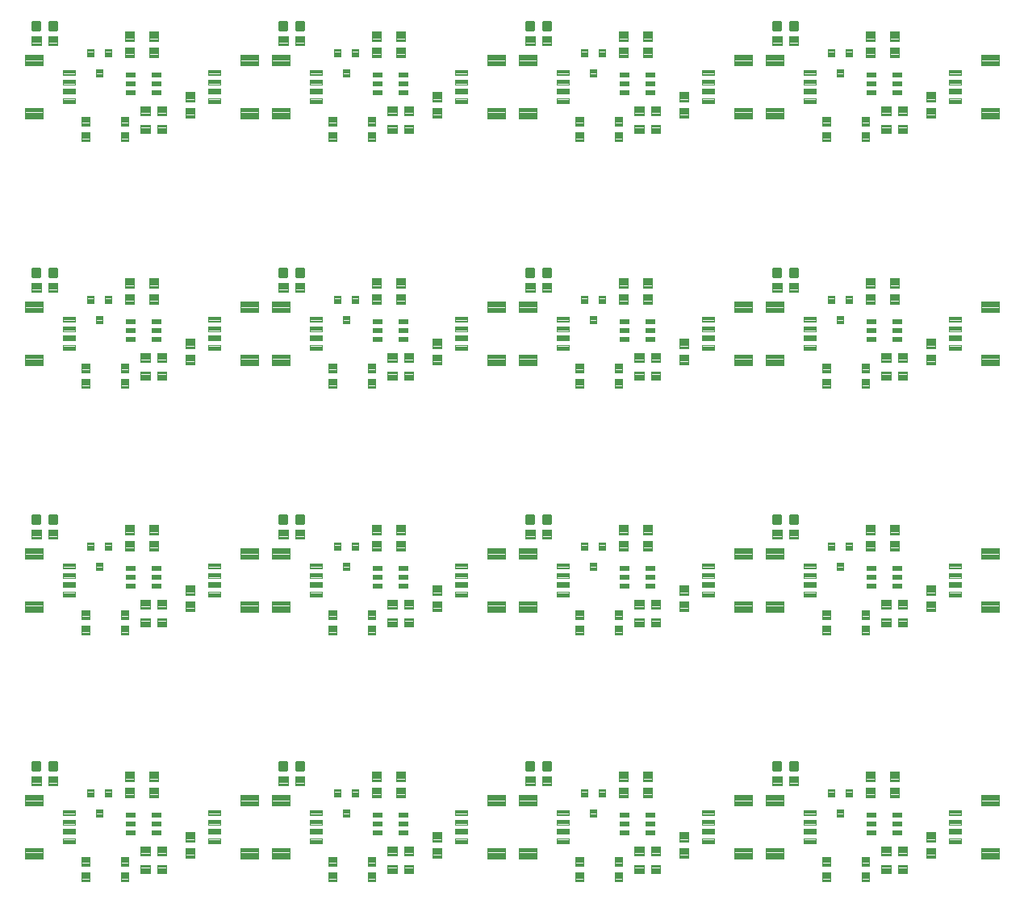
<source format=gtp>
G04 EAGLE Gerber RS-274X export*
G75*
%MOMM*%
%FSLAX34Y34*%
%LPD*%
%INSolderpaste Top*%
%IPPOS*%
%AMOC8*
5,1,8,0,0,1.08239X$1,22.5*%
G01*
%ADD10C,0.096000*%
%ADD11C,0.102000*%
%ADD12C,0.100000*%
%ADD13C,0.100581*%
%ADD14C,0.104000*%
%ADD15C,0.300000*%
%ADD16C,0.099000*%


D10*
X4530Y149480D02*
X4530Y160520D01*
X23570Y160520D01*
X23570Y149480D01*
X4530Y149480D01*
X4530Y150392D02*
X23570Y150392D01*
X23570Y151304D02*
X4530Y151304D01*
X4530Y152216D02*
X23570Y152216D01*
X23570Y153128D02*
X4530Y153128D01*
X4530Y154040D02*
X23570Y154040D01*
X23570Y154952D02*
X4530Y154952D01*
X4530Y155864D02*
X23570Y155864D01*
X23570Y156776D02*
X4530Y156776D01*
X4530Y157688D02*
X23570Y157688D01*
X23570Y158600D02*
X4530Y158600D01*
X4530Y159512D02*
X23570Y159512D01*
X23570Y160424D02*
X4530Y160424D01*
X4530Y104520D02*
X4530Y93480D01*
X4530Y104520D02*
X23570Y104520D01*
X23570Y93480D01*
X4530Y93480D01*
X4530Y94392D02*
X23570Y94392D01*
X23570Y95304D02*
X4530Y95304D01*
X4530Y96216D02*
X23570Y96216D01*
X23570Y97128D02*
X4530Y97128D01*
X4530Y98040D02*
X23570Y98040D01*
X23570Y98952D02*
X4530Y98952D01*
X4530Y99864D02*
X23570Y99864D01*
X23570Y100776D02*
X4530Y100776D01*
X4530Y101688D02*
X23570Y101688D01*
X23570Y102600D02*
X4530Y102600D01*
X4530Y103512D02*
X23570Y103512D01*
X23570Y104424D02*
X4530Y104424D01*
D11*
X44560Y139510D02*
X44560Y144490D01*
X57040Y144490D01*
X57040Y139510D01*
X44560Y139510D01*
X44560Y140479D02*
X57040Y140479D01*
X57040Y141448D02*
X44560Y141448D01*
X44560Y142417D02*
X57040Y142417D01*
X57040Y143386D02*
X44560Y143386D01*
X44560Y144355D02*
X57040Y144355D01*
X44560Y134490D02*
X44560Y129510D01*
X44560Y134490D02*
X57040Y134490D01*
X57040Y129510D01*
X44560Y129510D01*
X44560Y130479D02*
X57040Y130479D01*
X57040Y131448D02*
X44560Y131448D01*
X44560Y132417D02*
X57040Y132417D01*
X57040Y133386D02*
X44560Y133386D01*
X44560Y134355D02*
X57040Y134355D01*
X44560Y124490D02*
X44560Y119510D01*
X44560Y124490D02*
X57040Y124490D01*
X57040Y119510D01*
X44560Y119510D01*
X44560Y120479D02*
X57040Y120479D01*
X57040Y121448D02*
X44560Y121448D01*
X44560Y122417D02*
X57040Y122417D01*
X57040Y123386D02*
X44560Y123386D01*
X44560Y124355D02*
X57040Y124355D01*
X44560Y114490D02*
X44560Y109510D01*
X44560Y114490D02*
X57040Y114490D01*
X57040Y109510D01*
X44560Y109510D01*
X44560Y110479D02*
X57040Y110479D01*
X57040Y111448D02*
X44560Y111448D01*
X44560Y112417D02*
X57040Y112417D01*
X57040Y113386D02*
X44560Y113386D01*
X44560Y114355D02*
X57040Y114355D01*
D10*
X249470Y104520D02*
X249470Y93480D01*
X230430Y93480D01*
X230430Y104520D01*
X249470Y104520D01*
X249470Y94392D02*
X230430Y94392D01*
X230430Y95304D02*
X249470Y95304D01*
X249470Y96216D02*
X230430Y96216D01*
X230430Y97128D02*
X249470Y97128D01*
X249470Y98040D02*
X230430Y98040D01*
X230430Y98952D02*
X249470Y98952D01*
X249470Y99864D02*
X230430Y99864D01*
X230430Y100776D02*
X249470Y100776D01*
X249470Y101688D02*
X230430Y101688D01*
X230430Y102600D02*
X249470Y102600D01*
X249470Y103512D02*
X230430Y103512D01*
X230430Y104424D02*
X249470Y104424D01*
X249470Y149480D02*
X249470Y160520D01*
X249470Y149480D02*
X230430Y149480D01*
X230430Y160520D01*
X249470Y160520D01*
X249470Y150392D02*
X230430Y150392D01*
X230430Y151304D02*
X249470Y151304D01*
X249470Y152216D02*
X230430Y152216D01*
X230430Y153128D02*
X249470Y153128D01*
X249470Y154040D02*
X230430Y154040D01*
X230430Y154952D02*
X249470Y154952D01*
X249470Y155864D02*
X230430Y155864D01*
X230430Y156776D02*
X249470Y156776D01*
X249470Y157688D02*
X230430Y157688D01*
X230430Y158600D02*
X249470Y158600D01*
X249470Y159512D02*
X230430Y159512D01*
X230430Y160424D02*
X249470Y160424D01*
D11*
X209440Y114490D02*
X209440Y109510D01*
X196960Y109510D01*
X196960Y114490D01*
X209440Y114490D01*
X209440Y110479D02*
X196960Y110479D01*
X196960Y111448D02*
X209440Y111448D01*
X209440Y112417D02*
X196960Y112417D01*
X196960Y113386D02*
X209440Y113386D01*
X209440Y114355D02*
X196960Y114355D01*
X209440Y119510D02*
X209440Y124490D01*
X209440Y119510D02*
X196960Y119510D01*
X196960Y124490D01*
X209440Y124490D01*
X209440Y120479D02*
X196960Y120479D01*
X196960Y121448D02*
X209440Y121448D01*
X209440Y122417D02*
X196960Y122417D01*
X196960Y123386D02*
X209440Y123386D01*
X209440Y124355D02*
X196960Y124355D01*
X209440Y129510D02*
X209440Y134490D01*
X209440Y129510D02*
X196960Y129510D01*
X196960Y134490D01*
X209440Y134490D01*
X209440Y130479D02*
X196960Y130479D01*
X196960Y131448D02*
X209440Y131448D01*
X209440Y132417D02*
X196960Y132417D01*
X196960Y133386D02*
X209440Y133386D01*
X209440Y134355D02*
X196960Y134355D01*
X209440Y139510D02*
X209440Y144490D01*
X209440Y139510D02*
X196960Y139510D01*
X196960Y144490D01*
X209440Y144490D01*
X209440Y140479D02*
X196960Y140479D01*
X196960Y141448D02*
X209440Y141448D01*
X209440Y142417D02*
X196960Y142417D01*
X196960Y143386D02*
X209440Y143386D01*
X209440Y144355D02*
X196960Y144355D01*
D12*
X144200Y157950D02*
X144200Y167950D01*
X144200Y157950D02*
X135200Y157950D01*
X135200Y167950D01*
X144200Y167950D01*
X144200Y158900D02*
X135200Y158900D01*
X135200Y159850D02*
X144200Y159850D01*
X144200Y160800D02*
X135200Y160800D01*
X135200Y161750D02*
X144200Y161750D01*
X144200Y162700D02*
X135200Y162700D01*
X135200Y163650D02*
X144200Y163650D01*
X144200Y164600D02*
X135200Y164600D01*
X135200Y165550D02*
X144200Y165550D01*
X144200Y166500D02*
X135200Y166500D01*
X135200Y167450D02*
X144200Y167450D01*
X144200Y174950D02*
X144200Y184950D01*
X144200Y174950D02*
X135200Y174950D01*
X135200Y184950D01*
X144200Y184950D01*
X144200Y175900D02*
X135200Y175900D01*
X135200Y176850D02*
X144200Y176850D01*
X144200Y177800D02*
X135200Y177800D01*
X135200Y178750D02*
X144200Y178750D01*
X144200Y179700D02*
X135200Y179700D01*
X135200Y180650D02*
X144200Y180650D01*
X144200Y181600D02*
X135200Y181600D01*
X135200Y182550D02*
X144200Y182550D01*
X144200Y183500D02*
X135200Y183500D01*
X135200Y184450D02*
X144200Y184450D01*
X182300Y104450D02*
X182300Y94450D01*
X173300Y94450D01*
X173300Y104450D01*
X182300Y104450D01*
X182300Y95400D02*
X173300Y95400D01*
X173300Y96350D02*
X182300Y96350D01*
X182300Y97300D02*
X173300Y97300D01*
X173300Y98250D02*
X182300Y98250D01*
X182300Y99200D02*
X173300Y99200D01*
X173300Y100150D02*
X182300Y100150D01*
X182300Y101100D02*
X173300Y101100D01*
X173300Y102050D02*
X182300Y102050D01*
X182300Y103000D02*
X173300Y103000D01*
X173300Y103950D02*
X182300Y103950D01*
X182300Y111450D02*
X182300Y121450D01*
X182300Y111450D02*
X173300Y111450D01*
X173300Y121450D01*
X182300Y121450D01*
X182300Y112400D02*
X173300Y112400D01*
X173300Y113350D02*
X182300Y113350D01*
X182300Y114300D02*
X173300Y114300D01*
X173300Y115250D02*
X182300Y115250D01*
X182300Y116200D02*
X173300Y116200D01*
X173300Y117150D02*
X182300Y117150D01*
X182300Y118100D02*
X173300Y118100D01*
X173300Y119050D02*
X182300Y119050D01*
X182300Y120000D02*
X173300Y120000D01*
X173300Y120950D02*
X182300Y120950D01*
X118800Y157950D02*
X118800Y167950D01*
X118800Y157950D02*
X109800Y157950D01*
X109800Y167950D01*
X118800Y167950D01*
X118800Y158900D02*
X109800Y158900D01*
X109800Y159850D02*
X118800Y159850D01*
X118800Y160800D02*
X109800Y160800D01*
X109800Y161750D02*
X118800Y161750D01*
X118800Y162700D02*
X109800Y162700D01*
X109800Y163650D02*
X118800Y163650D01*
X118800Y164600D02*
X109800Y164600D01*
X109800Y165550D02*
X118800Y165550D01*
X118800Y166500D02*
X109800Y166500D01*
X109800Y167450D02*
X118800Y167450D01*
X118800Y174950D02*
X118800Y184950D01*
X118800Y174950D02*
X109800Y174950D01*
X109800Y184950D01*
X118800Y184950D01*
X118800Y175900D02*
X109800Y175900D01*
X109800Y176850D02*
X118800Y176850D01*
X118800Y177800D02*
X109800Y177800D01*
X109800Y178750D02*
X118800Y178750D01*
X118800Y179700D02*
X109800Y179700D01*
X109800Y180650D02*
X118800Y180650D01*
X118800Y181600D02*
X109800Y181600D01*
X109800Y182550D02*
X118800Y182550D01*
X118800Y183500D02*
X109800Y183500D01*
X109800Y184450D02*
X118800Y184450D01*
D13*
X119512Y137511D02*
X110740Y137511D01*
X110740Y142093D01*
X119512Y142093D01*
X119512Y137511D01*
X119512Y138467D02*
X110740Y138467D01*
X110740Y139423D02*
X119512Y139423D01*
X119512Y140379D02*
X110740Y140379D01*
X110740Y141335D02*
X119512Y141335D01*
X119512Y128011D02*
X110740Y128011D01*
X110740Y132593D01*
X119512Y132593D01*
X119512Y128011D01*
X119512Y128967D02*
X110740Y128967D01*
X110740Y129923D02*
X119512Y129923D01*
X119512Y130879D02*
X110740Y130879D01*
X110740Y131835D02*
X119512Y131835D01*
X119512Y118511D02*
X110740Y118511D01*
X110740Y123093D01*
X119512Y123093D01*
X119512Y118511D01*
X119512Y119467D02*
X110740Y119467D01*
X110740Y120423D02*
X119512Y120423D01*
X119512Y121379D02*
X110740Y121379D01*
X110740Y122335D02*
X119512Y122335D01*
X138045Y118511D02*
X146817Y118511D01*
X138045Y118511D02*
X138045Y123093D01*
X146817Y123093D01*
X146817Y118511D01*
X146817Y119467D02*
X138045Y119467D01*
X138045Y120423D02*
X146817Y120423D01*
X146817Y121379D02*
X138045Y121379D01*
X138045Y122335D02*
X146817Y122335D01*
X146817Y128011D02*
X138045Y128011D01*
X138045Y132593D01*
X146817Y132593D01*
X146817Y128011D01*
X146817Y128967D02*
X138045Y128967D01*
X138045Y129923D02*
X146817Y129923D01*
X146817Y130879D02*
X138045Y130879D01*
X138045Y131835D02*
X146817Y131835D01*
X146817Y137511D02*
X138045Y137511D01*
X138045Y142093D01*
X146817Y142093D01*
X146817Y137511D01*
X146817Y138467D02*
X138045Y138467D01*
X138045Y139423D02*
X146817Y139423D01*
X146817Y140379D02*
X138045Y140379D01*
X138045Y141335D02*
X146817Y141335D01*
D12*
X143200Y106100D02*
X153200Y106100D01*
X153200Y97100D01*
X143200Y97100D01*
X143200Y106100D01*
X143200Y98050D02*
X153200Y98050D01*
X153200Y99000D02*
X143200Y99000D01*
X143200Y99950D02*
X153200Y99950D01*
X153200Y100900D02*
X143200Y100900D01*
X143200Y101850D02*
X153200Y101850D01*
X153200Y102800D02*
X143200Y102800D01*
X143200Y103750D02*
X153200Y103750D01*
X153200Y104700D02*
X143200Y104700D01*
X143200Y105650D02*
X153200Y105650D01*
X136200Y106100D02*
X126200Y106100D01*
X136200Y106100D02*
X136200Y97100D01*
X126200Y97100D01*
X126200Y106100D01*
X126200Y98050D02*
X136200Y98050D01*
X136200Y99000D02*
X126200Y99000D01*
X126200Y99950D02*
X136200Y99950D01*
X136200Y100900D02*
X126200Y100900D01*
X126200Y101850D02*
X136200Y101850D01*
X136200Y102800D02*
X126200Y102800D01*
X126200Y103750D02*
X136200Y103750D01*
X136200Y104700D02*
X126200Y104700D01*
X126200Y105650D02*
X136200Y105650D01*
D14*
X95530Y166380D02*
X88570Y166380D01*
X95530Y166380D02*
X95530Y158420D01*
X88570Y158420D01*
X88570Y166380D01*
X88570Y159408D02*
X95530Y159408D01*
X95530Y160396D02*
X88570Y160396D01*
X88570Y161384D02*
X95530Y161384D01*
X95530Y162372D02*
X88570Y162372D01*
X88570Y163360D02*
X95530Y163360D01*
X95530Y164348D02*
X88570Y164348D01*
X88570Y165336D02*
X95530Y165336D01*
X95530Y166324D02*
X88570Y166324D01*
X76530Y166380D02*
X69570Y166380D01*
X76530Y166380D02*
X76530Y158420D01*
X69570Y158420D01*
X69570Y166380D01*
X69570Y159408D02*
X76530Y159408D01*
X76530Y160396D02*
X69570Y160396D01*
X69570Y161384D02*
X76530Y161384D01*
X76530Y162372D02*
X69570Y162372D01*
X69570Y163360D02*
X76530Y163360D01*
X76530Y164348D02*
X69570Y164348D01*
X69570Y165336D02*
X76530Y165336D01*
X76530Y166324D02*
X69570Y166324D01*
X79070Y145380D02*
X86030Y145380D01*
X86030Y137420D01*
X79070Y137420D01*
X79070Y145380D01*
X79070Y138408D02*
X86030Y138408D01*
X86030Y139396D02*
X79070Y139396D01*
X79070Y140384D02*
X86030Y140384D01*
X86030Y141372D02*
X79070Y141372D01*
X79070Y142360D02*
X86030Y142360D01*
X86030Y143348D02*
X79070Y143348D01*
X79070Y144336D02*
X86030Y144336D01*
X86030Y145324D02*
X79070Y145324D01*
D15*
X20130Y187000D02*
X20130Y194000D01*
X20130Y187000D02*
X13130Y187000D01*
X13130Y194000D01*
X20130Y194000D01*
X20130Y189850D02*
X13130Y189850D01*
X13130Y192700D02*
X20130Y192700D01*
X37670Y194000D02*
X37670Y187000D01*
X30670Y187000D01*
X30670Y194000D01*
X37670Y194000D01*
X37670Y189850D02*
X30670Y189850D01*
X30670Y192700D02*
X37670Y192700D01*
D12*
X21900Y170760D02*
X11900Y170760D01*
X11900Y179760D01*
X21900Y179760D01*
X21900Y170760D01*
X21900Y171710D02*
X11900Y171710D01*
X11900Y172660D02*
X21900Y172660D01*
X21900Y173610D02*
X11900Y173610D01*
X11900Y174560D02*
X21900Y174560D01*
X21900Y175510D02*
X11900Y175510D01*
X11900Y176460D02*
X21900Y176460D01*
X21900Y177410D02*
X11900Y177410D01*
X11900Y178360D02*
X21900Y178360D01*
X21900Y179310D02*
X11900Y179310D01*
X28900Y170760D02*
X38900Y170760D01*
X28900Y170760D02*
X28900Y179760D01*
X38900Y179760D01*
X38900Y170760D01*
X38900Y171710D02*
X28900Y171710D01*
X28900Y172660D02*
X38900Y172660D01*
X38900Y173610D02*
X28900Y173610D01*
X28900Y174560D02*
X38900Y174560D01*
X38900Y175510D02*
X28900Y175510D01*
X28900Y176460D02*
X38900Y176460D01*
X38900Y177410D02*
X28900Y177410D01*
X28900Y178360D02*
X38900Y178360D01*
X38900Y179310D02*
X28900Y179310D01*
X126200Y78050D02*
X136200Y78050D01*
X126200Y78050D02*
X126200Y87050D01*
X136200Y87050D01*
X136200Y78050D01*
X136200Y79000D02*
X126200Y79000D01*
X126200Y79950D02*
X136200Y79950D01*
X136200Y80900D02*
X126200Y80900D01*
X126200Y81850D02*
X136200Y81850D01*
X136200Y82800D02*
X126200Y82800D01*
X126200Y83750D02*
X136200Y83750D01*
X136200Y84700D02*
X126200Y84700D01*
X126200Y85650D02*
X136200Y85650D01*
X136200Y86600D02*
X126200Y86600D01*
X143200Y78050D02*
X153200Y78050D01*
X143200Y78050D02*
X143200Y87050D01*
X153200Y87050D01*
X153200Y78050D01*
X153200Y79000D02*
X143200Y79000D01*
X143200Y79950D02*
X153200Y79950D01*
X153200Y80900D02*
X143200Y80900D01*
X143200Y81850D02*
X153200Y81850D01*
X153200Y82800D02*
X143200Y82800D01*
X143200Y83750D02*
X153200Y83750D01*
X153200Y84700D02*
X143200Y84700D01*
X143200Y85650D02*
X153200Y85650D01*
X153200Y86600D02*
X143200Y86600D01*
D16*
X113405Y86045D02*
X105395Y86045D01*
X105395Y95055D01*
X113405Y95055D01*
X113405Y86045D01*
X113405Y86985D02*
X105395Y86985D01*
X105395Y87925D02*
X113405Y87925D01*
X113405Y88865D02*
X105395Y88865D01*
X105395Y89805D02*
X113405Y89805D01*
X113405Y90745D02*
X105395Y90745D01*
X105395Y91685D02*
X113405Y91685D01*
X113405Y92625D02*
X105395Y92625D01*
X105395Y93565D02*
X113405Y93565D01*
X113405Y94505D02*
X105395Y94505D01*
X105395Y70045D02*
X113405Y70045D01*
X105395Y70045D02*
X105395Y79055D01*
X113405Y79055D01*
X113405Y70045D01*
X113405Y70985D02*
X105395Y70985D01*
X105395Y71925D02*
X113405Y71925D01*
X113405Y72865D02*
X105395Y72865D01*
X105395Y73805D02*
X113405Y73805D01*
X113405Y74745D02*
X105395Y74745D01*
X105395Y75685D02*
X113405Y75685D01*
X113405Y76625D02*
X105395Y76625D01*
X105395Y77565D02*
X113405Y77565D01*
X113405Y78505D02*
X105395Y78505D01*
X72405Y70045D02*
X64395Y70045D01*
X64395Y79055D01*
X72405Y79055D01*
X72405Y70045D01*
X72405Y70985D02*
X64395Y70985D01*
X64395Y71925D02*
X72405Y71925D01*
X72405Y72865D02*
X64395Y72865D01*
X64395Y73805D02*
X72405Y73805D01*
X72405Y74745D02*
X64395Y74745D01*
X64395Y75685D02*
X72405Y75685D01*
X72405Y76625D02*
X64395Y76625D01*
X64395Y77565D02*
X72405Y77565D01*
X72405Y78505D02*
X64395Y78505D01*
X64395Y86045D02*
X72405Y86045D01*
X64395Y86045D02*
X64395Y95055D01*
X72405Y95055D01*
X72405Y86045D01*
X72405Y86985D02*
X64395Y86985D01*
X64395Y87925D02*
X72405Y87925D01*
X72405Y88865D02*
X64395Y88865D01*
X64395Y89805D02*
X72405Y89805D01*
X72405Y90745D02*
X64395Y90745D01*
X64395Y91685D02*
X72405Y91685D01*
X72405Y92625D02*
X64395Y92625D01*
X64395Y93565D02*
X72405Y93565D01*
X72405Y94505D02*
X64395Y94505D01*
D10*
X263610Y149480D02*
X263610Y160520D01*
X282650Y160520D01*
X282650Y149480D01*
X263610Y149480D01*
X263610Y150392D02*
X282650Y150392D01*
X282650Y151304D02*
X263610Y151304D01*
X263610Y152216D02*
X282650Y152216D01*
X282650Y153128D02*
X263610Y153128D01*
X263610Y154040D02*
X282650Y154040D01*
X282650Y154952D02*
X263610Y154952D01*
X263610Y155864D02*
X282650Y155864D01*
X282650Y156776D02*
X263610Y156776D01*
X263610Y157688D02*
X282650Y157688D01*
X282650Y158600D02*
X263610Y158600D01*
X263610Y159512D02*
X282650Y159512D01*
X282650Y160424D02*
X263610Y160424D01*
X263610Y104520D02*
X263610Y93480D01*
X263610Y104520D02*
X282650Y104520D01*
X282650Y93480D01*
X263610Y93480D01*
X263610Y94392D02*
X282650Y94392D01*
X282650Y95304D02*
X263610Y95304D01*
X263610Y96216D02*
X282650Y96216D01*
X282650Y97128D02*
X263610Y97128D01*
X263610Y98040D02*
X282650Y98040D01*
X282650Y98952D02*
X263610Y98952D01*
X263610Y99864D02*
X282650Y99864D01*
X282650Y100776D02*
X263610Y100776D01*
X263610Y101688D02*
X282650Y101688D01*
X282650Y102600D02*
X263610Y102600D01*
X263610Y103512D02*
X282650Y103512D01*
X282650Y104424D02*
X263610Y104424D01*
D11*
X303640Y139510D02*
X303640Y144490D01*
X316120Y144490D01*
X316120Y139510D01*
X303640Y139510D01*
X303640Y140479D02*
X316120Y140479D01*
X316120Y141448D02*
X303640Y141448D01*
X303640Y142417D02*
X316120Y142417D01*
X316120Y143386D02*
X303640Y143386D01*
X303640Y144355D02*
X316120Y144355D01*
X303640Y134490D02*
X303640Y129510D01*
X303640Y134490D02*
X316120Y134490D01*
X316120Y129510D01*
X303640Y129510D01*
X303640Y130479D02*
X316120Y130479D01*
X316120Y131448D02*
X303640Y131448D01*
X303640Y132417D02*
X316120Y132417D01*
X316120Y133386D02*
X303640Y133386D01*
X303640Y134355D02*
X316120Y134355D01*
X303640Y124490D02*
X303640Y119510D01*
X303640Y124490D02*
X316120Y124490D01*
X316120Y119510D01*
X303640Y119510D01*
X303640Y120479D02*
X316120Y120479D01*
X316120Y121448D02*
X303640Y121448D01*
X303640Y122417D02*
X316120Y122417D01*
X316120Y123386D02*
X303640Y123386D01*
X303640Y124355D02*
X316120Y124355D01*
X303640Y114490D02*
X303640Y109510D01*
X303640Y114490D02*
X316120Y114490D01*
X316120Y109510D01*
X303640Y109510D01*
X303640Y110479D02*
X316120Y110479D01*
X316120Y111448D02*
X303640Y111448D01*
X303640Y112417D02*
X316120Y112417D01*
X316120Y113386D02*
X303640Y113386D01*
X303640Y114355D02*
X316120Y114355D01*
D10*
X508550Y104520D02*
X508550Y93480D01*
X489510Y93480D01*
X489510Y104520D01*
X508550Y104520D01*
X508550Y94392D02*
X489510Y94392D01*
X489510Y95304D02*
X508550Y95304D01*
X508550Y96216D02*
X489510Y96216D01*
X489510Y97128D02*
X508550Y97128D01*
X508550Y98040D02*
X489510Y98040D01*
X489510Y98952D02*
X508550Y98952D01*
X508550Y99864D02*
X489510Y99864D01*
X489510Y100776D02*
X508550Y100776D01*
X508550Y101688D02*
X489510Y101688D01*
X489510Y102600D02*
X508550Y102600D01*
X508550Y103512D02*
X489510Y103512D01*
X489510Y104424D02*
X508550Y104424D01*
X508550Y149480D02*
X508550Y160520D01*
X508550Y149480D02*
X489510Y149480D01*
X489510Y160520D01*
X508550Y160520D01*
X508550Y150392D02*
X489510Y150392D01*
X489510Y151304D02*
X508550Y151304D01*
X508550Y152216D02*
X489510Y152216D01*
X489510Y153128D02*
X508550Y153128D01*
X508550Y154040D02*
X489510Y154040D01*
X489510Y154952D02*
X508550Y154952D01*
X508550Y155864D02*
X489510Y155864D01*
X489510Y156776D02*
X508550Y156776D01*
X508550Y157688D02*
X489510Y157688D01*
X489510Y158600D02*
X508550Y158600D01*
X508550Y159512D02*
X489510Y159512D01*
X489510Y160424D02*
X508550Y160424D01*
D11*
X468520Y114490D02*
X468520Y109510D01*
X456040Y109510D01*
X456040Y114490D01*
X468520Y114490D01*
X468520Y110479D02*
X456040Y110479D01*
X456040Y111448D02*
X468520Y111448D01*
X468520Y112417D02*
X456040Y112417D01*
X456040Y113386D02*
X468520Y113386D01*
X468520Y114355D02*
X456040Y114355D01*
X468520Y119510D02*
X468520Y124490D01*
X468520Y119510D02*
X456040Y119510D01*
X456040Y124490D01*
X468520Y124490D01*
X468520Y120479D02*
X456040Y120479D01*
X456040Y121448D02*
X468520Y121448D01*
X468520Y122417D02*
X456040Y122417D01*
X456040Y123386D02*
X468520Y123386D01*
X468520Y124355D02*
X456040Y124355D01*
X468520Y129510D02*
X468520Y134490D01*
X468520Y129510D02*
X456040Y129510D01*
X456040Y134490D01*
X468520Y134490D01*
X468520Y130479D02*
X456040Y130479D01*
X456040Y131448D02*
X468520Y131448D01*
X468520Y132417D02*
X456040Y132417D01*
X456040Y133386D02*
X468520Y133386D01*
X468520Y134355D02*
X456040Y134355D01*
X468520Y139510D02*
X468520Y144490D01*
X468520Y139510D02*
X456040Y139510D01*
X456040Y144490D01*
X468520Y144490D01*
X468520Y140479D02*
X456040Y140479D01*
X456040Y141448D02*
X468520Y141448D01*
X468520Y142417D02*
X456040Y142417D01*
X456040Y143386D02*
X468520Y143386D01*
X468520Y144355D02*
X456040Y144355D01*
D12*
X403280Y157950D02*
X403280Y167950D01*
X403280Y157950D02*
X394280Y157950D01*
X394280Y167950D01*
X403280Y167950D01*
X403280Y158900D02*
X394280Y158900D01*
X394280Y159850D02*
X403280Y159850D01*
X403280Y160800D02*
X394280Y160800D01*
X394280Y161750D02*
X403280Y161750D01*
X403280Y162700D02*
X394280Y162700D01*
X394280Y163650D02*
X403280Y163650D01*
X403280Y164600D02*
X394280Y164600D01*
X394280Y165550D02*
X403280Y165550D01*
X403280Y166500D02*
X394280Y166500D01*
X394280Y167450D02*
X403280Y167450D01*
X403280Y174950D02*
X403280Y184950D01*
X403280Y174950D02*
X394280Y174950D01*
X394280Y184950D01*
X403280Y184950D01*
X403280Y175900D02*
X394280Y175900D01*
X394280Y176850D02*
X403280Y176850D01*
X403280Y177800D02*
X394280Y177800D01*
X394280Y178750D02*
X403280Y178750D01*
X403280Y179700D02*
X394280Y179700D01*
X394280Y180650D02*
X403280Y180650D01*
X403280Y181600D02*
X394280Y181600D01*
X394280Y182550D02*
X403280Y182550D01*
X403280Y183500D02*
X394280Y183500D01*
X394280Y184450D02*
X403280Y184450D01*
X441380Y104450D02*
X441380Y94450D01*
X432380Y94450D01*
X432380Y104450D01*
X441380Y104450D01*
X441380Y95400D02*
X432380Y95400D01*
X432380Y96350D02*
X441380Y96350D01*
X441380Y97300D02*
X432380Y97300D01*
X432380Y98250D02*
X441380Y98250D01*
X441380Y99200D02*
X432380Y99200D01*
X432380Y100150D02*
X441380Y100150D01*
X441380Y101100D02*
X432380Y101100D01*
X432380Y102050D02*
X441380Y102050D01*
X441380Y103000D02*
X432380Y103000D01*
X432380Y103950D02*
X441380Y103950D01*
X441380Y111450D02*
X441380Y121450D01*
X441380Y111450D02*
X432380Y111450D01*
X432380Y121450D01*
X441380Y121450D01*
X441380Y112400D02*
X432380Y112400D01*
X432380Y113350D02*
X441380Y113350D01*
X441380Y114300D02*
X432380Y114300D01*
X432380Y115250D02*
X441380Y115250D01*
X441380Y116200D02*
X432380Y116200D01*
X432380Y117150D02*
X441380Y117150D01*
X441380Y118100D02*
X432380Y118100D01*
X432380Y119050D02*
X441380Y119050D01*
X441380Y120000D02*
X432380Y120000D01*
X432380Y120950D02*
X441380Y120950D01*
X377880Y157950D02*
X377880Y167950D01*
X377880Y157950D02*
X368880Y157950D01*
X368880Y167950D01*
X377880Y167950D01*
X377880Y158900D02*
X368880Y158900D01*
X368880Y159850D02*
X377880Y159850D01*
X377880Y160800D02*
X368880Y160800D01*
X368880Y161750D02*
X377880Y161750D01*
X377880Y162700D02*
X368880Y162700D01*
X368880Y163650D02*
X377880Y163650D01*
X377880Y164600D02*
X368880Y164600D01*
X368880Y165550D02*
X377880Y165550D01*
X377880Y166500D02*
X368880Y166500D01*
X368880Y167450D02*
X377880Y167450D01*
X377880Y174950D02*
X377880Y184950D01*
X377880Y174950D02*
X368880Y174950D01*
X368880Y184950D01*
X377880Y184950D01*
X377880Y175900D02*
X368880Y175900D01*
X368880Y176850D02*
X377880Y176850D01*
X377880Y177800D02*
X368880Y177800D01*
X368880Y178750D02*
X377880Y178750D01*
X377880Y179700D02*
X368880Y179700D01*
X368880Y180650D02*
X377880Y180650D01*
X377880Y181600D02*
X368880Y181600D01*
X368880Y182550D02*
X377880Y182550D01*
X377880Y183500D02*
X368880Y183500D01*
X368880Y184450D02*
X377880Y184450D01*
D13*
X378592Y137511D02*
X369820Y137511D01*
X369820Y142093D01*
X378592Y142093D01*
X378592Y137511D01*
X378592Y138467D02*
X369820Y138467D01*
X369820Y139423D02*
X378592Y139423D01*
X378592Y140379D02*
X369820Y140379D01*
X369820Y141335D02*
X378592Y141335D01*
X378592Y128011D02*
X369820Y128011D01*
X369820Y132593D01*
X378592Y132593D01*
X378592Y128011D01*
X378592Y128967D02*
X369820Y128967D01*
X369820Y129923D02*
X378592Y129923D01*
X378592Y130879D02*
X369820Y130879D01*
X369820Y131835D02*
X378592Y131835D01*
X378592Y118511D02*
X369820Y118511D01*
X369820Y123093D01*
X378592Y123093D01*
X378592Y118511D01*
X378592Y119467D02*
X369820Y119467D01*
X369820Y120423D02*
X378592Y120423D01*
X378592Y121379D02*
X369820Y121379D01*
X369820Y122335D02*
X378592Y122335D01*
X397125Y118511D02*
X405897Y118511D01*
X397125Y118511D02*
X397125Y123093D01*
X405897Y123093D01*
X405897Y118511D01*
X405897Y119467D02*
X397125Y119467D01*
X397125Y120423D02*
X405897Y120423D01*
X405897Y121379D02*
X397125Y121379D01*
X397125Y122335D02*
X405897Y122335D01*
X405897Y128011D02*
X397125Y128011D01*
X397125Y132593D01*
X405897Y132593D01*
X405897Y128011D01*
X405897Y128967D02*
X397125Y128967D01*
X397125Y129923D02*
X405897Y129923D01*
X405897Y130879D02*
X397125Y130879D01*
X397125Y131835D02*
X405897Y131835D01*
X405897Y137511D02*
X397125Y137511D01*
X397125Y142093D01*
X405897Y142093D01*
X405897Y137511D01*
X405897Y138467D02*
X397125Y138467D01*
X397125Y139423D02*
X405897Y139423D01*
X405897Y140379D02*
X397125Y140379D01*
X397125Y141335D02*
X405897Y141335D01*
D12*
X402280Y106100D02*
X412280Y106100D01*
X412280Y97100D01*
X402280Y97100D01*
X402280Y106100D01*
X402280Y98050D02*
X412280Y98050D01*
X412280Y99000D02*
X402280Y99000D01*
X402280Y99950D02*
X412280Y99950D01*
X412280Y100900D02*
X402280Y100900D01*
X402280Y101850D02*
X412280Y101850D01*
X412280Y102800D02*
X402280Y102800D01*
X402280Y103750D02*
X412280Y103750D01*
X412280Y104700D02*
X402280Y104700D01*
X402280Y105650D02*
X412280Y105650D01*
X395280Y106100D02*
X385280Y106100D01*
X395280Y106100D02*
X395280Y97100D01*
X385280Y97100D01*
X385280Y106100D01*
X385280Y98050D02*
X395280Y98050D01*
X395280Y99000D02*
X385280Y99000D01*
X385280Y99950D02*
X395280Y99950D01*
X395280Y100900D02*
X385280Y100900D01*
X385280Y101850D02*
X395280Y101850D01*
X395280Y102800D02*
X385280Y102800D01*
X385280Y103750D02*
X395280Y103750D01*
X395280Y104700D02*
X385280Y104700D01*
X385280Y105650D02*
X395280Y105650D01*
D14*
X354610Y166380D02*
X347650Y166380D01*
X354610Y166380D02*
X354610Y158420D01*
X347650Y158420D01*
X347650Y166380D01*
X347650Y159408D02*
X354610Y159408D01*
X354610Y160396D02*
X347650Y160396D01*
X347650Y161384D02*
X354610Y161384D01*
X354610Y162372D02*
X347650Y162372D01*
X347650Y163360D02*
X354610Y163360D01*
X354610Y164348D02*
X347650Y164348D01*
X347650Y165336D02*
X354610Y165336D01*
X354610Y166324D02*
X347650Y166324D01*
X335610Y166380D02*
X328650Y166380D01*
X335610Y166380D02*
X335610Y158420D01*
X328650Y158420D01*
X328650Y166380D01*
X328650Y159408D02*
X335610Y159408D01*
X335610Y160396D02*
X328650Y160396D01*
X328650Y161384D02*
X335610Y161384D01*
X335610Y162372D02*
X328650Y162372D01*
X328650Y163360D02*
X335610Y163360D01*
X335610Y164348D02*
X328650Y164348D01*
X328650Y165336D02*
X335610Y165336D01*
X335610Y166324D02*
X328650Y166324D01*
X338150Y145380D02*
X345110Y145380D01*
X345110Y137420D01*
X338150Y137420D01*
X338150Y145380D01*
X338150Y138408D02*
X345110Y138408D01*
X345110Y139396D02*
X338150Y139396D01*
X338150Y140384D02*
X345110Y140384D01*
X345110Y141372D02*
X338150Y141372D01*
X338150Y142360D02*
X345110Y142360D01*
X345110Y143348D02*
X338150Y143348D01*
X338150Y144336D02*
X345110Y144336D01*
X345110Y145324D02*
X338150Y145324D01*
D15*
X279210Y187000D02*
X279210Y194000D01*
X279210Y187000D02*
X272210Y187000D01*
X272210Y194000D01*
X279210Y194000D01*
X279210Y189850D02*
X272210Y189850D01*
X272210Y192700D02*
X279210Y192700D01*
X296750Y194000D02*
X296750Y187000D01*
X289750Y187000D01*
X289750Y194000D01*
X296750Y194000D01*
X296750Y189850D02*
X289750Y189850D01*
X289750Y192700D02*
X296750Y192700D01*
D12*
X280980Y170760D02*
X270980Y170760D01*
X270980Y179760D01*
X280980Y179760D01*
X280980Y170760D01*
X280980Y171710D02*
X270980Y171710D01*
X270980Y172660D02*
X280980Y172660D01*
X280980Y173610D02*
X270980Y173610D01*
X270980Y174560D02*
X280980Y174560D01*
X280980Y175510D02*
X270980Y175510D01*
X270980Y176460D02*
X280980Y176460D01*
X280980Y177410D02*
X270980Y177410D01*
X270980Y178360D02*
X280980Y178360D01*
X280980Y179310D02*
X270980Y179310D01*
X287980Y170760D02*
X297980Y170760D01*
X287980Y170760D02*
X287980Y179760D01*
X297980Y179760D01*
X297980Y170760D01*
X297980Y171710D02*
X287980Y171710D01*
X287980Y172660D02*
X297980Y172660D01*
X297980Y173610D02*
X287980Y173610D01*
X287980Y174560D02*
X297980Y174560D01*
X297980Y175510D02*
X287980Y175510D01*
X287980Y176460D02*
X297980Y176460D01*
X297980Y177410D02*
X287980Y177410D01*
X287980Y178360D02*
X297980Y178360D01*
X297980Y179310D02*
X287980Y179310D01*
X385280Y78050D02*
X395280Y78050D01*
X385280Y78050D02*
X385280Y87050D01*
X395280Y87050D01*
X395280Y78050D01*
X395280Y79000D02*
X385280Y79000D01*
X385280Y79950D02*
X395280Y79950D01*
X395280Y80900D02*
X385280Y80900D01*
X385280Y81850D02*
X395280Y81850D01*
X395280Y82800D02*
X385280Y82800D01*
X385280Y83750D02*
X395280Y83750D01*
X395280Y84700D02*
X385280Y84700D01*
X385280Y85650D02*
X395280Y85650D01*
X395280Y86600D02*
X385280Y86600D01*
X402280Y78050D02*
X412280Y78050D01*
X402280Y78050D02*
X402280Y87050D01*
X412280Y87050D01*
X412280Y78050D01*
X412280Y79000D02*
X402280Y79000D01*
X402280Y79950D02*
X412280Y79950D01*
X412280Y80900D02*
X402280Y80900D01*
X402280Y81850D02*
X412280Y81850D01*
X412280Y82800D02*
X402280Y82800D01*
X402280Y83750D02*
X412280Y83750D01*
X412280Y84700D02*
X402280Y84700D01*
X402280Y85650D02*
X412280Y85650D01*
X412280Y86600D02*
X402280Y86600D01*
D16*
X372485Y86045D02*
X364475Y86045D01*
X364475Y95055D01*
X372485Y95055D01*
X372485Y86045D01*
X372485Y86985D02*
X364475Y86985D01*
X364475Y87925D02*
X372485Y87925D01*
X372485Y88865D02*
X364475Y88865D01*
X364475Y89805D02*
X372485Y89805D01*
X372485Y90745D02*
X364475Y90745D01*
X364475Y91685D02*
X372485Y91685D01*
X372485Y92625D02*
X364475Y92625D01*
X364475Y93565D02*
X372485Y93565D01*
X372485Y94505D02*
X364475Y94505D01*
X364475Y70045D02*
X372485Y70045D01*
X364475Y70045D02*
X364475Y79055D01*
X372485Y79055D01*
X372485Y70045D01*
X372485Y70985D02*
X364475Y70985D01*
X364475Y71925D02*
X372485Y71925D01*
X372485Y72865D02*
X364475Y72865D01*
X364475Y73805D02*
X372485Y73805D01*
X372485Y74745D02*
X364475Y74745D01*
X364475Y75685D02*
X372485Y75685D01*
X372485Y76625D02*
X364475Y76625D01*
X364475Y77565D02*
X372485Y77565D01*
X372485Y78505D02*
X364475Y78505D01*
X331485Y70045D02*
X323475Y70045D01*
X323475Y79055D01*
X331485Y79055D01*
X331485Y70045D01*
X331485Y70985D02*
X323475Y70985D01*
X323475Y71925D02*
X331485Y71925D01*
X331485Y72865D02*
X323475Y72865D01*
X323475Y73805D02*
X331485Y73805D01*
X331485Y74745D02*
X323475Y74745D01*
X323475Y75685D02*
X331485Y75685D01*
X331485Y76625D02*
X323475Y76625D01*
X323475Y77565D02*
X331485Y77565D01*
X331485Y78505D02*
X323475Y78505D01*
X323475Y86045D02*
X331485Y86045D01*
X323475Y86045D02*
X323475Y95055D01*
X331485Y95055D01*
X331485Y86045D01*
X331485Y86985D02*
X323475Y86985D01*
X323475Y87925D02*
X331485Y87925D01*
X331485Y88865D02*
X323475Y88865D01*
X323475Y89805D02*
X331485Y89805D01*
X331485Y90745D02*
X323475Y90745D01*
X323475Y91685D02*
X331485Y91685D01*
X331485Y92625D02*
X323475Y92625D01*
X323475Y93565D02*
X331485Y93565D01*
X331485Y94505D02*
X323475Y94505D01*
D10*
X522690Y149480D02*
X522690Y160520D01*
X541730Y160520D01*
X541730Y149480D01*
X522690Y149480D01*
X522690Y150392D02*
X541730Y150392D01*
X541730Y151304D02*
X522690Y151304D01*
X522690Y152216D02*
X541730Y152216D01*
X541730Y153128D02*
X522690Y153128D01*
X522690Y154040D02*
X541730Y154040D01*
X541730Y154952D02*
X522690Y154952D01*
X522690Y155864D02*
X541730Y155864D01*
X541730Y156776D02*
X522690Y156776D01*
X522690Y157688D02*
X541730Y157688D01*
X541730Y158600D02*
X522690Y158600D01*
X522690Y159512D02*
X541730Y159512D01*
X541730Y160424D02*
X522690Y160424D01*
X522690Y104520D02*
X522690Y93480D01*
X522690Y104520D02*
X541730Y104520D01*
X541730Y93480D01*
X522690Y93480D01*
X522690Y94392D02*
X541730Y94392D01*
X541730Y95304D02*
X522690Y95304D01*
X522690Y96216D02*
X541730Y96216D01*
X541730Y97128D02*
X522690Y97128D01*
X522690Y98040D02*
X541730Y98040D01*
X541730Y98952D02*
X522690Y98952D01*
X522690Y99864D02*
X541730Y99864D01*
X541730Y100776D02*
X522690Y100776D01*
X522690Y101688D02*
X541730Y101688D01*
X541730Y102600D02*
X522690Y102600D01*
X522690Y103512D02*
X541730Y103512D01*
X541730Y104424D02*
X522690Y104424D01*
D11*
X562720Y139510D02*
X562720Y144490D01*
X575200Y144490D01*
X575200Y139510D01*
X562720Y139510D01*
X562720Y140479D02*
X575200Y140479D01*
X575200Y141448D02*
X562720Y141448D01*
X562720Y142417D02*
X575200Y142417D01*
X575200Y143386D02*
X562720Y143386D01*
X562720Y144355D02*
X575200Y144355D01*
X562720Y134490D02*
X562720Y129510D01*
X562720Y134490D02*
X575200Y134490D01*
X575200Y129510D01*
X562720Y129510D01*
X562720Y130479D02*
X575200Y130479D01*
X575200Y131448D02*
X562720Y131448D01*
X562720Y132417D02*
X575200Y132417D01*
X575200Y133386D02*
X562720Y133386D01*
X562720Y134355D02*
X575200Y134355D01*
X562720Y124490D02*
X562720Y119510D01*
X562720Y124490D02*
X575200Y124490D01*
X575200Y119510D01*
X562720Y119510D01*
X562720Y120479D02*
X575200Y120479D01*
X575200Y121448D02*
X562720Y121448D01*
X562720Y122417D02*
X575200Y122417D01*
X575200Y123386D02*
X562720Y123386D01*
X562720Y124355D02*
X575200Y124355D01*
X562720Y114490D02*
X562720Y109510D01*
X562720Y114490D02*
X575200Y114490D01*
X575200Y109510D01*
X562720Y109510D01*
X562720Y110479D02*
X575200Y110479D01*
X575200Y111448D02*
X562720Y111448D01*
X562720Y112417D02*
X575200Y112417D01*
X575200Y113386D02*
X562720Y113386D01*
X562720Y114355D02*
X575200Y114355D01*
D10*
X767630Y104520D02*
X767630Y93480D01*
X748590Y93480D01*
X748590Y104520D01*
X767630Y104520D01*
X767630Y94392D02*
X748590Y94392D01*
X748590Y95304D02*
X767630Y95304D01*
X767630Y96216D02*
X748590Y96216D01*
X748590Y97128D02*
X767630Y97128D01*
X767630Y98040D02*
X748590Y98040D01*
X748590Y98952D02*
X767630Y98952D01*
X767630Y99864D02*
X748590Y99864D01*
X748590Y100776D02*
X767630Y100776D01*
X767630Y101688D02*
X748590Y101688D01*
X748590Y102600D02*
X767630Y102600D01*
X767630Y103512D02*
X748590Y103512D01*
X748590Y104424D02*
X767630Y104424D01*
X767630Y149480D02*
X767630Y160520D01*
X767630Y149480D02*
X748590Y149480D01*
X748590Y160520D01*
X767630Y160520D01*
X767630Y150392D02*
X748590Y150392D01*
X748590Y151304D02*
X767630Y151304D01*
X767630Y152216D02*
X748590Y152216D01*
X748590Y153128D02*
X767630Y153128D01*
X767630Y154040D02*
X748590Y154040D01*
X748590Y154952D02*
X767630Y154952D01*
X767630Y155864D02*
X748590Y155864D01*
X748590Y156776D02*
X767630Y156776D01*
X767630Y157688D02*
X748590Y157688D01*
X748590Y158600D02*
X767630Y158600D01*
X767630Y159512D02*
X748590Y159512D01*
X748590Y160424D02*
X767630Y160424D01*
D11*
X727600Y114490D02*
X727600Y109510D01*
X715120Y109510D01*
X715120Y114490D01*
X727600Y114490D01*
X727600Y110479D02*
X715120Y110479D01*
X715120Y111448D02*
X727600Y111448D01*
X727600Y112417D02*
X715120Y112417D01*
X715120Y113386D02*
X727600Y113386D01*
X727600Y114355D02*
X715120Y114355D01*
X727600Y119510D02*
X727600Y124490D01*
X727600Y119510D02*
X715120Y119510D01*
X715120Y124490D01*
X727600Y124490D01*
X727600Y120479D02*
X715120Y120479D01*
X715120Y121448D02*
X727600Y121448D01*
X727600Y122417D02*
X715120Y122417D01*
X715120Y123386D02*
X727600Y123386D01*
X727600Y124355D02*
X715120Y124355D01*
X727600Y129510D02*
X727600Y134490D01*
X727600Y129510D02*
X715120Y129510D01*
X715120Y134490D01*
X727600Y134490D01*
X727600Y130479D02*
X715120Y130479D01*
X715120Y131448D02*
X727600Y131448D01*
X727600Y132417D02*
X715120Y132417D01*
X715120Y133386D02*
X727600Y133386D01*
X727600Y134355D02*
X715120Y134355D01*
X727600Y139510D02*
X727600Y144490D01*
X727600Y139510D02*
X715120Y139510D01*
X715120Y144490D01*
X727600Y144490D01*
X727600Y140479D02*
X715120Y140479D01*
X715120Y141448D02*
X727600Y141448D01*
X727600Y142417D02*
X715120Y142417D01*
X715120Y143386D02*
X727600Y143386D01*
X727600Y144355D02*
X715120Y144355D01*
D12*
X662360Y157950D02*
X662360Y167950D01*
X662360Y157950D02*
X653360Y157950D01*
X653360Y167950D01*
X662360Y167950D01*
X662360Y158900D02*
X653360Y158900D01*
X653360Y159850D02*
X662360Y159850D01*
X662360Y160800D02*
X653360Y160800D01*
X653360Y161750D02*
X662360Y161750D01*
X662360Y162700D02*
X653360Y162700D01*
X653360Y163650D02*
X662360Y163650D01*
X662360Y164600D02*
X653360Y164600D01*
X653360Y165550D02*
X662360Y165550D01*
X662360Y166500D02*
X653360Y166500D01*
X653360Y167450D02*
X662360Y167450D01*
X662360Y174950D02*
X662360Y184950D01*
X662360Y174950D02*
X653360Y174950D01*
X653360Y184950D01*
X662360Y184950D01*
X662360Y175900D02*
X653360Y175900D01*
X653360Y176850D02*
X662360Y176850D01*
X662360Y177800D02*
X653360Y177800D01*
X653360Y178750D02*
X662360Y178750D01*
X662360Y179700D02*
X653360Y179700D01*
X653360Y180650D02*
X662360Y180650D01*
X662360Y181600D02*
X653360Y181600D01*
X653360Y182550D02*
X662360Y182550D01*
X662360Y183500D02*
X653360Y183500D01*
X653360Y184450D02*
X662360Y184450D01*
X700460Y104450D02*
X700460Y94450D01*
X691460Y94450D01*
X691460Y104450D01*
X700460Y104450D01*
X700460Y95400D02*
X691460Y95400D01*
X691460Y96350D02*
X700460Y96350D01*
X700460Y97300D02*
X691460Y97300D01*
X691460Y98250D02*
X700460Y98250D01*
X700460Y99200D02*
X691460Y99200D01*
X691460Y100150D02*
X700460Y100150D01*
X700460Y101100D02*
X691460Y101100D01*
X691460Y102050D02*
X700460Y102050D01*
X700460Y103000D02*
X691460Y103000D01*
X691460Y103950D02*
X700460Y103950D01*
X700460Y111450D02*
X700460Y121450D01*
X700460Y111450D02*
X691460Y111450D01*
X691460Y121450D01*
X700460Y121450D01*
X700460Y112400D02*
X691460Y112400D01*
X691460Y113350D02*
X700460Y113350D01*
X700460Y114300D02*
X691460Y114300D01*
X691460Y115250D02*
X700460Y115250D01*
X700460Y116200D02*
X691460Y116200D01*
X691460Y117150D02*
X700460Y117150D01*
X700460Y118100D02*
X691460Y118100D01*
X691460Y119050D02*
X700460Y119050D01*
X700460Y120000D02*
X691460Y120000D01*
X691460Y120950D02*
X700460Y120950D01*
X636960Y157950D02*
X636960Y167950D01*
X636960Y157950D02*
X627960Y157950D01*
X627960Y167950D01*
X636960Y167950D01*
X636960Y158900D02*
X627960Y158900D01*
X627960Y159850D02*
X636960Y159850D01*
X636960Y160800D02*
X627960Y160800D01*
X627960Y161750D02*
X636960Y161750D01*
X636960Y162700D02*
X627960Y162700D01*
X627960Y163650D02*
X636960Y163650D01*
X636960Y164600D02*
X627960Y164600D01*
X627960Y165550D02*
X636960Y165550D01*
X636960Y166500D02*
X627960Y166500D01*
X627960Y167450D02*
X636960Y167450D01*
X636960Y174950D02*
X636960Y184950D01*
X636960Y174950D02*
X627960Y174950D01*
X627960Y184950D01*
X636960Y184950D01*
X636960Y175900D02*
X627960Y175900D01*
X627960Y176850D02*
X636960Y176850D01*
X636960Y177800D02*
X627960Y177800D01*
X627960Y178750D02*
X636960Y178750D01*
X636960Y179700D02*
X627960Y179700D01*
X627960Y180650D02*
X636960Y180650D01*
X636960Y181600D02*
X627960Y181600D01*
X627960Y182550D02*
X636960Y182550D01*
X636960Y183500D02*
X627960Y183500D01*
X627960Y184450D02*
X636960Y184450D01*
D13*
X637672Y137511D02*
X628900Y137511D01*
X628900Y142093D01*
X637672Y142093D01*
X637672Y137511D01*
X637672Y138467D02*
X628900Y138467D01*
X628900Y139423D02*
X637672Y139423D01*
X637672Y140379D02*
X628900Y140379D01*
X628900Y141335D02*
X637672Y141335D01*
X637672Y128011D02*
X628900Y128011D01*
X628900Y132593D01*
X637672Y132593D01*
X637672Y128011D01*
X637672Y128967D02*
X628900Y128967D01*
X628900Y129923D02*
X637672Y129923D01*
X637672Y130879D02*
X628900Y130879D01*
X628900Y131835D02*
X637672Y131835D01*
X637672Y118511D02*
X628900Y118511D01*
X628900Y123093D01*
X637672Y123093D01*
X637672Y118511D01*
X637672Y119467D02*
X628900Y119467D01*
X628900Y120423D02*
X637672Y120423D01*
X637672Y121379D02*
X628900Y121379D01*
X628900Y122335D02*
X637672Y122335D01*
X656205Y118511D02*
X664977Y118511D01*
X656205Y118511D02*
X656205Y123093D01*
X664977Y123093D01*
X664977Y118511D01*
X664977Y119467D02*
X656205Y119467D01*
X656205Y120423D02*
X664977Y120423D01*
X664977Y121379D02*
X656205Y121379D01*
X656205Y122335D02*
X664977Y122335D01*
X664977Y128011D02*
X656205Y128011D01*
X656205Y132593D01*
X664977Y132593D01*
X664977Y128011D01*
X664977Y128967D02*
X656205Y128967D01*
X656205Y129923D02*
X664977Y129923D01*
X664977Y130879D02*
X656205Y130879D01*
X656205Y131835D02*
X664977Y131835D01*
X664977Y137511D02*
X656205Y137511D01*
X656205Y142093D01*
X664977Y142093D01*
X664977Y137511D01*
X664977Y138467D02*
X656205Y138467D01*
X656205Y139423D02*
X664977Y139423D01*
X664977Y140379D02*
X656205Y140379D01*
X656205Y141335D02*
X664977Y141335D01*
D12*
X661360Y106100D02*
X671360Y106100D01*
X671360Y97100D01*
X661360Y97100D01*
X661360Y106100D01*
X661360Y98050D02*
X671360Y98050D01*
X671360Y99000D02*
X661360Y99000D01*
X661360Y99950D02*
X671360Y99950D01*
X671360Y100900D02*
X661360Y100900D01*
X661360Y101850D02*
X671360Y101850D01*
X671360Y102800D02*
X661360Y102800D01*
X661360Y103750D02*
X671360Y103750D01*
X671360Y104700D02*
X661360Y104700D01*
X661360Y105650D02*
X671360Y105650D01*
X654360Y106100D02*
X644360Y106100D01*
X654360Y106100D02*
X654360Y97100D01*
X644360Y97100D01*
X644360Y106100D01*
X644360Y98050D02*
X654360Y98050D01*
X654360Y99000D02*
X644360Y99000D01*
X644360Y99950D02*
X654360Y99950D01*
X654360Y100900D02*
X644360Y100900D01*
X644360Y101850D02*
X654360Y101850D01*
X654360Y102800D02*
X644360Y102800D01*
X644360Y103750D02*
X654360Y103750D01*
X654360Y104700D02*
X644360Y104700D01*
X644360Y105650D02*
X654360Y105650D01*
D14*
X613690Y166380D02*
X606730Y166380D01*
X613690Y166380D02*
X613690Y158420D01*
X606730Y158420D01*
X606730Y166380D01*
X606730Y159408D02*
X613690Y159408D01*
X613690Y160396D02*
X606730Y160396D01*
X606730Y161384D02*
X613690Y161384D01*
X613690Y162372D02*
X606730Y162372D01*
X606730Y163360D02*
X613690Y163360D01*
X613690Y164348D02*
X606730Y164348D01*
X606730Y165336D02*
X613690Y165336D01*
X613690Y166324D02*
X606730Y166324D01*
X594690Y166380D02*
X587730Y166380D01*
X594690Y166380D02*
X594690Y158420D01*
X587730Y158420D01*
X587730Y166380D01*
X587730Y159408D02*
X594690Y159408D01*
X594690Y160396D02*
X587730Y160396D01*
X587730Y161384D02*
X594690Y161384D01*
X594690Y162372D02*
X587730Y162372D01*
X587730Y163360D02*
X594690Y163360D01*
X594690Y164348D02*
X587730Y164348D01*
X587730Y165336D02*
X594690Y165336D01*
X594690Y166324D02*
X587730Y166324D01*
X597230Y145380D02*
X604190Y145380D01*
X604190Y137420D01*
X597230Y137420D01*
X597230Y145380D01*
X597230Y138408D02*
X604190Y138408D01*
X604190Y139396D02*
X597230Y139396D01*
X597230Y140384D02*
X604190Y140384D01*
X604190Y141372D02*
X597230Y141372D01*
X597230Y142360D02*
X604190Y142360D01*
X604190Y143348D02*
X597230Y143348D01*
X597230Y144336D02*
X604190Y144336D01*
X604190Y145324D02*
X597230Y145324D01*
D15*
X538290Y187000D02*
X538290Y194000D01*
X538290Y187000D02*
X531290Y187000D01*
X531290Y194000D01*
X538290Y194000D01*
X538290Y189850D02*
X531290Y189850D01*
X531290Y192700D02*
X538290Y192700D01*
X555830Y194000D02*
X555830Y187000D01*
X548830Y187000D01*
X548830Y194000D01*
X555830Y194000D01*
X555830Y189850D02*
X548830Y189850D01*
X548830Y192700D02*
X555830Y192700D01*
D12*
X540060Y170760D02*
X530060Y170760D01*
X530060Y179760D01*
X540060Y179760D01*
X540060Y170760D01*
X540060Y171710D02*
X530060Y171710D01*
X530060Y172660D02*
X540060Y172660D01*
X540060Y173610D02*
X530060Y173610D01*
X530060Y174560D02*
X540060Y174560D01*
X540060Y175510D02*
X530060Y175510D01*
X530060Y176460D02*
X540060Y176460D01*
X540060Y177410D02*
X530060Y177410D01*
X530060Y178360D02*
X540060Y178360D01*
X540060Y179310D02*
X530060Y179310D01*
X547060Y170760D02*
X557060Y170760D01*
X547060Y170760D02*
X547060Y179760D01*
X557060Y179760D01*
X557060Y170760D01*
X557060Y171710D02*
X547060Y171710D01*
X547060Y172660D02*
X557060Y172660D01*
X557060Y173610D02*
X547060Y173610D01*
X547060Y174560D02*
X557060Y174560D01*
X557060Y175510D02*
X547060Y175510D01*
X547060Y176460D02*
X557060Y176460D01*
X557060Y177410D02*
X547060Y177410D01*
X547060Y178360D02*
X557060Y178360D01*
X557060Y179310D02*
X547060Y179310D01*
X644360Y78050D02*
X654360Y78050D01*
X644360Y78050D02*
X644360Y87050D01*
X654360Y87050D01*
X654360Y78050D01*
X654360Y79000D02*
X644360Y79000D01*
X644360Y79950D02*
X654360Y79950D01*
X654360Y80900D02*
X644360Y80900D01*
X644360Y81850D02*
X654360Y81850D01*
X654360Y82800D02*
X644360Y82800D01*
X644360Y83750D02*
X654360Y83750D01*
X654360Y84700D02*
X644360Y84700D01*
X644360Y85650D02*
X654360Y85650D01*
X654360Y86600D02*
X644360Y86600D01*
X661360Y78050D02*
X671360Y78050D01*
X661360Y78050D02*
X661360Y87050D01*
X671360Y87050D01*
X671360Y78050D01*
X671360Y79000D02*
X661360Y79000D01*
X661360Y79950D02*
X671360Y79950D01*
X671360Y80900D02*
X661360Y80900D01*
X661360Y81850D02*
X671360Y81850D01*
X671360Y82800D02*
X661360Y82800D01*
X661360Y83750D02*
X671360Y83750D01*
X671360Y84700D02*
X661360Y84700D01*
X661360Y85650D02*
X671360Y85650D01*
X671360Y86600D02*
X661360Y86600D01*
D16*
X631565Y86045D02*
X623555Y86045D01*
X623555Y95055D01*
X631565Y95055D01*
X631565Y86045D01*
X631565Y86985D02*
X623555Y86985D01*
X623555Y87925D02*
X631565Y87925D01*
X631565Y88865D02*
X623555Y88865D01*
X623555Y89805D02*
X631565Y89805D01*
X631565Y90745D02*
X623555Y90745D01*
X623555Y91685D02*
X631565Y91685D01*
X631565Y92625D02*
X623555Y92625D01*
X623555Y93565D02*
X631565Y93565D01*
X631565Y94505D02*
X623555Y94505D01*
X623555Y70045D02*
X631565Y70045D01*
X623555Y70045D02*
X623555Y79055D01*
X631565Y79055D01*
X631565Y70045D01*
X631565Y70985D02*
X623555Y70985D01*
X623555Y71925D02*
X631565Y71925D01*
X631565Y72865D02*
X623555Y72865D01*
X623555Y73805D02*
X631565Y73805D01*
X631565Y74745D02*
X623555Y74745D01*
X623555Y75685D02*
X631565Y75685D01*
X631565Y76625D02*
X623555Y76625D01*
X623555Y77565D02*
X631565Y77565D01*
X631565Y78505D02*
X623555Y78505D01*
X590565Y70045D02*
X582555Y70045D01*
X582555Y79055D01*
X590565Y79055D01*
X590565Y70045D01*
X590565Y70985D02*
X582555Y70985D01*
X582555Y71925D02*
X590565Y71925D01*
X590565Y72865D02*
X582555Y72865D01*
X582555Y73805D02*
X590565Y73805D01*
X590565Y74745D02*
X582555Y74745D01*
X582555Y75685D02*
X590565Y75685D01*
X590565Y76625D02*
X582555Y76625D01*
X582555Y77565D02*
X590565Y77565D01*
X590565Y78505D02*
X582555Y78505D01*
X582555Y86045D02*
X590565Y86045D01*
X582555Y86045D02*
X582555Y95055D01*
X590565Y95055D01*
X590565Y86045D01*
X590565Y86985D02*
X582555Y86985D01*
X582555Y87925D02*
X590565Y87925D01*
X590565Y88865D02*
X582555Y88865D01*
X582555Y89805D02*
X590565Y89805D01*
X590565Y90745D02*
X582555Y90745D01*
X582555Y91685D02*
X590565Y91685D01*
X590565Y92625D02*
X582555Y92625D01*
X582555Y93565D02*
X590565Y93565D01*
X590565Y94505D02*
X582555Y94505D01*
D10*
X781770Y149480D02*
X781770Y160520D01*
X800810Y160520D01*
X800810Y149480D01*
X781770Y149480D01*
X781770Y150392D02*
X800810Y150392D01*
X800810Y151304D02*
X781770Y151304D01*
X781770Y152216D02*
X800810Y152216D01*
X800810Y153128D02*
X781770Y153128D01*
X781770Y154040D02*
X800810Y154040D01*
X800810Y154952D02*
X781770Y154952D01*
X781770Y155864D02*
X800810Y155864D01*
X800810Y156776D02*
X781770Y156776D01*
X781770Y157688D02*
X800810Y157688D01*
X800810Y158600D02*
X781770Y158600D01*
X781770Y159512D02*
X800810Y159512D01*
X800810Y160424D02*
X781770Y160424D01*
X781770Y104520D02*
X781770Y93480D01*
X781770Y104520D02*
X800810Y104520D01*
X800810Y93480D01*
X781770Y93480D01*
X781770Y94392D02*
X800810Y94392D01*
X800810Y95304D02*
X781770Y95304D01*
X781770Y96216D02*
X800810Y96216D01*
X800810Y97128D02*
X781770Y97128D01*
X781770Y98040D02*
X800810Y98040D01*
X800810Y98952D02*
X781770Y98952D01*
X781770Y99864D02*
X800810Y99864D01*
X800810Y100776D02*
X781770Y100776D01*
X781770Y101688D02*
X800810Y101688D01*
X800810Y102600D02*
X781770Y102600D01*
X781770Y103512D02*
X800810Y103512D01*
X800810Y104424D02*
X781770Y104424D01*
D11*
X821800Y139510D02*
X821800Y144490D01*
X834280Y144490D01*
X834280Y139510D01*
X821800Y139510D01*
X821800Y140479D02*
X834280Y140479D01*
X834280Y141448D02*
X821800Y141448D01*
X821800Y142417D02*
X834280Y142417D01*
X834280Y143386D02*
X821800Y143386D01*
X821800Y144355D02*
X834280Y144355D01*
X821800Y134490D02*
X821800Y129510D01*
X821800Y134490D02*
X834280Y134490D01*
X834280Y129510D01*
X821800Y129510D01*
X821800Y130479D02*
X834280Y130479D01*
X834280Y131448D02*
X821800Y131448D01*
X821800Y132417D02*
X834280Y132417D01*
X834280Y133386D02*
X821800Y133386D01*
X821800Y134355D02*
X834280Y134355D01*
X821800Y124490D02*
X821800Y119510D01*
X821800Y124490D02*
X834280Y124490D01*
X834280Y119510D01*
X821800Y119510D01*
X821800Y120479D02*
X834280Y120479D01*
X834280Y121448D02*
X821800Y121448D01*
X821800Y122417D02*
X834280Y122417D01*
X834280Y123386D02*
X821800Y123386D01*
X821800Y124355D02*
X834280Y124355D01*
X821800Y114490D02*
X821800Y109510D01*
X821800Y114490D02*
X834280Y114490D01*
X834280Y109510D01*
X821800Y109510D01*
X821800Y110479D02*
X834280Y110479D01*
X834280Y111448D02*
X821800Y111448D01*
X821800Y112417D02*
X834280Y112417D01*
X834280Y113386D02*
X821800Y113386D01*
X821800Y114355D02*
X834280Y114355D01*
D10*
X1026710Y104520D02*
X1026710Y93480D01*
X1007670Y93480D01*
X1007670Y104520D01*
X1026710Y104520D01*
X1026710Y94392D02*
X1007670Y94392D01*
X1007670Y95304D02*
X1026710Y95304D01*
X1026710Y96216D02*
X1007670Y96216D01*
X1007670Y97128D02*
X1026710Y97128D01*
X1026710Y98040D02*
X1007670Y98040D01*
X1007670Y98952D02*
X1026710Y98952D01*
X1026710Y99864D02*
X1007670Y99864D01*
X1007670Y100776D02*
X1026710Y100776D01*
X1026710Y101688D02*
X1007670Y101688D01*
X1007670Y102600D02*
X1026710Y102600D01*
X1026710Y103512D02*
X1007670Y103512D01*
X1007670Y104424D02*
X1026710Y104424D01*
X1026710Y149480D02*
X1026710Y160520D01*
X1026710Y149480D02*
X1007670Y149480D01*
X1007670Y160520D01*
X1026710Y160520D01*
X1026710Y150392D02*
X1007670Y150392D01*
X1007670Y151304D02*
X1026710Y151304D01*
X1026710Y152216D02*
X1007670Y152216D01*
X1007670Y153128D02*
X1026710Y153128D01*
X1026710Y154040D02*
X1007670Y154040D01*
X1007670Y154952D02*
X1026710Y154952D01*
X1026710Y155864D02*
X1007670Y155864D01*
X1007670Y156776D02*
X1026710Y156776D01*
X1026710Y157688D02*
X1007670Y157688D01*
X1007670Y158600D02*
X1026710Y158600D01*
X1026710Y159512D02*
X1007670Y159512D01*
X1007670Y160424D02*
X1026710Y160424D01*
D11*
X986680Y114490D02*
X986680Y109510D01*
X974200Y109510D01*
X974200Y114490D01*
X986680Y114490D01*
X986680Y110479D02*
X974200Y110479D01*
X974200Y111448D02*
X986680Y111448D01*
X986680Y112417D02*
X974200Y112417D01*
X974200Y113386D02*
X986680Y113386D01*
X986680Y114355D02*
X974200Y114355D01*
X986680Y119510D02*
X986680Y124490D01*
X986680Y119510D02*
X974200Y119510D01*
X974200Y124490D01*
X986680Y124490D01*
X986680Y120479D02*
X974200Y120479D01*
X974200Y121448D02*
X986680Y121448D01*
X986680Y122417D02*
X974200Y122417D01*
X974200Y123386D02*
X986680Y123386D01*
X986680Y124355D02*
X974200Y124355D01*
X986680Y129510D02*
X986680Y134490D01*
X986680Y129510D02*
X974200Y129510D01*
X974200Y134490D01*
X986680Y134490D01*
X986680Y130479D02*
X974200Y130479D01*
X974200Y131448D02*
X986680Y131448D01*
X986680Y132417D02*
X974200Y132417D01*
X974200Y133386D02*
X986680Y133386D01*
X986680Y134355D02*
X974200Y134355D01*
X986680Y139510D02*
X986680Y144490D01*
X986680Y139510D02*
X974200Y139510D01*
X974200Y144490D01*
X986680Y144490D01*
X986680Y140479D02*
X974200Y140479D01*
X974200Y141448D02*
X986680Y141448D01*
X986680Y142417D02*
X974200Y142417D01*
X974200Y143386D02*
X986680Y143386D01*
X986680Y144355D02*
X974200Y144355D01*
D12*
X921440Y157950D02*
X921440Y167950D01*
X921440Y157950D02*
X912440Y157950D01*
X912440Y167950D01*
X921440Y167950D01*
X921440Y158900D02*
X912440Y158900D01*
X912440Y159850D02*
X921440Y159850D01*
X921440Y160800D02*
X912440Y160800D01*
X912440Y161750D02*
X921440Y161750D01*
X921440Y162700D02*
X912440Y162700D01*
X912440Y163650D02*
X921440Y163650D01*
X921440Y164600D02*
X912440Y164600D01*
X912440Y165550D02*
X921440Y165550D01*
X921440Y166500D02*
X912440Y166500D01*
X912440Y167450D02*
X921440Y167450D01*
X921440Y174950D02*
X921440Y184950D01*
X921440Y174950D02*
X912440Y174950D01*
X912440Y184950D01*
X921440Y184950D01*
X921440Y175900D02*
X912440Y175900D01*
X912440Y176850D02*
X921440Y176850D01*
X921440Y177800D02*
X912440Y177800D01*
X912440Y178750D02*
X921440Y178750D01*
X921440Y179700D02*
X912440Y179700D01*
X912440Y180650D02*
X921440Y180650D01*
X921440Y181600D02*
X912440Y181600D01*
X912440Y182550D02*
X921440Y182550D01*
X921440Y183500D02*
X912440Y183500D01*
X912440Y184450D02*
X921440Y184450D01*
X959540Y104450D02*
X959540Y94450D01*
X950540Y94450D01*
X950540Y104450D01*
X959540Y104450D01*
X959540Y95400D02*
X950540Y95400D01*
X950540Y96350D02*
X959540Y96350D01*
X959540Y97300D02*
X950540Y97300D01*
X950540Y98250D02*
X959540Y98250D01*
X959540Y99200D02*
X950540Y99200D01*
X950540Y100150D02*
X959540Y100150D01*
X959540Y101100D02*
X950540Y101100D01*
X950540Y102050D02*
X959540Y102050D01*
X959540Y103000D02*
X950540Y103000D01*
X950540Y103950D02*
X959540Y103950D01*
X959540Y111450D02*
X959540Y121450D01*
X959540Y111450D02*
X950540Y111450D01*
X950540Y121450D01*
X959540Y121450D01*
X959540Y112400D02*
X950540Y112400D01*
X950540Y113350D02*
X959540Y113350D01*
X959540Y114300D02*
X950540Y114300D01*
X950540Y115250D02*
X959540Y115250D01*
X959540Y116200D02*
X950540Y116200D01*
X950540Y117150D02*
X959540Y117150D01*
X959540Y118100D02*
X950540Y118100D01*
X950540Y119050D02*
X959540Y119050D01*
X959540Y120000D02*
X950540Y120000D01*
X950540Y120950D02*
X959540Y120950D01*
X896040Y157950D02*
X896040Y167950D01*
X896040Y157950D02*
X887040Y157950D01*
X887040Y167950D01*
X896040Y167950D01*
X896040Y158900D02*
X887040Y158900D01*
X887040Y159850D02*
X896040Y159850D01*
X896040Y160800D02*
X887040Y160800D01*
X887040Y161750D02*
X896040Y161750D01*
X896040Y162700D02*
X887040Y162700D01*
X887040Y163650D02*
X896040Y163650D01*
X896040Y164600D02*
X887040Y164600D01*
X887040Y165550D02*
X896040Y165550D01*
X896040Y166500D02*
X887040Y166500D01*
X887040Y167450D02*
X896040Y167450D01*
X896040Y174950D02*
X896040Y184950D01*
X896040Y174950D02*
X887040Y174950D01*
X887040Y184950D01*
X896040Y184950D01*
X896040Y175900D02*
X887040Y175900D01*
X887040Y176850D02*
X896040Y176850D01*
X896040Y177800D02*
X887040Y177800D01*
X887040Y178750D02*
X896040Y178750D01*
X896040Y179700D02*
X887040Y179700D01*
X887040Y180650D02*
X896040Y180650D01*
X896040Y181600D02*
X887040Y181600D01*
X887040Y182550D02*
X896040Y182550D01*
X896040Y183500D02*
X887040Y183500D01*
X887040Y184450D02*
X896040Y184450D01*
D13*
X896752Y137511D02*
X887980Y137511D01*
X887980Y142093D01*
X896752Y142093D01*
X896752Y137511D01*
X896752Y138467D02*
X887980Y138467D01*
X887980Y139423D02*
X896752Y139423D01*
X896752Y140379D02*
X887980Y140379D01*
X887980Y141335D02*
X896752Y141335D01*
X896752Y128011D02*
X887980Y128011D01*
X887980Y132593D01*
X896752Y132593D01*
X896752Y128011D01*
X896752Y128967D02*
X887980Y128967D01*
X887980Y129923D02*
X896752Y129923D01*
X896752Y130879D02*
X887980Y130879D01*
X887980Y131835D02*
X896752Y131835D01*
X896752Y118511D02*
X887980Y118511D01*
X887980Y123093D01*
X896752Y123093D01*
X896752Y118511D01*
X896752Y119467D02*
X887980Y119467D01*
X887980Y120423D02*
X896752Y120423D01*
X896752Y121379D02*
X887980Y121379D01*
X887980Y122335D02*
X896752Y122335D01*
X915285Y118511D02*
X924057Y118511D01*
X915285Y118511D02*
X915285Y123093D01*
X924057Y123093D01*
X924057Y118511D01*
X924057Y119467D02*
X915285Y119467D01*
X915285Y120423D02*
X924057Y120423D01*
X924057Y121379D02*
X915285Y121379D01*
X915285Y122335D02*
X924057Y122335D01*
X924057Y128011D02*
X915285Y128011D01*
X915285Y132593D01*
X924057Y132593D01*
X924057Y128011D01*
X924057Y128967D02*
X915285Y128967D01*
X915285Y129923D02*
X924057Y129923D01*
X924057Y130879D02*
X915285Y130879D01*
X915285Y131835D02*
X924057Y131835D01*
X924057Y137511D02*
X915285Y137511D01*
X915285Y142093D01*
X924057Y142093D01*
X924057Y137511D01*
X924057Y138467D02*
X915285Y138467D01*
X915285Y139423D02*
X924057Y139423D01*
X924057Y140379D02*
X915285Y140379D01*
X915285Y141335D02*
X924057Y141335D01*
D12*
X920440Y106100D02*
X930440Y106100D01*
X930440Y97100D01*
X920440Y97100D01*
X920440Y106100D01*
X920440Y98050D02*
X930440Y98050D01*
X930440Y99000D02*
X920440Y99000D01*
X920440Y99950D02*
X930440Y99950D01*
X930440Y100900D02*
X920440Y100900D01*
X920440Y101850D02*
X930440Y101850D01*
X930440Y102800D02*
X920440Y102800D01*
X920440Y103750D02*
X930440Y103750D01*
X930440Y104700D02*
X920440Y104700D01*
X920440Y105650D02*
X930440Y105650D01*
X913440Y106100D02*
X903440Y106100D01*
X913440Y106100D02*
X913440Y97100D01*
X903440Y97100D01*
X903440Y106100D01*
X903440Y98050D02*
X913440Y98050D01*
X913440Y99000D02*
X903440Y99000D01*
X903440Y99950D02*
X913440Y99950D01*
X913440Y100900D02*
X903440Y100900D01*
X903440Y101850D02*
X913440Y101850D01*
X913440Y102800D02*
X903440Y102800D01*
X903440Y103750D02*
X913440Y103750D01*
X913440Y104700D02*
X903440Y104700D01*
X903440Y105650D02*
X913440Y105650D01*
D14*
X872770Y166380D02*
X865810Y166380D01*
X872770Y166380D02*
X872770Y158420D01*
X865810Y158420D01*
X865810Y166380D01*
X865810Y159408D02*
X872770Y159408D01*
X872770Y160396D02*
X865810Y160396D01*
X865810Y161384D02*
X872770Y161384D01*
X872770Y162372D02*
X865810Y162372D01*
X865810Y163360D02*
X872770Y163360D01*
X872770Y164348D02*
X865810Y164348D01*
X865810Y165336D02*
X872770Y165336D01*
X872770Y166324D02*
X865810Y166324D01*
X853770Y166380D02*
X846810Y166380D01*
X853770Y166380D02*
X853770Y158420D01*
X846810Y158420D01*
X846810Y166380D01*
X846810Y159408D02*
X853770Y159408D01*
X853770Y160396D02*
X846810Y160396D01*
X846810Y161384D02*
X853770Y161384D01*
X853770Y162372D02*
X846810Y162372D01*
X846810Y163360D02*
X853770Y163360D01*
X853770Y164348D02*
X846810Y164348D01*
X846810Y165336D02*
X853770Y165336D01*
X853770Y166324D02*
X846810Y166324D01*
X856310Y145380D02*
X863270Y145380D01*
X863270Y137420D01*
X856310Y137420D01*
X856310Y145380D01*
X856310Y138408D02*
X863270Y138408D01*
X863270Y139396D02*
X856310Y139396D01*
X856310Y140384D02*
X863270Y140384D01*
X863270Y141372D02*
X856310Y141372D01*
X856310Y142360D02*
X863270Y142360D01*
X863270Y143348D02*
X856310Y143348D01*
X856310Y144336D02*
X863270Y144336D01*
X863270Y145324D02*
X856310Y145324D01*
D15*
X797370Y187000D02*
X797370Y194000D01*
X797370Y187000D02*
X790370Y187000D01*
X790370Y194000D01*
X797370Y194000D01*
X797370Y189850D02*
X790370Y189850D01*
X790370Y192700D02*
X797370Y192700D01*
X814910Y194000D02*
X814910Y187000D01*
X807910Y187000D01*
X807910Y194000D01*
X814910Y194000D01*
X814910Y189850D02*
X807910Y189850D01*
X807910Y192700D02*
X814910Y192700D01*
D12*
X799140Y170760D02*
X789140Y170760D01*
X789140Y179760D01*
X799140Y179760D01*
X799140Y170760D01*
X799140Y171710D02*
X789140Y171710D01*
X789140Y172660D02*
X799140Y172660D01*
X799140Y173610D02*
X789140Y173610D01*
X789140Y174560D02*
X799140Y174560D01*
X799140Y175510D02*
X789140Y175510D01*
X789140Y176460D02*
X799140Y176460D01*
X799140Y177410D02*
X789140Y177410D01*
X789140Y178360D02*
X799140Y178360D01*
X799140Y179310D02*
X789140Y179310D01*
X806140Y170760D02*
X816140Y170760D01*
X806140Y170760D02*
X806140Y179760D01*
X816140Y179760D01*
X816140Y170760D01*
X816140Y171710D02*
X806140Y171710D01*
X806140Y172660D02*
X816140Y172660D01*
X816140Y173610D02*
X806140Y173610D01*
X806140Y174560D02*
X816140Y174560D01*
X816140Y175510D02*
X806140Y175510D01*
X806140Y176460D02*
X816140Y176460D01*
X816140Y177410D02*
X806140Y177410D01*
X806140Y178360D02*
X816140Y178360D01*
X816140Y179310D02*
X806140Y179310D01*
X903440Y78050D02*
X913440Y78050D01*
X903440Y78050D02*
X903440Y87050D01*
X913440Y87050D01*
X913440Y78050D01*
X913440Y79000D02*
X903440Y79000D01*
X903440Y79950D02*
X913440Y79950D01*
X913440Y80900D02*
X903440Y80900D01*
X903440Y81850D02*
X913440Y81850D01*
X913440Y82800D02*
X903440Y82800D01*
X903440Y83750D02*
X913440Y83750D01*
X913440Y84700D02*
X903440Y84700D01*
X903440Y85650D02*
X913440Y85650D01*
X913440Y86600D02*
X903440Y86600D01*
X920440Y78050D02*
X930440Y78050D01*
X920440Y78050D02*
X920440Y87050D01*
X930440Y87050D01*
X930440Y78050D01*
X930440Y79000D02*
X920440Y79000D01*
X920440Y79950D02*
X930440Y79950D01*
X930440Y80900D02*
X920440Y80900D01*
X920440Y81850D02*
X930440Y81850D01*
X930440Y82800D02*
X920440Y82800D01*
X920440Y83750D02*
X930440Y83750D01*
X930440Y84700D02*
X920440Y84700D01*
X920440Y85650D02*
X930440Y85650D01*
X930440Y86600D02*
X920440Y86600D01*
D16*
X890645Y86045D02*
X882635Y86045D01*
X882635Y95055D01*
X890645Y95055D01*
X890645Y86045D01*
X890645Y86985D02*
X882635Y86985D01*
X882635Y87925D02*
X890645Y87925D01*
X890645Y88865D02*
X882635Y88865D01*
X882635Y89805D02*
X890645Y89805D01*
X890645Y90745D02*
X882635Y90745D01*
X882635Y91685D02*
X890645Y91685D01*
X890645Y92625D02*
X882635Y92625D01*
X882635Y93565D02*
X890645Y93565D01*
X890645Y94505D02*
X882635Y94505D01*
X882635Y70045D02*
X890645Y70045D01*
X882635Y70045D02*
X882635Y79055D01*
X890645Y79055D01*
X890645Y70045D01*
X890645Y70985D02*
X882635Y70985D01*
X882635Y71925D02*
X890645Y71925D01*
X890645Y72865D02*
X882635Y72865D01*
X882635Y73805D02*
X890645Y73805D01*
X890645Y74745D02*
X882635Y74745D01*
X882635Y75685D02*
X890645Y75685D01*
X890645Y76625D02*
X882635Y76625D01*
X882635Y77565D02*
X890645Y77565D01*
X890645Y78505D02*
X882635Y78505D01*
X849645Y70045D02*
X841635Y70045D01*
X841635Y79055D01*
X849645Y79055D01*
X849645Y70045D01*
X849645Y70985D02*
X841635Y70985D01*
X841635Y71925D02*
X849645Y71925D01*
X849645Y72865D02*
X841635Y72865D01*
X841635Y73805D02*
X849645Y73805D01*
X849645Y74745D02*
X841635Y74745D01*
X841635Y75685D02*
X849645Y75685D01*
X849645Y76625D02*
X841635Y76625D01*
X841635Y77565D02*
X849645Y77565D01*
X849645Y78505D02*
X841635Y78505D01*
X841635Y86045D02*
X849645Y86045D01*
X841635Y86045D02*
X841635Y95055D01*
X849645Y95055D01*
X849645Y86045D01*
X849645Y86985D02*
X841635Y86985D01*
X841635Y87925D02*
X849645Y87925D01*
X849645Y88865D02*
X841635Y88865D01*
X841635Y89805D02*
X849645Y89805D01*
X849645Y90745D02*
X841635Y90745D01*
X841635Y91685D02*
X849645Y91685D01*
X849645Y92625D02*
X841635Y92625D01*
X841635Y93565D02*
X849645Y93565D01*
X849645Y94505D02*
X841635Y94505D01*
D10*
X4530Y408560D02*
X4530Y419600D01*
X23570Y419600D01*
X23570Y408560D01*
X4530Y408560D01*
X4530Y409472D02*
X23570Y409472D01*
X23570Y410384D02*
X4530Y410384D01*
X4530Y411296D02*
X23570Y411296D01*
X23570Y412208D02*
X4530Y412208D01*
X4530Y413120D02*
X23570Y413120D01*
X23570Y414032D02*
X4530Y414032D01*
X4530Y414944D02*
X23570Y414944D01*
X23570Y415856D02*
X4530Y415856D01*
X4530Y416768D02*
X23570Y416768D01*
X23570Y417680D02*
X4530Y417680D01*
X4530Y418592D02*
X23570Y418592D01*
X23570Y419504D02*
X4530Y419504D01*
X4530Y363600D02*
X4530Y352560D01*
X4530Y363600D02*
X23570Y363600D01*
X23570Y352560D01*
X4530Y352560D01*
X4530Y353472D02*
X23570Y353472D01*
X23570Y354384D02*
X4530Y354384D01*
X4530Y355296D02*
X23570Y355296D01*
X23570Y356208D02*
X4530Y356208D01*
X4530Y357120D02*
X23570Y357120D01*
X23570Y358032D02*
X4530Y358032D01*
X4530Y358944D02*
X23570Y358944D01*
X23570Y359856D02*
X4530Y359856D01*
X4530Y360768D02*
X23570Y360768D01*
X23570Y361680D02*
X4530Y361680D01*
X4530Y362592D02*
X23570Y362592D01*
X23570Y363504D02*
X4530Y363504D01*
D11*
X44560Y398590D02*
X44560Y403570D01*
X57040Y403570D01*
X57040Y398590D01*
X44560Y398590D01*
X44560Y399559D02*
X57040Y399559D01*
X57040Y400528D02*
X44560Y400528D01*
X44560Y401497D02*
X57040Y401497D01*
X57040Y402466D02*
X44560Y402466D01*
X44560Y403435D02*
X57040Y403435D01*
X44560Y393570D02*
X44560Y388590D01*
X44560Y393570D02*
X57040Y393570D01*
X57040Y388590D01*
X44560Y388590D01*
X44560Y389559D02*
X57040Y389559D01*
X57040Y390528D02*
X44560Y390528D01*
X44560Y391497D02*
X57040Y391497D01*
X57040Y392466D02*
X44560Y392466D01*
X44560Y393435D02*
X57040Y393435D01*
X44560Y383570D02*
X44560Y378590D01*
X44560Y383570D02*
X57040Y383570D01*
X57040Y378590D01*
X44560Y378590D01*
X44560Y379559D02*
X57040Y379559D01*
X57040Y380528D02*
X44560Y380528D01*
X44560Y381497D02*
X57040Y381497D01*
X57040Y382466D02*
X44560Y382466D01*
X44560Y383435D02*
X57040Y383435D01*
X44560Y373570D02*
X44560Y368590D01*
X44560Y373570D02*
X57040Y373570D01*
X57040Y368590D01*
X44560Y368590D01*
X44560Y369559D02*
X57040Y369559D01*
X57040Y370528D02*
X44560Y370528D01*
X44560Y371497D02*
X57040Y371497D01*
X57040Y372466D02*
X44560Y372466D01*
X44560Y373435D02*
X57040Y373435D01*
D10*
X249470Y363600D02*
X249470Y352560D01*
X230430Y352560D01*
X230430Y363600D01*
X249470Y363600D01*
X249470Y353472D02*
X230430Y353472D01*
X230430Y354384D02*
X249470Y354384D01*
X249470Y355296D02*
X230430Y355296D01*
X230430Y356208D02*
X249470Y356208D01*
X249470Y357120D02*
X230430Y357120D01*
X230430Y358032D02*
X249470Y358032D01*
X249470Y358944D02*
X230430Y358944D01*
X230430Y359856D02*
X249470Y359856D01*
X249470Y360768D02*
X230430Y360768D01*
X230430Y361680D02*
X249470Y361680D01*
X249470Y362592D02*
X230430Y362592D01*
X230430Y363504D02*
X249470Y363504D01*
X249470Y408560D02*
X249470Y419600D01*
X249470Y408560D02*
X230430Y408560D01*
X230430Y419600D01*
X249470Y419600D01*
X249470Y409472D02*
X230430Y409472D01*
X230430Y410384D02*
X249470Y410384D01*
X249470Y411296D02*
X230430Y411296D01*
X230430Y412208D02*
X249470Y412208D01*
X249470Y413120D02*
X230430Y413120D01*
X230430Y414032D02*
X249470Y414032D01*
X249470Y414944D02*
X230430Y414944D01*
X230430Y415856D02*
X249470Y415856D01*
X249470Y416768D02*
X230430Y416768D01*
X230430Y417680D02*
X249470Y417680D01*
X249470Y418592D02*
X230430Y418592D01*
X230430Y419504D02*
X249470Y419504D01*
D11*
X209440Y373570D02*
X209440Y368590D01*
X196960Y368590D01*
X196960Y373570D01*
X209440Y373570D01*
X209440Y369559D02*
X196960Y369559D01*
X196960Y370528D02*
X209440Y370528D01*
X209440Y371497D02*
X196960Y371497D01*
X196960Y372466D02*
X209440Y372466D01*
X209440Y373435D02*
X196960Y373435D01*
X209440Y378590D02*
X209440Y383570D01*
X209440Y378590D02*
X196960Y378590D01*
X196960Y383570D01*
X209440Y383570D01*
X209440Y379559D02*
X196960Y379559D01*
X196960Y380528D02*
X209440Y380528D01*
X209440Y381497D02*
X196960Y381497D01*
X196960Y382466D02*
X209440Y382466D01*
X209440Y383435D02*
X196960Y383435D01*
X209440Y388590D02*
X209440Y393570D01*
X209440Y388590D02*
X196960Y388590D01*
X196960Y393570D01*
X209440Y393570D01*
X209440Y389559D02*
X196960Y389559D01*
X196960Y390528D02*
X209440Y390528D01*
X209440Y391497D02*
X196960Y391497D01*
X196960Y392466D02*
X209440Y392466D01*
X209440Y393435D02*
X196960Y393435D01*
X209440Y398590D02*
X209440Y403570D01*
X209440Y398590D02*
X196960Y398590D01*
X196960Y403570D01*
X209440Y403570D01*
X209440Y399559D02*
X196960Y399559D01*
X196960Y400528D02*
X209440Y400528D01*
X209440Y401497D02*
X196960Y401497D01*
X196960Y402466D02*
X209440Y402466D01*
X209440Y403435D02*
X196960Y403435D01*
D12*
X144200Y417030D02*
X144200Y427030D01*
X144200Y417030D02*
X135200Y417030D01*
X135200Y427030D01*
X144200Y427030D01*
X144200Y417980D02*
X135200Y417980D01*
X135200Y418930D02*
X144200Y418930D01*
X144200Y419880D02*
X135200Y419880D01*
X135200Y420830D02*
X144200Y420830D01*
X144200Y421780D02*
X135200Y421780D01*
X135200Y422730D02*
X144200Y422730D01*
X144200Y423680D02*
X135200Y423680D01*
X135200Y424630D02*
X144200Y424630D01*
X144200Y425580D02*
X135200Y425580D01*
X135200Y426530D02*
X144200Y426530D01*
X144200Y434030D02*
X144200Y444030D01*
X144200Y434030D02*
X135200Y434030D01*
X135200Y444030D01*
X144200Y444030D01*
X144200Y434980D02*
X135200Y434980D01*
X135200Y435930D02*
X144200Y435930D01*
X144200Y436880D02*
X135200Y436880D01*
X135200Y437830D02*
X144200Y437830D01*
X144200Y438780D02*
X135200Y438780D01*
X135200Y439730D02*
X144200Y439730D01*
X144200Y440680D02*
X135200Y440680D01*
X135200Y441630D02*
X144200Y441630D01*
X144200Y442580D02*
X135200Y442580D01*
X135200Y443530D02*
X144200Y443530D01*
X182300Y363530D02*
X182300Y353530D01*
X173300Y353530D01*
X173300Y363530D01*
X182300Y363530D01*
X182300Y354480D02*
X173300Y354480D01*
X173300Y355430D02*
X182300Y355430D01*
X182300Y356380D02*
X173300Y356380D01*
X173300Y357330D02*
X182300Y357330D01*
X182300Y358280D02*
X173300Y358280D01*
X173300Y359230D02*
X182300Y359230D01*
X182300Y360180D02*
X173300Y360180D01*
X173300Y361130D02*
X182300Y361130D01*
X182300Y362080D02*
X173300Y362080D01*
X173300Y363030D02*
X182300Y363030D01*
X182300Y370530D02*
X182300Y380530D01*
X182300Y370530D02*
X173300Y370530D01*
X173300Y380530D01*
X182300Y380530D01*
X182300Y371480D02*
X173300Y371480D01*
X173300Y372430D02*
X182300Y372430D01*
X182300Y373380D02*
X173300Y373380D01*
X173300Y374330D02*
X182300Y374330D01*
X182300Y375280D02*
X173300Y375280D01*
X173300Y376230D02*
X182300Y376230D01*
X182300Y377180D02*
X173300Y377180D01*
X173300Y378130D02*
X182300Y378130D01*
X182300Y379080D02*
X173300Y379080D01*
X173300Y380030D02*
X182300Y380030D01*
X118800Y417030D02*
X118800Y427030D01*
X118800Y417030D02*
X109800Y417030D01*
X109800Y427030D01*
X118800Y427030D01*
X118800Y417980D02*
X109800Y417980D01*
X109800Y418930D02*
X118800Y418930D01*
X118800Y419880D02*
X109800Y419880D01*
X109800Y420830D02*
X118800Y420830D01*
X118800Y421780D02*
X109800Y421780D01*
X109800Y422730D02*
X118800Y422730D01*
X118800Y423680D02*
X109800Y423680D01*
X109800Y424630D02*
X118800Y424630D01*
X118800Y425580D02*
X109800Y425580D01*
X109800Y426530D02*
X118800Y426530D01*
X118800Y434030D02*
X118800Y444030D01*
X118800Y434030D02*
X109800Y434030D01*
X109800Y444030D01*
X118800Y444030D01*
X118800Y434980D02*
X109800Y434980D01*
X109800Y435930D02*
X118800Y435930D01*
X118800Y436880D02*
X109800Y436880D01*
X109800Y437830D02*
X118800Y437830D01*
X118800Y438780D02*
X109800Y438780D01*
X109800Y439730D02*
X118800Y439730D01*
X118800Y440680D02*
X109800Y440680D01*
X109800Y441630D02*
X118800Y441630D01*
X118800Y442580D02*
X109800Y442580D01*
X109800Y443530D02*
X118800Y443530D01*
D13*
X119512Y396591D02*
X110740Y396591D01*
X110740Y401173D01*
X119512Y401173D01*
X119512Y396591D01*
X119512Y397547D02*
X110740Y397547D01*
X110740Y398503D02*
X119512Y398503D01*
X119512Y399459D02*
X110740Y399459D01*
X110740Y400415D02*
X119512Y400415D01*
X119512Y387091D02*
X110740Y387091D01*
X110740Y391673D01*
X119512Y391673D01*
X119512Y387091D01*
X119512Y388047D02*
X110740Y388047D01*
X110740Y389003D02*
X119512Y389003D01*
X119512Y389959D02*
X110740Y389959D01*
X110740Y390915D02*
X119512Y390915D01*
X119512Y377591D02*
X110740Y377591D01*
X110740Y382173D01*
X119512Y382173D01*
X119512Y377591D01*
X119512Y378547D02*
X110740Y378547D01*
X110740Y379503D02*
X119512Y379503D01*
X119512Y380459D02*
X110740Y380459D01*
X110740Y381415D02*
X119512Y381415D01*
X138045Y377591D02*
X146817Y377591D01*
X138045Y377591D02*
X138045Y382173D01*
X146817Y382173D01*
X146817Y377591D01*
X146817Y378547D02*
X138045Y378547D01*
X138045Y379503D02*
X146817Y379503D01*
X146817Y380459D02*
X138045Y380459D01*
X138045Y381415D02*
X146817Y381415D01*
X146817Y387091D02*
X138045Y387091D01*
X138045Y391673D01*
X146817Y391673D01*
X146817Y387091D01*
X146817Y388047D02*
X138045Y388047D01*
X138045Y389003D02*
X146817Y389003D01*
X146817Y389959D02*
X138045Y389959D01*
X138045Y390915D02*
X146817Y390915D01*
X146817Y396591D02*
X138045Y396591D01*
X138045Y401173D01*
X146817Y401173D01*
X146817Y396591D01*
X146817Y397547D02*
X138045Y397547D01*
X138045Y398503D02*
X146817Y398503D01*
X146817Y399459D02*
X138045Y399459D01*
X138045Y400415D02*
X146817Y400415D01*
D12*
X143200Y365180D02*
X153200Y365180D01*
X153200Y356180D01*
X143200Y356180D01*
X143200Y365180D01*
X143200Y357130D02*
X153200Y357130D01*
X153200Y358080D02*
X143200Y358080D01*
X143200Y359030D02*
X153200Y359030D01*
X153200Y359980D02*
X143200Y359980D01*
X143200Y360930D02*
X153200Y360930D01*
X153200Y361880D02*
X143200Y361880D01*
X143200Y362830D02*
X153200Y362830D01*
X153200Y363780D02*
X143200Y363780D01*
X143200Y364730D02*
X153200Y364730D01*
X136200Y365180D02*
X126200Y365180D01*
X136200Y365180D02*
X136200Y356180D01*
X126200Y356180D01*
X126200Y365180D01*
X126200Y357130D02*
X136200Y357130D01*
X136200Y358080D02*
X126200Y358080D01*
X126200Y359030D02*
X136200Y359030D01*
X136200Y359980D02*
X126200Y359980D01*
X126200Y360930D02*
X136200Y360930D01*
X136200Y361880D02*
X126200Y361880D01*
X126200Y362830D02*
X136200Y362830D01*
X136200Y363780D02*
X126200Y363780D01*
X126200Y364730D02*
X136200Y364730D01*
D14*
X95530Y425460D02*
X88570Y425460D01*
X95530Y425460D02*
X95530Y417500D01*
X88570Y417500D01*
X88570Y425460D01*
X88570Y418488D02*
X95530Y418488D01*
X95530Y419476D02*
X88570Y419476D01*
X88570Y420464D02*
X95530Y420464D01*
X95530Y421452D02*
X88570Y421452D01*
X88570Y422440D02*
X95530Y422440D01*
X95530Y423428D02*
X88570Y423428D01*
X88570Y424416D02*
X95530Y424416D01*
X95530Y425404D02*
X88570Y425404D01*
X76530Y425460D02*
X69570Y425460D01*
X76530Y425460D02*
X76530Y417500D01*
X69570Y417500D01*
X69570Y425460D01*
X69570Y418488D02*
X76530Y418488D01*
X76530Y419476D02*
X69570Y419476D01*
X69570Y420464D02*
X76530Y420464D01*
X76530Y421452D02*
X69570Y421452D01*
X69570Y422440D02*
X76530Y422440D01*
X76530Y423428D02*
X69570Y423428D01*
X69570Y424416D02*
X76530Y424416D01*
X76530Y425404D02*
X69570Y425404D01*
X79070Y404460D02*
X86030Y404460D01*
X86030Y396500D01*
X79070Y396500D01*
X79070Y404460D01*
X79070Y397488D02*
X86030Y397488D01*
X86030Y398476D02*
X79070Y398476D01*
X79070Y399464D02*
X86030Y399464D01*
X86030Y400452D02*
X79070Y400452D01*
X79070Y401440D02*
X86030Y401440D01*
X86030Y402428D02*
X79070Y402428D01*
X79070Y403416D02*
X86030Y403416D01*
X86030Y404404D02*
X79070Y404404D01*
D15*
X20130Y446080D02*
X20130Y453080D01*
X20130Y446080D02*
X13130Y446080D01*
X13130Y453080D01*
X20130Y453080D01*
X20130Y448930D02*
X13130Y448930D01*
X13130Y451780D02*
X20130Y451780D01*
X37670Y453080D02*
X37670Y446080D01*
X30670Y446080D01*
X30670Y453080D01*
X37670Y453080D01*
X37670Y448930D02*
X30670Y448930D01*
X30670Y451780D02*
X37670Y451780D01*
D12*
X21900Y429840D02*
X11900Y429840D01*
X11900Y438840D01*
X21900Y438840D01*
X21900Y429840D01*
X21900Y430790D02*
X11900Y430790D01*
X11900Y431740D02*
X21900Y431740D01*
X21900Y432690D02*
X11900Y432690D01*
X11900Y433640D02*
X21900Y433640D01*
X21900Y434590D02*
X11900Y434590D01*
X11900Y435540D02*
X21900Y435540D01*
X21900Y436490D02*
X11900Y436490D01*
X11900Y437440D02*
X21900Y437440D01*
X21900Y438390D02*
X11900Y438390D01*
X28900Y429840D02*
X38900Y429840D01*
X28900Y429840D02*
X28900Y438840D01*
X38900Y438840D01*
X38900Y429840D01*
X38900Y430790D02*
X28900Y430790D01*
X28900Y431740D02*
X38900Y431740D01*
X38900Y432690D02*
X28900Y432690D01*
X28900Y433640D02*
X38900Y433640D01*
X38900Y434590D02*
X28900Y434590D01*
X28900Y435540D02*
X38900Y435540D01*
X38900Y436490D02*
X28900Y436490D01*
X28900Y437440D02*
X38900Y437440D01*
X38900Y438390D02*
X28900Y438390D01*
X126200Y337130D02*
X136200Y337130D01*
X126200Y337130D02*
X126200Y346130D01*
X136200Y346130D01*
X136200Y337130D01*
X136200Y338080D02*
X126200Y338080D01*
X126200Y339030D02*
X136200Y339030D01*
X136200Y339980D02*
X126200Y339980D01*
X126200Y340930D02*
X136200Y340930D01*
X136200Y341880D02*
X126200Y341880D01*
X126200Y342830D02*
X136200Y342830D01*
X136200Y343780D02*
X126200Y343780D01*
X126200Y344730D02*
X136200Y344730D01*
X136200Y345680D02*
X126200Y345680D01*
X143200Y337130D02*
X153200Y337130D01*
X143200Y337130D02*
X143200Y346130D01*
X153200Y346130D01*
X153200Y337130D01*
X153200Y338080D02*
X143200Y338080D01*
X143200Y339030D02*
X153200Y339030D01*
X153200Y339980D02*
X143200Y339980D01*
X143200Y340930D02*
X153200Y340930D01*
X153200Y341880D02*
X143200Y341880D01*
X143200Y342830D02*
X153200Y342830D01*
X153200Y343780D02*
X143200Y343780D01*
X143200Y344730D02*
X153200Y344730D01*
X153200Y345680D02*
X143200Y345680D01*
D16*
X113405Y345125D02*
X105395Y345125D01*
X105395Y354135D01*
X113405Y354135D01*
X113405Y345125D01*
X113405Y346065D02*
X105395Y346065D01*
X105395Y347005D02*
X113405Y347005D01*
X113405Y347945D02*
X105395Y347945D01*
X105395Y348885D02*
X113405Y348885D01*
X113405Y349825D02*
X105395Y349825D01*
X105395Y350765D02*
X113405Y350765D01*
X113405Y351705D02*
X105395Y351705D01*
X105395Y352645D02*
X113405Y352645D01*
X113405Y353585D02*
X105395Y353585D01*
X105395Y329125D02*
X113405Y329125D01*
X105395Y329125D02*
X105395Y338135D01*
X113405Y338135D01*
X113405Y329125D01*
X113405Y330065D02*
X105395Y330065D01*
X105395Y331005D02*
X113405Y331005D01*
X113405Y331945D02*
X105395Y331945D01*
X105395Y332885D02*
X113405Y332885D01*
X113405Y333825D02*
X105395Y333825D01*
X105395Y334765D02*
X113405Y334765D01*
X113405Y335705D02*
X105395Y335705D01*
X105395Y336645D02*
X113405Y336645D01*
X113405Y337585D02*
X105395Y337585D01*
X72405Y329125D02*
X64395Y329125D01*
X64395Y338135D01*
X72405Y338135D01*
X72405Y329125D01*
X72405Y330065D02*
X64395Y330065D01*
X64395Y331005D02*
X72405Y331005D01*
X72405Y331945D02*
X64395Y331945D01*
X64395Y332885D02*
X72405Y332885D01*
X72405Y333825D02*
X64395Y333825D01*
X64395Y334765D02*
X72405Y334765D01*
X72405Y335705D02*
X64395Y335705D01*
X64395Y336645D02*
X72405Y336645D01*
X72405Y337585D02*
X64395Y337585D01*
X64395Y345125D02*
X72405Y345125D01*
X64395Y345125D02*
X64395Y354135D01*
X72405Y354135D01*
X72405Y345125D01*
X72405Y346065D02*
X64395Y346065D01*
X64395Y347005D02*
X72405Y347005D01*
X72405Y347945D02*
X64395Y347945D01*
X64395Y348885D02*
X72405Y348885D01*
X72405Y349825D02*
X64395Y349825D01*
X64395Y350765D02*
X72405Y350765D01*
X72405Y351705D02*
X64395Y351705D01*
X64395Y352645D02*
X72405Y352645D01*
X72405Y353585D02*
X64395Y353585D01*
D10*
X263610Y408560D02*
X263610Y419600D01*
X282650Y419600D01*
X282650Y408560D01*
X263610Y408560D01*
X263610Y409472D02*
X282650Y409472D01*
X282650Y410384D02*
X263610Y410384D01*
X263610Y411296D02*
X282650Y411296D01*
X282650Y412208D02*
X263610Y412208D01*
X263610Y413120D02*
X282650Y413120D01*
X282650Y414032D02*
X263610Y414032D01*
X263610Y414944D02*
X282650Y414944D01*
X282650Y415856D02*
X263610Y415856D01*
X263610Y416768D02*
X282650Y416768D01*
X282650Y417680D02*
X263610Y417680D01*
X263610Y418592D02*
X282650Y418592D01*
X282650Y419504D02*
X263610Y419504D01*
X263610Y363600D02*
X263610Y352560D01*
X263610Y363600D02*
X282650Y363600D01*
X282650Y352560D01*
X263610Y352560D01*
X263610Y353472D02*
X282650Y353472D01*
X282650Y354384D02*
X263610Y354384D01*
X263610Y355296D02*
X282650Y355296D01*
X282650Y356208D02*
X263610Y356208D01*
X263610Y357120D02*
X282650Y357120D01*
X282650Y358032D02*
X263610Y358032D01*
X263610Y358944D02*
X282650Y358944D01*
X282650Y359856D02*
X263610Y359856D01*
X263610Y360768D02*
X282650Y360768D01*
X282650Y361680D02*
X263610Y361680D01*
X263610Y362592D02*
X282650Y362592D01*
X282650Y363504D02*
X263610Y363504D01*
D11*
X303640Y398590D02*
X303640Y403570D01*
X316120Y403570D01*
X316120Y398590D01*
X303640Y398590D01*
X303640Y399559D02*
X316120Y399559D01*
X316120Y400528D02*
X303640Y400528D01*
X303640Y401497D02*
X316120Y401497D01*
X316120Y402466D02*
X303640Y402466D01*
X303640Y403435D02*
X316120Y403435D01*
X303640Y393570D02*
X303640Y388590D01*
X303640Y393570D02*
X316120Y393570D01*
X316120Y388590D01*
X303640Y388590D01*
X303640Y389559D02*
X316120Y389559D01*
X316120Y390528D02*
X303640Y390528D01*
X303640Y391497D02*
X316120Y391497D01*
X316120Y392466D02*
X303640Y392466D01*
X303640Y393435D02*
X316120Y393435D01*
X303640Y383570D02*
X303640Y378590D01*
X303640Y383570D02*
X316120Y383570D01*
X316120Y378590D01*
X303640Y378590D01*
X303640Y379559D02*
X316120Y379559D01*
X316120Y380528D02*
X303640Y380528D01*
X303640Y381497D02*
X316120Y381497D01*
X316120Y382466D02*
X303640Y382466D01*
X303640Y383435D02*
X316120Y383435D01*
X303640Y373570D02*
X303640Y368590D01*
X303640Y373570D02*
X316120Y373570D01*
X316120Y368590D01*
X303640Y368590D01*
X303640Y369559D02*
X316120Y369559D01*
X316120Y370528D02*
X303640Y370528D01*
X303640Y371497D02*
X316120Y371497D01*
X316120Y372466D02*
X303640Y372466D01*
X303640Y373435D02*
X316120Y373435D01*
D10*
X508550Y363600D02*
X508550Y352560D01*
X489510Y352560D01*
X489510Y363600D01*
X508550Y363600D01*
X508550Y353472D02*
X489510Y353472D01*
X489510Y354384D02*
X508550Y354384D01*
X508550Y355296D02*
X489510Y355296D01*
X489510Y356208D02*
X508550Y356208D01*
X508550Y357120D02*
X489510Y357120D01*
X489510Y358032D02*
X508550Y358032D01*
X508550Y358944D02*
X489510Y358944D01*
X489510Y359856D02*
X508550Y359856D01*
X508550Y360768D02*
X489510Y360768D01*
X489510Y361680D02*
X508550Y361680D01*
X508550Y362592D02*
X489510Y362592D01*
X489510Y363504D02*
X508550Y363504D01*
X508550Y408560D02*
X508550Y419600D01*
X508550Y408560D02*
X489510Y408560D01*
X489510Y419600D01*
X508550Y419600D01*
X508550Y409472D02*
X489510Y409472D01*
X489510Y410384D02*
X508550Y410384D01*
X508550Y411296D02*
X489510Y411296D01*
X489510Y412208D02*
X508550Y412208D01*
X508550Y413120D02*
X489510Y413120D01*
X489510Y414032D02*
X508550Y414032D01*
X508550Y414944D02*
X489510Y414944D01*
X489510Y415856D02*
X508550Y415856D01*
X508550Y416768D02*
X489510Y416768D01*
X489510Y417680D02*
X508550Y417680D01*
X508550Y418592D02*
X489510Y418592D01*
X489510Y419504D02*
X508550Y419504D01*
D11*
X468520Y373570D02*
X468520Y368590D01*
X456040Y368590D01*
X456040Y373570D01*
X468520Y373570D01*
X468520Y369559D02*
X456040Y369559D01*
X456040Y370528D02*
X468520Y370528D01*
X468520Y371497D02*
X456040Y371497D01*
X456040Y372466D02*
X468520Y372466D01*
X468520Y373435D02*
X456040Y373435D01*
X468520Y378590D02*
X468520Y383570D01*
X468520Y378590D02*
X456040Y378590D01*
X456040Y383570D01*
X468520Y383570D01*
X468520Y379559D02*
X456040Y379559D01*
X456040Y380528D02*
X468520Y380528D01*
X468520Y381497D02*
X456040Y381497D01*
X456040Y382466D02*
X468520Y382466D01*
X468520Y383435D02*
X456040Y383435D01*
X468520Y388590D02*
X468520Y393570D01*
X468520Y388590D02*
X456040Y388590D01*
X456040Y393570D01*
X468520Y393570D01*
X468520Y389559D02*
X456040Y389559D01*
X456040Y390528D02*
X468520Y390528D01*
X468520Y391497D02*
X456040Y391497D01*
X456040Y392466D02*
X468520Y392466D01*
X468520Y393435D02*
X456040Y393435D01*
X468520Y398590D02*
X468520Y403570D01*
X468520Y398590D02*
X456040Y398590D01*
X456040Y403570D01*
X468520Y403570D01*
X468520Y399559D02*
X456040Y399559D01*
X456040Y400528D02*
X468520Y400528D01*
X468520Y401497D02*
X456040Y401497D01*
X456040Y402466D02*
X468520Y402466D01*
X468520Y403435D02*
X456040Y403435D01*
D12*
X403280Y417030D02*
X403280Y427030D01*
X403280Y417030D02*
X394280Y417030D01*
X394280Y427030D01*
X403280Y427030D01*
X403280Y417980D02*
X394280Y417980D01*
X394280Y418930D02*
X403280Y418930D01*
X403280Y419880D02*
X394280Y419880D01*
X394280Y420830D02*
X403280Y420830D01*
X403280Y421780D02*
X394280Y421780D01*
X394280Y422730D02*
X403280Y422730D01*
X403280Y423680D02*
X394280Y423680D01*
X394280Y424630D02*
X403280Y424630D01*
X403280Y425580D02*
X394280Y425580D01*
X394280Y426530D02*
X403280Y426530D01*
X403280Y434030D02*
X403280Y444030D01*
X403280Y434030D02*
X394280Y434030D01*
X394280Y444030D01*
X403280Y444030D01*
X403280Y434980D02*
X394280Y434980D01*
X394280Y435930D02*
X403280Y435930D01*
X403280Y436880D02*
X394280Y436880D01*
X394280Y437830D02*
X403280Y437830D01*
X403280Y438780D02*
X394280Y438780D01*
X394280Y439730D02*
X403280Y439730D01*
X403280Y440680D02*
X394280Y440680D01*
X394280Y441630D02*
X403280Y441630D01*
X403280Y442580D02*
X394280Y442580D01*
X394280Y443530D02*
X403280Y443530D01*
X441380Y363530D02*
X441380Y353530D01*
X432380Y353530D01*
X432380Y363530D01*
X441380Y363530D01*
X441380Y354480D02*
X432380Y354480D01*
X432380Y355430D02*
X441380Y355430D01*
X441380Y356380D02*
X432380Y356380D01*
X432380Y357330D02*
X441380Y357330D01*
X441380Y358280D02*
X432380Y358280D01*
X432380Y359230D02*
X441380Y359230D01*
X441380Y360180D02*
X432380Y360180D01*
X432380Y361130D02*
X441380Y361130D01*
X441380Y362080D02*
X432380Y362080D01*
X432380Y363030D02*
X441380Y363030D01*
X441380Y370530D02*
X441380Y380530D01*
X441380Y370530D02*
X432380Y370530D01*
X432380Y380530D01*
X441380Y380530D01*
X441380Y371480D02*
X432380Y371480D01*
X432380Y372430D02*
X441380Y372430D01*
X441380Y373380D02*
X432380Y373380D01*
X432380Y374330D02*
X441380Y374330D01*
X441380Y375280D02*
X432380Y375280D01*
X432380Y376230D02*
X441380Y376230D01*
X441380Y377180D02*
X432380Y377180D01*
X432380Y378130D02*
X441380Y378130D01*
X441380Y379080D02*
X432380Y379080D01*
X432380Y380030D02*
X441380Y380030D01*
X377880Y417030D02*
X377880Y427030D01*
X377880Y417030D02*
X368880Y417030D01*
X368880Y427030D01*
X377880Y427030D01*
X377880Y417980D02*
X368880Y417980D01*
X368880Y418930D02*
X377880Y418930D01*
X377880Y419880D02*
X368880Y419880D01*
X368880Y420830D02*
X377880Y420830D01*
X377880Y421780D02*
X368880Y421780D01*
X368880Y422730D02*
X377880Y422730D01*
X377880Y423680D02*
X368880Y423680D01*
X368880Y424630D02*
X377880Y424630D01*
X377880Y425580D02*
X368880Y425580D01*
X368880Y426530D02*
X377880Y426530D01*
X377880Y434030D02*
X377880Y444030D01*
X377880Y434030D02*
X368880Y434030D01*
X368880Y444030D01*
X377880Y444030D01*
X377880Y434980D02*
X368880Y434980D01*
X368880Y435930D02*
X377880Y435930D01*
X377880Y436880D02*
X368880Y436880D01*
X368880Y437830D02*
X377880Y437830D01*
X377880Y438780D02*
X368880Y438780D01*
X368880Y439730D02*
X377880Y439730D01*
X377880Y440680D02*
X368880Y440680D01*
X368880Y441630D02*
X377880Y441630D01*
X377880Y442580D02*
X368880Y442580D01*
X368880Y443530D02*
X377880Y443530D01*
D13*
X378592Y396591D02*
X369820Y396591D01*
X369820Y401173D01*
X378592Y401173D01*
X378592Y396591D01*
X378592Y397547D02*
X369820Y397547D01*
X369820Y398503D02*
X378592Y398503D01*
X378592Y399459D02*
X369820Y399459D01*
X369820Y400415D02*
X378592Y400415D01*
X378592Y387091D02*
X369820Y387091D01*
X369820Y391673D01*
X378592Y391673D01*
X378592Y387091D01*
X378592Y388047D02*
X369820Y388047D01*
X369820Y389003D02*
X378592Y389003D01*
X378592Y389959D02*
X369820Y389959D01*
X369820Y390915D02*
X378592Y390915D01*
X378592Y377591D02*
X369820Y377591D01*
X369820Y382173D01*
X378592Y382173D01*
X378592Y377591D01*
X378592Y378547D02*
X369820Y378547D01*
X369820Y379503D02*
X378592Y379503D01*
X378592Y380459D02*
X369820Y380459D01*
X369820Y381415D02*
X378592Y381415D01*
X397125Y377591D02*
X405897Y377591D01*
X397125Y377591D02*
X397125Y382173D01*
X405897Y382173D01*
X405897Y377591D01*
X405897Y378547D02*
X397125Y378547D01*
X397125Y379503D02*
X405897Y379503D01*
X405897Y380459D02*
X397125Y380459D01*
X397125Y381415D02*
X405897Y381415D01*
X405897Y387091D02*
X397125Y387091D01*
X397125Y391673D01*
X405897Y391673D01*
X405897Y387091D01*
X405897Y388047D02*
X397125Y388047D01*
X397125Y389003D02*
X405897Y389003D01*
X405897Y389959D02*
X397125Y389959D01*
X397125Y390915D02*
X405897Y390915D01*
X405897Y396591D02*
X397125Y396591D01*
X397125Y401173D01*
X405897Y401173D01*
X405897Y396591D01*
X405897Y397547D02*
X397125Y397547D01*
X397125Y398503D02*
X405897Y398503D01*
X405897Y399459D02*
X397125Y399459D01*
X397125Y400415D02*
X405897Y400415D01*
D12*
X402280Y365180D02*
X412280Y365180D01*
X412280Y356180D01*
X402280Y356180D01*
X402280Y365180D01*
X402280Y357130D02*
X412280Y357130D01*
X412280Y358080D02*
X402280Y358080D01*
X402280Y359030D02*
X412280Y359030D01*
X412280Y359980D02*
X402280Y359980D01*
X402280Y360930D02*
X412280Y360930D01*
X412280Y361880D02*
X402280Y361880D01*
X402280Y362830D02*
X412280Y362830D01*
X412280Y363780D02*
X402280Y363780D01*
X402280Y364730D02*
X412280Y364730D01*
X395280Y365180D02*
X385280Y365180D01*
X395280Y365180D02*
X395280Y356180D01*
X385280Y356180D01*
X385280Y365180D01*
X385280Y357130D02*
X395280Y357130D01*
X395280Y358080D02*
X385280Y358080D01*
X385280Y359030D02*
X395280Y359030D01*
X395280Y359980D02*
X385280Y359980D01*
X385280Y360930D02*
X395280Y360930D01*
X395280Y361880D02*
X385280Y361880D01*
X385280Y362830D02*
X395280Y362830D01*
X395280Y363780D02*
X385280Y363780D01*
X385280Y364730D02*
X395280Y364730D01*
D14*
X354610Y425460D02*
X347650Y425460D01*
X354610Y425460D02*
X354610Y417500D01*
X347650Y417500D01*
X347650Y425460D01*
X347650Y418488D02*
X354610Y418488D01*
X354610Y419476D02*
X347650Y419476D01*
X347650Y420464D02*
X354610Y420464D01*
X354610Y421452D02*
X347650Y421452D01*
X347650Y422440D02*
X354610Y422440D01*
X354610Y423428D02*
X347650Y423428D01*
X347650Y424416D02*
X354610Y424416D01*
X354610Y425404D02*
X347650Y425404D01*
X335610Y425460D02*
X328650Y425460D01*
X335610Y425460D02*
X335610Y417500D01*
X328650Y417500D01*
X328650Y425460D01*
X328650Y418488D02*
X335610Y418488D01*
X335610Y419476D02*
X328650Y419476D01*
X328650Y420464D02*
X335610Y420464D01*
X335610Y421452D02*
X328650Y421452D01*
X328650Y422440D02*
X335610Y422440D01*
X335610Y423428D02*
X328650Y423428D01*
X328650Y424416D02*
X335610Y424416D01*
X335610Y425404D02*
X328650Y425404D01*
X338150Y404460D02*
X345110Y404460D01*
X345110Y396500D01*
X338150Y396500D01*
X338150Y404460D01*
X338150Y397488D02*
X345110Y397488D01*
X345110Y398476D02*
X338150Y398476D01*
X338150Y399464D02*
X345110Y399464D01*
X345110Y400452D02*
X338150Y400452D01*
X338150Y401440D02*
X345110Y401440D01*
X345110Y402428D02*
X338150Y402428D01*
X338150Y403416D02*
X345110Y403416D01*
X345110Y404404D02*
X338150Y404404D01*
D15*
X279210Y446080D02*
X279210Y453080D01*
X279210Y446080D02*
X272210Y446080D01*
X272210Y453080D01*
X279210Y453080D01*
X279210Y448930D02*
X272210Y448930D01*
X272210Y451780D02*
X279210Y451780D01*
X296750Y453080D02*
X296750Y446080D01*
X289750Y446080D01*
X289750Y453080D01*
X296750Y453080D01*
X296750Y448930D02*
X289750Y448930D01*
X289750Y451780D02*
X296750Y451780D01*
D12*
X280980Y429840D02*
X270980Y429840D01*
X270980Y438840D01*
X280980Y438840D01*
X280980Y429840D01*
X280980Y430790D02*
X270980Y430790D01*
X270980Y431740D02*
X280980Y431740D01*
X280980Y432690D02*
X270980Y432690D01*
X270980Y433640D02*
X280980Y433640D01*
X280980Y434590D02*
X270980Y434590D01*
X270980Y435540D02*
X280980Y435540D01*
X280980Y436490D02*
X270980Y436490D01*
X270980Y437440D02*
X280980Y437440D01*
X280980Y438390D02*
X270980Y438390D01*
X287980Y429840D02*
X297980Y429840D01*
X287980Y429840D02*
X287980Y438840D01*
X297980Y438840D01*
X297980Y429840D01*
X297980Y430790D02*
X287980Y430790D01*
X287980Y431740D02*
X297980Y431740D01*
X297980Y432690D02*
X287980Y432690D01*
X287980Y433640D02*
X297980Y433640D01*
X297980Y434590D02*
X287980Y434590D01*
X287980Y435540D02*
X297980Y435540D01*
X297980Y436490D02*
X287980Y436490D01*
X287980Y437440D02*
X297980Y437440D01*
X297980Y438390D02*
X287980Y438390D01*
X385280Y337130D02*
X395280Y337130D01*
X385280Y337130D02*
X385280Y346130D01*
X395280Y346130D01*
X395280Y337130D01*
X395280Y338080D02*
X385280Y338080D01*
X385280Y339030D02*
X395280Y339030D01*
X395280Y339980D02*
X385280Y339980D01*
X385280Y340930D02*
X395280Y340930D01*
X395280Y341880D02*
X385280Y341880D01*
X385280Y342830D02*
X395280Y342830D01*
X395280Y343780D02*
X385280Y343780D01*
X385280Y344730D02*
X395280Y344730D01*
X395280Y345680D02*
X385280Y345680D01*
X402280Y337130D02*
X412280Y337130D01*
X402280Y337130D02*
X402280Y346130D01*
X412280Y346130D01*
X412280Y337130D01*
X412280Y338080D02*
X402280Y338080D01*
X402280Y339030D02*
X412280Y339030D01*
X412280Y339980D02*
X402280Y339980D01*
X402280Y340930D02*
X412280Y340930D01*
X412280Y341880D02*
X402280Y341880D01*
X402280Y342830D02*
X412280Y342830D01*
X412280Y343780D02*
X402280Y343780D01*
X402280Y344730D02*
X412280Y344730D01*
X412280Y345680D02*
X402280Y345680D01*
D16*
X372485Y345125D02*
X364475Y345125D01*
X364475Y354135D01*
X372485Y354135D01*
X372485Y345125D01*
X372485Y346065D02*
X364475Y346065D01*
X364475Y347005D02*
X372485Y347005D01*
X372485Y347945D02*
X364475Y347945D01*
X364475Y348885D02*
X372485Y348885D01*
X372485Y349825D02*
X364475Y349825D01*
X364475Y350765D02*
X372485Y350765D01*
X372485Y351705D02*
X364475Y351705D01*
X364475Y352645D02*
X372485Y352645D01*
X372485Y353585D02*
X364475Y353585D01*
X364475Y329125D02*
X372485Y329125D01*
X364475Y329125D02*
X364475Y338135D01*
X372485Y338135D01*
X372485Y329125D01*
X372485Y330065D02*
X364475Y330065D01*
X364475Y331005D02*
X372485Y331005D01*
X372485Y331945D02*
X364475Y331945D01*
X364475Y332885D02*
X372485Y332885D01*
X372485Y333825D02*
X364475Y333825D01*
X364475Y334765D02*
X372485Y334765D01*
X372485Y335705D02*
X364475Y335705D01*
X364475Y336645D02*
X372485Y336645D01*
X372485Y337585D02*
X364475Y337585D01*
X331485Y329125D02*
X323475Y329125D01*
X323475Y338135D01*
X331485Y338135D01*
X331485Y329125D01*
X331485Y330065D02*
X323475Y330065D01*
X323475Y331005D02*
X331485Y331005D01*
X331485Y331945D02*
X323475Y331945D01*
X323475Y332885D02*
X331485Y332885D01*
X331485Y333825D02*
X323475Y333825D01*
X323475Y334765D02*
X331485Y334765D01*
X331485Y335705D02*
X323475Y335705D01*
X323475Y336645D02*
X331485Y336645D01*
X331485Y337585D02*
X323475Y337585D01*
X323475Y345125D02*
X331485Y345125D01*
X323475Y345125D02*
X323475Y354135D01*
X331485Y354135D01*
X331485Y345125D01*
X331485Y346065D02*
X323475Y346065D01*
X323475Y347005D02*
X331485Y347005D01*
X331485Y347945D02*
X323475Y347945D01*
X323475Y348885D02*
X331485Y348885D01*
X331485Y349825D02*
X323475Y349825D01*
X323475Y350765D02*
X331485Y350765D01*
X331485Y351705D02*
X323475Y351705D01*
X323475Y352645D02*
X331485Y352645D01*
X331485Y353585D02*
X323475Y353585D01*
D10*
X522690Y408560D02*
X522690Y419600D01*
X541730Y419600D01*
X541730Y408560D01*
X522690Y408560D01*
X522690Y409472D02*
X541730Y409472D01*
X541730Y410384D02*
X522690Y410384D01*
X522690Y411296D02*
X541730Y411296D01*
X541730Y412208D02*
X522690Y412208D01*
X522690Y413120D02*
X541730Y413120D01*
X541730Y414032D02*
X522690Y414032D01*
X522690Y414944D02*
X541730Y414944D01*
X541730Y415856D02*
X522690Y415856D01*
X522690Y416768D02*
X541730Y416768D01*
X541730Y417680D02*
X522690Y417680D01*
X522690Y418592D02*
X541730Y418592D01*
X541730Y419504D02*
X522690Y419504D01*
X522690Y363600D02*
X522690Y352560D01*
X522690Y363600D02*
X541730Y363600D01*
X541730Y352560D01*
X522690Y352560D01*
X522690Y353472D02*
X541730Y353472D01*
X541730Y354384D02*
X522690Y354384D01*
X522690Y355296D02*
X541730Y355296D01*
X541730Y356208D02*
X522690Y356208D01*
X522690Y357120D02*
X541730Y357120D01*
X541730Y358032D02*
X522690Y358032D01*
X522690Y358944D02*
X541730Y358944D01*
X541730Y359856D02*
X522690Y359856D01*
X522690Y360768D02*
X541730Y360768D01*
X541730Y361680D02*
X522690Y361680D01*
X522690Y362592D02*
X541730Y362592D01*
X541730Y363504D02*
X522690Y363504D01*
D11*
X562720Y398590D02*
X562720Y403570D01*
X575200Y403570D01*
X575200Y398590D01*
X562720Y398590D01*
X562720Y399559D02*
X575200Y399559D01*
X575200Y400528D02*
X562720Y400528D01*
X562720Y401497D02*
X575200Y401497D01*
X575200Y402466D02*
X562720Y402466D01*
X562720Y403435D02*
X575200Y403435D01*
X562720Y393570D02*
X562720Y388590D01*
X562720Y393570D02*
X575200Y393570D01*
X575200Y388590D01*
X562720Y388590D01*
X562720Y389559D02*
X575200Y389559D01*
X575200Y390528D02*
X562720Y390528D01*
X562720Y391497D02*
X575200Y391497D01*
X575200Y392466D02*
X562720Y392466D01*
X562720Y393435D02*
X575200Y393435D01*
X562720Y383570D02*
X562720Y378590D01*
X562720Y383570D02*
X575200Y383570D01*
X575200Y378590D01*
X562720Y378590D01*
X562720Y379559D02*
X575200Y379559D01*
X575200Y380528D02*
X562720Y380528D01*
X562720Y381497D02*
X575200Y381497D01*
X575200Y382466D02*
X562720Y382466D01*
X562720Y383435D02*
X575200Y383435D01*
X562720Y373570D02*
X562720Y368590D01*
X562720Y373570D02*
X575200Y373570D01*
X575200Y368590D01*
X562720Y368590D01*
X562720Y369559D02*
X575200Y369559D01*
X575200Y370528D02*
X562720Y370528D01*
X562720Y371497D02*
X575200Y371497D01*
X575200Y372466D02*
X562720Y372466D01*
X562720Y373435D02*
X575200Y373435D01*
D10*
X767630Y363600D02*
X767630Y352560D01*
X748590Y352560D01*
X748590Y363600D01*
X767630Y363600D01*
X767630Y353472D02*
X748590Y353472D01*
X748590Y354384D02*
X767630Y354384D01*
X767630Y355296D02*
X748590Y355296D01*
X748590Y356208D02*
X767630Y356208D01*
X767630Y357120D02*
X748590Y357120D01*
X748590Y358032D02*
X767630Y358032D01*
X767630Y358944D02*
X748590Y358944D01*
X748590Y359856D02*
X767630Y359856D01*
X767630Y360768D02*
X748590Y360768D01*
X748590Y361680D02*
X767630Y361680D01*
X767630Y362592D02*
X748590Y362592D01*
X748590Y363504D02*
X767630Y363504D01*
X767630Y408560D02*
X767630Y419600D01*
X767630Y408560D02*
X748590Y408560D01*
X748590Y419600D01*
X767630Y419600D01*
X767630Y409472D02*
X748590Y409472D01*
X748590Y410384D02*
X767630Y410384D01*
X767630Y411296D02*
X748590Y411296D01*
X748590Y412208D02*
X767630Y412208D01*
X767630Y413120D02*
X748590Y413120D01*
X748590Y414032D02*
X767630Y414032D01*
X767630Y414944D02*
X748590Y414944D01*
X748590Y415856D02*
X767630Y415856D01*
X767630Y416768D02*
X748590Y416768D01*
X748590Y417680D02*
X767630Y417680D01*
X767630Y418592D02*
X748590Y418592D01*
X748590Y419504D02*
X767630Y419504D01*
D11*
X727600Y373570D02*
X727600Y368590D01*
X715120Y368590D01*
X715120Y373570D01*
X727600Y373570D01*
X727600Y369559D02*
X715120Y369559D01*
X715120Y370528D02*
X727600Y370528D01*
X727600Y371497D02*
X715120Y371497D01*
X715120Y372466D02*
X727600Y372466D01*
X727600Y373435D02*
X715120Y373435D01*
X727600Y378590D02*
X727600Y383570D01*
X727600Y378590D02*
X715120Y378590D01*
X715120Y383570D01*
X727600Y383570D01*
X727600Y379559D02*
X715120Y379559D01*
X715120Y380528D02*
X727600Y380528D01*
X727600Y381497D02*
X715120Y381497D01*
X715120Y382466D02*
X727600Y382466D01*
X727600Y383435D02*
X715120Y383435D01*
X727600Y388590D02*
X727600Y393570D01*
X727600Y388590D02*
X715120Y388590D01*
X715120Y393570D01*
X727600Y393570D01*
X727600Y389559D02*
X715120Y389559D01*
X715120Y390528D02*
X727600Y390528D01*
X727600Y391497D02*
X715120Y391497D01*
X715120Y392466D02*
X727600Y392466D01*
X727600Y393435D02*
X715120Y393435D01*
X727600Y398590D02*
X727600Y403570D01*
X727600Y398590D02*
X715120Y398590D01*
X715120Y403570D01*
X727600Y403570D01*
X727600Y399559D02*
X715120Y399559D01*
X715120Y400528D02*
X727600Y400528D01*
X727600Y401497D02*
X715120Y401497D01*
X715120Y402466D02*
X727600Y402466D01*
X727600Y403435D02*
X715120Y403435D01*
D12*
X662360Y417030D02*
X662360Y427030D01*
X662360Y417030D02*
X653360Y417030D01*
X653360Y427030D01*
X662360Y427030D01*
X662360Y417980D02*
X653360Y417980D01*
X653360Y418930D02*
X662360Y418930D01*
X662360Y419880D02*
X653360Y419880D01*
X653360Y420830D02*
X662360Y420830D01*
X662360Y421780D02*
X653360Y421780D01*
X653360Y422730D02*
X662360Y422730D01*
X662360Y423680D02*
X653360Y423680D01*
X653360Y424630D02*
X662360Y424630D01*
X662360Y425580D02*
X653360Y425580D01*
X653360Y426530D02*
X662360Y426530D01*
X662360Y434030D02*
X662360Y444030D01*
X662360Y434030D02*
X653360Y434030D01*
X653360Y444030D01*
X662360Y444030D01*
X662360Y434980D02*
X653360Y434980D01*
X653360Y435930D02*
X662360Y435930D01*
X662360Y436880D02*
X653360Y436880D01*
X653360Y437830D02*
X662360Y437830D01*
X662360Y438780D02*
X653360Y438780D01*
X653360Y439730D02*
X662360Y439730D01*
X662360Y440680D02*
X653360Y440680D01*
X653360Y441630D02*
X662360Y441630D01*
X662360Y442580D02*
X653360Y442580D01*
X653360Y443530D02*
X662360Y443530D01*
X700460Y363530D02*
X700460Y353530D01*
X691460Y353530D01*
X691460Y363530D01*
X700460Y363530D01*
X700460Y354480D02*
X691460Y354480D01*
X691460Y355430D02*
X700460Y355430D01*
X700460Y356380D02*
X691460Y356380D01*
X691460Y357330D02*
X700460Y357330D01*
X700460Y358280D02*
X691460Y358280D01*
X691460Y359230D02*
X700460Y359230D01*
X700460Y360180D02*
X691460Y360180D01*
X691460Y361130D02*
X700460Y361130D01*
X700460Y362080D02*
X691460Y362080D01*
X691460Y363030D02*
X700460Y363030D01*
X700460Y370530D02*
X700460Y380530D01*
X700460Y370530D02*
X691460Y370530D01*
X691460Y380530D01*
X700460Y380530D01*
X700460Y371480D02*
X691460Y371480D01*
X691460Y372430D02*
X700460Y372430D01*
X700460Y373380D02*
X691460Y373380D01*
X691460Y374330D02*
X700460Y374330D01*
X700460Y375280D02*
X691460Y375280D01*
X691460Y376230D02*
X700460Y376230D01*
X700460Y377180D02*
X691460Y377180D01*
X691460Y378130D02*
X700460Y378130D01*
X700460Y379080D02*
X691460Y379080D01*
X691460Y380030D02*
X700460Y380030D01*
X636960Y417030D02*
X636960Y427030D01*
X636960Y417030D02*
X627960Y417030D01*
X627960Y427030D01*
X636960Y427030D01*
X636960Y417980D02*
X627960Y417980D01*
X627960Y418930D02*
X636960Y418930D01*
X636960Y419880D02*
X627960Y419880D01*
X627960Y420830D02*
X636960Y420830D01*
X636960Y421780D02*
X627960Y421780D01*
X627960Y422730D02*
X636960Y422730D01*
X636960Y423680D02*
X627960Y423680D01*
X627960Y424630D02*
X636960Y424630D01*
X636960Y425580D02*
X627960Y425580D01*
X627960Y426530D02*
X636960Y426530D01*
X636960Y434030D02*
X636960Y444030D01*
X636960Y434030D02*
X627960Y434030D01*
X627960Y444030D01*
X636960Y444030D01*
X636960Y434980D02*
X627960Y434980D01*
X627960Y435930D02*
X636960Y435930D01*
X636960Y436880D02*
X627960Y436880D01*
X627960Y437830D02*
X636960Y437830D01*
X636960Y438780D02*
X627960Y438780D01*
X627960Y439730D02*
X636960Y439730D01*
X636960Y440680D02*
X627960Y440680D01*
X627960Y441630D02*
X636960Y441630D01*
X636960Y442580D02*
X627960Y442580D01*
X627960Y443530D02*
X636960Y443530D01*
D13*
X637672Y396591D02*
X628900Y396591D01*
X628900Y401173D01*
X637672Y401173D01*
X637672Y396591D01*
X637672Y397547D02*
X628900Y397547D01*
X628900Y398503D02*
X637672Y398503D01*
X637672Y399459D02*
X628900Y399459D01*
X628900Y400415D02*
X637672Y400415D01*
X637672Y387091D02*
X628900Y387091D01*
X628900Y391673D01*
X637672Y391673D01*
X637672Y387091D01*
X637672Y388047D02*
X628900Y388047D01*
X628900Y389003D02*
X637672Y389003D01*
X637672Y389959D02*
X628900Y389959D01*
X628900Y390915D02*
X637672Y390915D01*
X637672Y377591D02*
X628900Y377591D01*
X628900Y382173D01*
X637672Y382173D01*
X637672Y377591D01*
X637672Y378547D02*
X628900Y378547D01*
X628900Y379503D02*
X637672Y379503D01*
X637672Y380459D02*
X628900Y380459D01*
X628900Y381415D02*
X637672Y381415D01*
X656205Y377591D02*
X664977Y377591D01*
X656205Y377591D02*
X656205Y382173D01*
X664977Y382173D01*
X664977Y377591D01*
X664977Y378547D02*
X656205Y378547D01*
X656205Y379503D02*
X664977Y379503D01*
X664977Y380459D02*
X656205Y380459D01*
X656205Y381415D02*
X664977Y381415D01*
X664977Y387091D02*
X656205Y387091D01*
X656205Y391673D01*
X664977Y391673D01*
X664977Y387091D01*
X664977Y388047D02*
X656205Y388047D01*
X656205Y389003D02*
X664977Y389003D01*
X664977Y389959D02*
X656205Y389959D01*
X656205Y390915D02*
X664977Y390915D01*
X664977Y396591D02*
X656205Y396591D01*
X656205Y401173D01*
X664977Y401173D01*
X664977Y396591D01*
X664977Y397547D02*
X656205Y397547D01*
X656205Y398503D02*
X664977Y398503D01*
X664977Y399459D02*
X656205Y399459D01*
X656205Y400415D02*
X664977Y400415D01*
D12*
X661360Y365180D02*
X671360Y365180D01*
X671360Y356180D01*
X661360Y356180D01*
X661360Y365180D01*
X661360Y357130D02*
X671360Y357130D01*
X671360Y358080D02*
X661360Y358080D01*
X661360Y359030D02*
X671360Y359030D01*
X671360Y359980D02*
X661360Y359980D01*
X661360Y360930D02*
X671360Y360930D01*
X671360Y361880D02*
X661360Y361880D01*
X661360Y362830D02*
X671360Y362830D01*
X671360Y363780D02*
X661360Y363780D01*
X661360Y364730D02*
X671360Y364730D01*
X654360Y365180D02*
X644360Y365180D01*
X654360Y365180D02*
X654360Y356180D01*
X644360Y356180D01*
X644360Y365180D01*
X644360Y357130D02*
X654360Y357130D01*
X654360Y358080D02*
X644360Y358080D01*
X644360Y359030D02*
X654360Y359030D01*
X654360Y359980D02*
X644360Y359980D01*
X644360Y360930D02*
X654360Y360930D01*
X654360Y361880D02*
X644360Y361880D01*
X644360Y362830D02*
X654360Y362830D01*
X654360Y363780D02*
X644360Y363780D01*
X644360Y364730D02*
X654360Y364730D01*
D14*
X613690Y425460D02*
X606730Y425460D01*
X613690Y425460D02*
X613690Y417500D01*
X606730Y417500D01*
X606730Y425460D01*
X606730Y418488D02*
X613690Y418488D01*
X613690Y419476D02*
X606730Y419476D01*
X606730Y420464D02*
X613690Y420464D01*
X613690Y421452D02*
X606730Y421452D01*
X606730Y422440D02*
X613690Y422440D01*
X613690Y423428D02*
X606730Y423428D01*
X606730Y424416D02*
X613690Y424416D01*
X613690Y425404D02*
X606730Y425404D01*
X594690Y425460D02*
X587730Y425460D01*
X594690Y425460D02*
X594690Y417500D01*
X587730Y417500D01*
X587730Y425460D01*
X587730Y418488D02*
X594690Y418488D01*
X594690Y419476D02*
X587730Y419476D01*
X587730Y420464D02*
X594690Y420464D01*
X594690Y421452D02*
X587730Y421452D01*
X587730Y422440D02*
X594690Y422440D01*
X594690Y423428D02*
X587730Y423428D01*
X587730Y424416D02*
X594690Y424416D01*
X594690Y425404D02*
X587730Y425404D01*
X597230Y404460D02*
X604190Y404460D01*
X604190Y396500D01*
X597230Y396500D01*
X597230Y404460D01*
X597230Y397488D02*
X604190Y397488D01*
X604190Y398476D02*
X597230Y398476D01*
X597230Y399464D02*
X604190Y399464D01*
X604190Y400452D02*
X597230Y400452D01*
X597230Y401440D02*
X604190Y401440D01*
X604190Y402428D02*
X597230Y402428D01*
X597230Y403416D02*
X604190Y403416D01*
X604190Y404404D02*
X597230Y404404D01*
D15*
X538290Y446080D02*
X538290Y453080D01*
X538290Y446080D02*
X531290Y446080D01*
X531290Y453080D01*
X538290Y453080D01*
X538290Y448930D02*
X531290Y448930D01*
X531290Y451780D02*
X538290Y451780D01*
X555830Y453080D02*
X555830Y446080D01*
X548830Y446080D01*
X548830Y453080D01*
X555830Y453080D01*
X555830Y448930D02*
X548830Y448930D01*
X548830Y451780D02*
X555830Y451780D01*
D12*
X540060Y429840D02*
X530060Y429840D01*
X530060Y438840D01*
X540060Y438840D01*
X540060Y429840D01*
X540060Y430790D02*
X530060Y430790D01*
X530060Y431740D02*
X540060Y431740D01*
X540060Y432690D02*
X530060Y432690D01*
X530060Y433640D02*
X540060Y433640D01*
X540060Y434590D02*
X530060Y434590D01*
X530060Y435540D02*
X540060Y435540D01*
X540060Y436490D02*
X530060Y436490D01*
X530060Y437440D02*
X540060Y437440D01*
X540060Y438390D02*
X530060Y438390D01*
X547060Y429840D02*
X557060Y429840D01*
X547060Y429840D02*
X547060Y438840D01*
X557060Y438840D01*
X557060Y429840D01*
X557060Y430790D02*
X547060Y430790D01*
X547060Y431740D02*
X557060Y431740D01*
X557060Y432690D02*
X547060Y432690D01*
X547060Y433640D02*
X557060Y433640D01*
X557060Y434590D02*
X547060Y434590D01*
X547060Y435540D02*
X557060Y435540D01*
X557060Y436490D02*
X547060Y436490D01*
X547060Y437440D02*
X557060Y437440D01*
X557060Y438390D02*
X547060Y438390D01*
X644360Y337130D02*
X654360Y337130D01*
X644360Y337130D02*
X644360Y346130D01*
X654360Y346130D01*
X654360Y337130D01*
X654360Y338080D02*
X644360Y338080D01*
X644360Y339030D02*
X654360Y339030D01*
X654360Y339980D02*
X644360Y339980D01*
X644360Y340930D02*
X654360Y340930D01*
X654360Y341880D02*
X644360Y341880D01*
X644360Y342830D02*
X654360Y342830D01*
X654360Y343780D02*
X644360Y343780D01*
X644360Y344730D02*
X654360Y344730D01*
X654360Y345680D02*
X644360Y345680D01*
X661360Y337130D02*
X671360Y337130D01*
X661360Y337130D02*
X661360Y346130D01*
X671360Y346130D01*
X671360Y337130D01*
X671360Y338080D02*
X661360Y338080D01*
X661360Y339030D02*
X671360Y339030D01*
X671360Y339980D02*
X661360Y339980D01*
X661360Y340930D02*
X671360Y340930D01*
X671360Y341880D02*
X661360Y341880D01*
X661360Y342830D02*
X671360Y342830D01*
X671360Y343780D02*
X661360Y343780D01*
X661360Y344730D02*
X671360Y344730D01*
X671360Y345680D02*
X661360Y345680D01*
D16*
X631565Y345125D02*
X623555Y345125D01*
X623555Y354135D01*
X631565Y354135D01*
X631565Y345125D01*
X631565Y346065D02*
X623555Y346065D01*
X623555Y347005D02*
X631565Y347005D01*
X631565Y347945D02*
X623555Y347945D01*
X623555Y348885D02*
X631565Y348885D01*
X631565Y349825D02*
X623555Y349825D01*
X623555Y350765D02*
X631565Y350765D01*
X631565Y351705D02*
X623555Y351705D01*
X623555Y352645D02*
X631565Y352645D01*
X631565Y353585D02*
X623555Y353585D01*
X623555Y329125D02*
X631565Y329125D01*
X623555Y329125D02*
X623555Y338135D01*
X631565Y338135D01*
X631565Y329125D01*
X631565Y330065D02*
X623555Y330065D01*
X623555Y331005D02*
X631565Y331005D01*
X631565Y331945D02*
X623555Y331945D01*
X623555Y332885D02*
X631565Y332885D01*
X631565Y333825D02*
X623555Y333825D01*
X623555Y334765D02*
X631565Y334765D01*
X631565Y335705D02*
X623555Y335705D01*
X623555Y336645D02*
X631565Y336645D01*
X631565Y337585D02*
X623555Y337585D01*
X590565Y329125D02*
X582555Y329125D01*
X582555Y338135D01*
X590565Y338135D01*
X590565Y329125D01*
X590565Y330065D02*
X582555Y330065D01*
X582555Y331005D02*
X590565Y331005D01*
X590565Y331945D02*
X582555Y331945D01*
X582555Y332885D02*
X590565Y332885D01*
X590565Y333825D02*
X582555Y333825D01*
X582555Y334765D02*
X590565Y334765D01*
X590565Y335705D02*
X582555Y335705D01*
X582555Y336645D02*
X590565Y336645D01*
X590565Y337585D02*
X582555Y337585D01*
X582555Y345125D02*
X590565Y345125D01*
X582555Y345125D02*
X582555Y354135D01*
X590565Y354135D01*
X590565Y345125D01*
X590565Y346065D02*
X582555Y346065D01*
X582555Y347005D02*
X590565Y347005D01*
X590565Y347945D02*
X582555Y347945D01*
X582555Y348885D02*
X590565Y348885D01*
X590565Y349825D02*
X582555Y349825D01*
X582555Y350765D02*
X590565Y350765D01*
X590565Y351705D02*
X582555Y351705D01*
X582555Y352645D02*
X590565Y352645D01*
X590565Y353585D02*
X582555Y353585D01*
D10*
X781770Y408560D02*
X781770Y419600D01*
X800810Y419600D01*
X800810Y408560D01*
X781770Y408560D01*
X781770Y409472D02*
X800810Y409472D01*
X800810Y410384D02*
X781770Y410384D01*
X781770Y411296D02*
X800810Y411296D01*
X800810Y412208D02*
X781770Y412208D01*
X781770Y413120D02*
X800810Y413120D01*
X800810Y414032D02*
X781770Y414032D01*
X781770Y414944D02*
X800810Y414944D01*
X800810Y415856D02*
X781770Y415856D01*
X781770Y416768D02*
X800810Y416768D01*
X800810Y417680D02*
X781770Y417680D01*
X781770Y418592D02*
X800810Y418592D01*
X800810Y419504D02*
X781770Y419504D01*
X781770Y363600D02*
X781770Y352560D01*
X781770Y363600D02*
X800810Y363600D01*
X800810Y352560D01*
X781770Y352560D01*
X781770Y353472D02*
X800810Y353472D01*
X800810Y354384D02*
X781770Y354384D01*
X781770Y355296D02*
X800810Y355296D01*
X800810Y356208D02*
X781770Y356208D01*
X781770Y357120D02*
X800810Y357120D01*
X800810Y358032D02*
X781770Y358032D01*
X781770Y358944D02*
X800810Y358944D01*
X800810Y359856D02*
X781770Y359856D01*
X781770Y360768D02*
X800810Y360768D01*
X800810Y361680D02*
X781770Y361680D01*
X781770Y362592D02*
X800810Y362592D01*
X800810Y363504D02*
X781770Y363504D01*
D11*
X821800Y398590D02*
X821800Y403570D01*
X834280Y403570D01*
X834280Y398590D01*
X821800Y398590D01*
X821800Y399559D02*
X834280Y399559D01*
X834280Y400528D02*
X821800Y400528D01*
X821800Y401497D02*
X834280Y401497D01*
X834280Y402466D02*
X821800Y402466D01*
X821800Y403435D02*
X834280Y403435D01*
X821800Y393570D02*
X821800Y388590D01*
X821800Y393570D02*
X834280Y393570D01*
X834280Y388590D01*
X821800Y388590D01*
X821800Y389559D02*
X834280Y389559D01*
X834280Y390528D02*
X821800Y390528D01*
X821800Y391497D02*
X834280Y391497D01*
X834280Y392466D02*
X821800Y392466D01*
X821800Y393435D02*
X834280Y393435D01*
X821800Y383570D02*
X821800Y378590D01*
X821800Y383570D02*
X834280Y383570D01*
X834280Y378590D01*
X821800Y378590D01*
X821800Y379559D02*
X834280Y379559D01*
X834280Y380528D02*
X821800Y380528D01*
X821800Y381497D02*
X834280Y381497D01*
X834280Y382466D02*
X821800Y382466D01*
X821800Y383435D02*
X834280Y383435D01*
X821800Y373570D02*
X821800Y368590D01*
X821800Y373570D02*
X834280Y373570D01*
X834280Y368590D01*
X821800Y368590D01*
X821800Y369559D02*
X834280Y369559D01*
X834280Y370528D02*
X821800Y370528D01*
X821800Y371497D02*
X834280Y371497D01*
X834280Y372466D02*
X821800Y372466D01*
X821800Y373435D02*
X834280Y373435D01*
D10*
X1026710Y363600D02*
X1026710Y352560D01*
X1007670Y352560D01*
X1007670Y363600D01*
X1026710Y363600D01*
X1026710Y353472D02*
X1007670Y353472D01*
X1007670Y354384D02*
X1026710Y354384D01*
X1026710Y355296D02*
X1007670Y355296D01*
X1007670Y356208D02*
X1026710Y356208D01*
X1026710Y357120D02*
X1007670Y357120D01*
X1007670Y358032D02*
X1026710Y358032D01*
X1026710Y358944D02*
X1007670Y358944D01*
X1007670Y359856D02*
X1026710Y359856D01*
X1026710Y360768D02*
X1007670Y360768D01*
X1007670Y361680D02*
X1026710Y361680D01*
X1026710Y362592D02*
X1007670Y362592D01*
X1007670Y363504D02*
X1026710Y363504D01*
X1026710Y408560D02*
X1026710Y419600D01*
X1026710Y408560D02*
X1007670Y408560D01*
X1007670Y419600D01*
X1026710Y419600D01*
X1026710Y409472D02*
X1007670Y409472D01*
X1007670Y410384D02*
X1026710Y410384D01*
X1026710Y411296D02*
X1007670Y411296D01*
X1007670Y412208D02*
X1026710Y412208D01*
X1026710Y413120D02*
X1007670Y413120D01*
X1007670Y414032D02*
X1026710Y414032D01*
X1026710Y414944D02*
X1007670Y414944D01*
X1007670Y415856D02*
X1026710Y415856D01*
X1026710Y416768D02*
X1007670Y416768D01*
X1007670Y417680D02*
X1026710Y417680D01*
X1026710Y418592D02*
X1007670Y418592D01*
X1007670Y419504D02*
X1026710Y419504D01*
D11*
X986680Y373570D02*
X986680Y368590D01*
X974200Y368590D01*
X974200Y373570D01*
X986680Y373570D01*
X986680Y369559D02*
X974200Y369559D01*
X974200Y370528D02*
X986680Y370528D01*
X986680Y371497D02*
X974200Y371497D01*
X974200Y372466D02*
X986680Y372466D01*
X986680Y373435D02*
X974200Y373435D01*
X986680Y378590D02*
X986680Y383570D01*
X986680Y378590D02*
X974200Y378590D01*
X974200Y383570D01*
X986680Y383570D01*
X986680Y379559D02*
X974200Y379559D01*
X974200Y380528D02*
X986680Y380528D01*
X986680Y381497D02*
X974200Y381497D01*
X974200Y382466D02*
X986680Y382466D01*
X986680Y383435D02*
X974200Y383435D01*
X986680Y388590D02*
X986680Y393570D01*
X986680Y388590D02*
X974200Y388590D01*
X974200Y393570D01*
X986680Y393570D01*
X986680Y389559D02*
X974200Y389559D01*
X974200Y390528D02*
X986680Y390528D01*
X986680Y391497D02*
X974200Y391497D01*
X974200Y392466D02*
X986680Y392466D01*
X986680Y393435D02*
X974200Y393435D01*
X986680Y398590D02*
X986680Y403570D01*
X986680Y398590D02*
X974200Y398590D01*
X974200Y403570D01*
X986680Y403570D01*
X986680Y399559D02*
X974200Y399559D01*
X974200Y400528D02*
X986680Y400528D01*
X986680Y401497D02*
X974200Y401497D01*
X974200Y402466D02*
X986680Y402466D01*
X986680Y403435D02*
X974200Y403435D01*
D12*
X921440Y417030D02*
X921440Y427030D01*
X921440Y417030D02*
X912440Y417030D01*
X912440Y427030D01*
X921440Y427030D01*
X921440Y417980D02*
X912440Y417980D01*
X912440Y418930D02*
X921440Y418930D01*
X921440Y419880D02*
X912440Y419880D01*
X912440Y420830D02*
X921440Y420830D01*
X921440Y421780D02*
X912440Y421780D01*
X912440Y422730D02*
X921440Y422730D01*
X921440Y423680D02*
X912440Y423680D01*
X912440Y424630D02*
X921440Y424630D01*
X921440Y425580D02*
X912440Y425580D01*
X912440Y426530D02*
X921440Y426530D01*
X921440Y434030D02*
X921440Y444030D01*
X921440Y434030D02*
X912440Y434030D01*
X912440Y444030D01*
X921440Y444030D01*
X921440Y434980D02*
X912440Y434980D01*
X912440Y435930D02*
X921440Y435930D01*
X921440Y436880D02*
X912440Y436880D01*
X912440Y437830D02*
X921440Y437830D01*
X921440Y438780D02*
X912440Y438780D01*
X912440Y439730D02*
X921440Y439730D01*
X921440Y440680D02*
X912440Y440680D01*
X912440Y441630D02*
X921440Y441630D01*
X921440Y442580D02*
X912440Y442580D01*
X912440Y443530D02*
X921440Y443530D01*
X959540Y363530D02*
X959540Y353530D01*
X950540Y353530D01*
X950540Y363530D01*
X959540Y363530D01*
X959540Y354480D02*
X950540Y354480D01*
X950540Y355430D02*
X959540Y355430D01*
X959540Y356380D02*
X950540Y356380D01*
X950540Y357330D02*
X959540Y357330D01*
X959540Y358280D02*
X950540Y358280D01*
X950540Y359230D02*
X959540Y359230D01*
X959540Y360180D02*
X950540Y360180D01*
X950540Y361130D02*
X959540Y361130D01*
X959540Y362080D02*
X950540Y362080D01*
X950540Y363030D02*
X959540Y363030D01*
X959540Y370530D02*
X959540Y380530D01*
X959540Y370530D02*
X950540Y370530D01*
X950540Y380530D01*
X959540Y380530D01*
X959540Y371480D02*
X950540Y371480D01*
X950540Y372430D02*
X959540Y372430D01*
X959540Y373380D02*
X950540Y373380D01*
X950540Y374330D02*
X959540Y374330D01*
X959540Y375280D02*
X950540Y375280D01*
X950540Y376230D02*
X959540Y376230D01*
X959540Y377180D02*
X950540Y377180D01*
X950540Y378130D02*
X959540Y378130D01*
X959540Y379080D02*
X950540Y379080D01*
X950540Y380030D02*
X959540Y380030D01*
X896040Y417030D02*
X896040Y427030D01*
X896040Y417030D02*
X887040Y417030D01*
X887040Y427030D01*
X896040Y427030D01*
X896040Y417980D02*
X887040Y417980D01*
X887040Y418930D02*
X896040Y418930D01*
X896040Y419880D02*
X887040Y419880D01*
X887040Y420830D02*
X896040Y420830D01*
X896040Y421780D02*
X887040Y421780D01*
X887040Y422730D02*
X896040Y422730D01*
X896040Y423680D02*
X887040Y423680D01*
X887040Y424630D02*
X896040Y424630D01*
X896040Y425580D02*
X887040Y425580D01*
X887040Y426530D02*
X896040Y426530D01*
X896040Y434030D02*
X896040Y444030D01*
X896040Y434030D02*
X887040Y434030D01*
X887040Y444030D01*
X896040Y444030D01*
X896040Y434980D02*
X887040Y434980D01*
X887040Y435930D02*
X896040Y435930D01*
X896040Y436880D02*
X887040Y436880D01*
X887040Y437830D02*
X896040Y437830D01*
X896040Y438780D02*
X887040Y438780D01*
X887040Y439730D02*
X896040Y439730D01*
X896040Y440680D02*
X887040Y440680D01*
X887040Y441630D02*
X896040Y441630D01*
X896040Y442580D02*
X887040Y442580D01*
X887040Y443530D02*
X896040Y443530D01*
D13*
X896752Y396591D02*
X887980Y396591D01*
X887980Y401173D01*
X896752Y401173D01*
X896752Y396591D01*
X896752Y397547D02*
X887980Y397547D01*
X887980Y398503D02*
X896752Y398503D01*
X896752Y399459D02*
X887980Y399459D01*
X887980Y400415D02*
X896752Y400415D01*
X896752Y387091D02*
X887980Y387091D01*
X887980Y391673D01*
X896752Y391673D01*
X896752Y387091D01*
X896752Y388047D02*
X887980Y388047D01*
X887980Y389003D02*
X896752Y389003D01*
X896752Y389959D02*
X887980Y389959D01*
X887980Y390915D02*
X896752Y390915D01*
X896752Y377591D02*
X887980Y377591D01*
X887980Y382173D01*
X896752Y382173D01*
X896752Y377591D01*
X896752Y378547D02*
X887980Y378547D01*
X887980Y379503D02*
X896752Y379503D01*
X896752Y380459D02*
X887980Y380459D01*
X887980Y381415D02*
X896752Y381415D01*
X915285Y377591D02*
X924057Y377591D01*
X915285Y377591D02*
X915285Y382173D01*
X924057Y382173D01*
X924057Y377591D01*
X924057Y378547D02*
X915285Y378547D01*
X915285Y379503D02*
X924057Y379503D01*
X924057Y380459D02*
X915285Y380459D01*
X915285Y381415D02*
X924057Y381415D01*
X924057Y387091D02*
X915285Y387091D01*
X915285Y391673D01*
X924057Y391673D01*
X924057Y387091D01*
X924057Y388047D02*
X915285Y388047D01*
X915285Y389003D02*
X924057Y389003D01*
X924057Y389959D02*
X915285Y389959D01*
X915285Y390915D02*
X924057Y390915D01*
X924057Y396591D02*
X915285Y396591D01*
X915285Y401173D01*
X924057Y401173D01*
X924057Y396591D01*
X924057Y397547D02*
X915285Y397547D01*
X915285Y398503D02*
X924057Y398503D01*
X924057Y399459D02*
X915285Y399459D01*
X915285Y400415D02*
X924057Y400415D01*
D12*
X920440Y365180D02*
X930440Y365180D01*
X930440Y356180D01*
X920440Y356180D01*
X920440Y365180D01*
X920440Y357130D02*
X930440Y357130D01*
X930440Y358080D02*
X920440Y358080D01*
X920440Y359030D02*
X930440Y359030D01*
X930440Y359980D02*
X920440Y359980D01*
X920440Y360930D02*
X930440Y360930D01*
X930440Y361880D02*
X920440Y361880D01*
X920440Y362830D02*
X930440Y362830D01*
X930440Y363780D02*
X920440Y363780D01*
X920440Y364730D02*
X930440Y364730D01*
X913440Y365180D02*
X903440Y365180D01*
X913440Y365180D02*
X913440Y356180D01*
X903440Y356180D01*
X903440Y365180D01*
X903440Y357130D02*
X913440Y357130D01*
X913440Y358080D02*
X903440Y358080D01*
X903440Y359030D02*
X913440Y359030D01*
X913440Y359980D02*
X903440Y359980D01*
X903440Y360930D02*
X913440Y360930D01*
X913440Y361880D02*
X903440Y361880D01*
X903440Y362830D02*
X913440Y362830D01*
X913440Y363780D02*
X903440Y363780D01*
X903440Y364730D02*
X913440Y364730D01*
D14*
X872770Y425460D02*
X865810Y425460D01*
X872770Y425460D02*
X872770Y417500D01*
X865810Y417500D01*
X865810Y425460D01*
X865810Y418488D02*
X872770Y418488D01*
X872770Y419476D02*
X865810Y419476D01*
X865810Y420464D02*
X872770Y420464D01*
X872770Y421452D02*
X865810Y421452D01*
X865810Y422440D02*
X872770Y422440D01*
X872770Y423428D02*
X865810Y423428D01*
X865810Y424416D02*
X872770Y424416D01*
X872770Y425404D02*
X865810Y425404D01*
X853770Y425460D02*
X846810Y425460D01*
X853770Y425460D02*
X853770Y417500D01*
X846810Y417500D01*
X846810Y425460D01*
X846810Y418488D02*
X853770Y418488D01*
X853770Y419476D02*
X846810Y419476D01*
X846810Y420464D02*
X853770Y420464D01*
X853770Y421452D02*
X846810Y421452D01*
X846810Y422440D02*
X853770Y422440D01*
X853770Y423428D02*
X846810Y423428D01*
X846810Y424416D02*
X853770Y424416D01*
X853770Y425404D02*
X846810Y425404D01*
X856310Y404460D02*
X863270Y404460D01*
X863270Y396500D01*
X856310Y396500D01*
X856310Y404460D01*
X856310Y397488D02*
X863270Y397488D01*
X863270Y398476D02*
X856310Y398476D01*
X856310Y399464D02*
X863270Y399464D01*
X863270Y400452D02*
X856310Y400452D01*
X856310Y401440D02*
X863270Y401440D01*
X863270Y402428D02*
X856310Y402428D01*
X856310Y403416D02*
X863270Y403416D01*
X863270Y404404D02*
X856310Y404404D01*
D15*
X797370Y446080D02*
X797370Y453080D01*
X797370Y446080D02*
X790370Y446080D01*
X790370Y453080D01*
X797370Y453080D01*
X797370Y448930D02*
X790370Y448930D01*
X790370Y451780D02*
X797370Y451780D01*
X814910Y453080D02*
X814910Y446080D01*
X807910Y446080D01*
X807910Y453080D01*
X814910Y453080D01*
X814910Y448930D02*
X807910Y448930D01*
X807910Y451780D02*
X814910Y451780D01*
D12*
X799140Y429840D02*
X789140Y429840D01*
X789140Y438840D01*
X799140Y438840D01*
X799140Y429840D01*
X799140Y430790D02*
X789140Y430790D01*
X789140Y431740D02*
X799140Y431740D01*
X799140Y432690D02*
X789140Y432690D01*
X789140Y433640D02*
X799140Y433640D01*
X799140Y434590D02*
X789140Y434590D01*
X789140Y435540D02*
X799140Y435540D01*
X799140Y436490D02*
X789140Y436490D01*
X789140Y437440D02*
X799140Y437440D01*
X799140Y438390D02*
X789140Y438390D01*
X806140Y429840D02*
X816140Y429840D01*
X806140Y429840D02*
X806140Y438840D01*
X816140Y438840D01*
X816140Y429840D01*
X816140Y430790D02*
X806140Y430790D01*
X806140Y431740D02*
X816140Y431740D01*
X816140Y432690D02*
X806140Y432690D01*
X806140Y433640D02*
X816140Y433640D01*
X816140Y434590D02*
X806140Y434590D01*
X806140Y435540D02*
X816140Y435540D01*
X816140Y436490D02*
X806140Y436490D01*
X806140Y437440D02*
X816140Y437440D01*
X816140Y438390D02*
X806140Y438390D01*
X903440Y337130D02*
X913440Y337130D01*
X903440Y337130D02*
X903440Y346130D01*
X913440Y346130D01*
X913440Y337130D01*
X913440Y338080D02*
X903440Y338080D01*
X903440Y339030D02*
X913440Y339030D01*
X913440Y339980D02*
X903440Y339980D01*
X903440Y340930D02*
X913440Y340930D01*
X913440Y341880D02*
X903440Y341880D01*
X903440Y342830D02*
X913440Y342830D01*
X913440Y343780D02*
X903440Y343780D01*
X903440Y344730D02*
X913440Y344730D01*
X913440Y345680D02*
X903440Y345680D01*
X920440Y337130D02*
X930440Y337130D01*
X920440Y337130D02*
X920440Y346130D01*
X930440Y346130D01*
X930440Y337130D01*
X930440Y338080D02*
X920440Y338080D01*
X920440Y339030D02*
X930440Y339030D01*
X930440Y339980D02*
X920440Y339980D01*
X920440Y340930D02*
X930440Y340930D01*
X930440Y341880D02*
X920440Y341880D01*
X920440Y342830D02*
X930440Y342830D01*
X930440Y343780D02*
X920440Y343780D01*
X920440Y344730D02*
X930440Y344730D01*
X930440Y345680D02*
X920440Y345680D01*
D16*
X890645Y345125D02*
X882635Y345125D01*
X882635Y354135D01*
X890645Y354135D01*
X890645Y345125D01*
X890645Y346065D02*
X882635Y346065D01*
X882635Y347005D02*
X890645Y347005D01*
X890645Y347945D02*
X882635Y347945D01*
X882635Y348885D02*
X890645Y348885D01*
X890645Y349825D02*
X882635Y349825D01*
X882635Y350765D02*
X890645Y350765D01*
X890645Y351705D02*
X882635Y351705D01*
X882635Y352645D02*
X890645Y352645D01*
X890645Y353585D02*
X882635Y353585D01*
X882635Y329125D02*
X890645Y329125D01*
X882635Y329125D02*
X882635Y338135D01*
X890645Y338135D01*
X890645Y329125D01*
X890645Y330065D02*
X882635Y330065D01*
X882635Y331005D02*
X890645Y331005D01*
X890645Y331945D02*
X882635Y331945D01*
X882635Y332885D02*
X890645Y332885D01*
X890645Y333825D02*
X882635Y333825D01*
X882635Y334765D02*
X890645Y334765D01*
X890645Y335705D02*
X882635Y335705D01*
X882635Y336645D02*
X890645Y336645D01*
X890645Y337585D02*
X882635Y337585D01*
X849645Y329125D02*
X841635Y329125D01*
X841635Y338135D01*
X849645Y338135D01*
X849645Y329125D01*
X849645Y330065D02*
X841635Y330065D01*
X841635Y331005D02*
X849645Y331005D01*
X849645Y331945D02*
X841635Y331945D01*
X841635Y332885D02*
X849645Y332885D01*
X849645Y333825D02*
X841635Y333825D01*
X841635Y334765D02*
X849645Y334765D01*
X849645Y335705D02*
X841635Y335705D01*
X841635Y336645D02*
X849645Y336645D01*
X849645Y337585D02*
X841635Y337585D01*
X841635Y345125D02*
X849645Y345125D01*
X841635Y345125D02*
X841635Y354135D01*
X849645Y354135D01*
X849645Y345125D01*
X849645Y346065D02*
X841635Y346065D01*
X841635Y347005D02*
X849645Y347005D01*
X849645Y347945D02*
X841635Y347945D01*
X841635Y348885D02*
X849645Y348885D01*
X849645Y349825D02*
X841635Y349825D01*
X841635Y350765D02*
X849645Y350765D01*
X849645Y351705D02*
X841635Y351705D01*
X841635Y352645D02*
X849645Y352645D01*
X849645Y353585D02*
X841635Y353585D01*
D10*
X4530Y667640D02*
X4530Y678680D01*
X23570Y678680D01*
X23570Y667640D01*
X4530Y667640D01*
X4530Y668552D02*
X23570Y668552D01*
X23570Y669464D02*
X4530Y669464D01*
X4530Y670376D02*
X23570Y670376D01*
X23570Y671288D02*
X4530Y671288D01*
X4530Y672200D02*
X23570Y672200D01*
X23570Y673112D02*
X4530Y673112D01*
X4530Y674024D02*
X23570Y674024D01*
X23570Y674936D02*
X4530Y674936D01*
X4530Y675848D02*
X23570Y675848D01*
X23570Y676760D02*
X4530Y676760D01*
X4530Y677672D02*
X23570Y677672D01*
X23570Y678584D02*
X4530Y678584D01*
X4530Y622680D02*
X4530Y611640D01*
X4530Y622680D02*
X23570Y622680D01*
X23570Y611640D01*
X4530Y611640D01*
X4530Y612552D02*
X23570Y612552D01*
X23570Y613464D02*
X4530Y613464D01*
X4530Y614376D02*
X23570Y614376D01*
X23570Y615288D02*
X4530Y615288D01*
X4530Y616200D02*
X23570Y616200D01*
X23570Y617112D02*
X4530Y617112D01*
X4530Y618024D02*
X23570Y618024D01*
X23570Y618936D02*
X4530Y618936D01*
X4530Y619848D02*
X23570Y619848D01*
X23570Y620760D02*
X4530Y620760D01*
X4530Y621672D02*
X23570Y621672D01*
X23570Y622584D02*
X4530Y622584D01*
D11*
X44560Y657670D02*
X44560Y662650D01*
X57040Y662650D01*
X57040Y657670D01*
X44560Y657670D01*
X44560Y658639D02*
X57040Y658639D01*
X57040Y659608D02*
X44560Y659608D01*
X44560Y660577D02*
X57040Y660577D01*
X57040Y661546D02*
X44560Y661546D01*
X44560Y662515D02*
X57040Y662515D01*
X44560Y652650D02*
X44560Y647670D01*
X44560Y652650D02*
X57040Y652650D01*
X57040Y647670D01*
X44560Y647670D01*
X44560Y648639D02*
X57040Y648639D01*
X57040Y649608D02*
X44560Y649608D01*
X44560Y650577D02*
X57040Y650577D01*
X57040Y651546D02*
X44560Y651546D01*
X44560Y652515D02*
X57040Y652515D01*
X44560Y642650D02*
X44560Y637670D01*
X44560Y642650D02*
X57040Y642650D01*
X57040Y637670D01*
X44560Y637670D01*
X44560Y638639D02*
X57040Y638639D01*
X57040Y639608D02*
X44560Y639608D01*
X44560Y640577D02*
X57040Y640577D01*
X57040Y641546D02*
X44560Y641546D01*
X44560Y642515D02*
X57040Y642515D01*
X44560Y632650D02*
X44560Y627670D01*
X44560Y632650D02*
X57040Y632650D01*
X57040Y627670D01*
X44560Y627670D01*
X44560Y628639D02*
X57040Y628639D01*
X57040Y629608D02*
X44560Y629608D01*
X44560Y630577D02*
X57040Y630577D01*
X57040Y631546D02*
X44560Y631546D01*
X44560Y632515D02*
X57040Y632515D01*
D10*
X249470Y622680D02*
X249470Y611640D01*
X230430Y611640D01*
X230430Y622680D01*
X249470Y622680D01*
X249470Y612552D02*
X230430Y612552D01*
X230430Y613464D02*
X249470Y613464D01*
X249470Y614376D02*
X230430Y614376D01*
X230430Y615288D02*
X249470Y615288D01*
X249470Y616200D02*
X230430Y616200D01*
X230430Y617112D02*
X249470Y617112D01*
X249470Y618024D02*
X230430Y618024D01*
X230430Y618936D02*
X249470Y618936D01*
X249470Y619848D02*
X230430Y619848D01*
X230430Y620760D02*
X249470Y620760D01*
X249470Y621672D02*
X230430Y621672D01*
X230430Y622584D02*
X249470Y622584D01*
X249470Y667640D02*
X249470Y678680D01*
X249470Y667640D02*
X230430Y667640D01*
X230430Y678680D01*
X249470Y678680D01*
X249470Y668552D02*
X230430Y668552D01*
X230430Y669464D02*
X249470Y669464D01*
X249470Y670376D02*
X230430Y670376D01*
X230430Y671288D02*
X249470Y671288D01*
X249470Y672200D02*
X230430Y672200D01*
X230430Y673112D02*
X249470Y673112D01*
X249470Y674024D02*
X230430Y674024D01*
X230430Y674936D02*
X249470Y674936D01*
X249470Y675848D02*
X230430Y675848D01*
X230430Y676760D02*
X249470Y676760D01*
X249470Y677672D02*
X230430Y677672D01*
X230430Y678584D02*
X249470Y678584D01*
D11*
X209440Y632650D02*
X209440Y627670D01*
X196960Y627670D01*
X196960Y632650D01*
X209440Y632650D01*
X209440Y628639D02*
X196960Y628639D01*
X196960Y629608D02*
X209440Y629608D01*
X209440Y630577D02*
X196960Y630577D01*
X196960Y631546D02*
X209440Y631546D01*
X209440Y632515D02*
X196960Y632515D01*
X209440Y637670D02*
X209440Y642650D01*
X209440Y637670D02*
X196960Y637670D01*
X196960Y642650D01*
X209440Y642650D01*
X209440Y638639D02*
X196960Y638639D01*
X196960Y639608D02*
X209440Y639608D01*
X209440Y640577D02*
X196960Y640577D01*
X196960Y641546D02*
X209440Y641546D01*
X209440Y642515D02*
X196960Y642515D01*
X209440Y647670D02*
X209440Y652650D01*
X209440Y647670D02*
X196960Y647670D01*
X196960Y652650D01*
X209440Y652650D01*
X209440Y648639D02*
X196960Y648639D01*
X196960Y649608D02*
X209440Y649608D01*
X209440Y650577D02*
X196960Y650577D01*
X196960Y651546D02*
X209440Y651546D01*
X209440Y652515D02*
X196960Y652515D01*
X209440Y657670D02*
X209440Y662650D01*
X209440Y657670D02*
X196960Y657670D01*
X196960Y662650D01*
X209440Y662650D01*
X209440Y658639D02*
X196960Y658639D01*
X196960Y659608D02*
X209440Y659608D01*
X209440Y660577D02*
X196960Y660577D01*
X196960Y661546D02*
X209440Y661546D01*
X209440Y662515D02*
X196960Y662515D01*
D12*
X144200Y676110D02*
X144200Y686110D01*
X144200Y676110D02*
X135200Y676110D01*
X135200Y686110D01*
X144200Y686110D01*
X144200Y677060D02*
X135200Y677060D01*
X135200Y678010D02*
X144200Y678010D01*
X144200Y678960D02*
X135200Y678960D01*
X135200Y679910D02*
X144200Y679910D01*
X144200Y680860D02*
X135200Y680860D01*
X135200Y681810D02*
X144200Y681810D01*
X144200Y682760D02*
X135200Y682760D01*
X135200Y683710D02*
X144200Y683710D01*
X144200Y684660D02*
X135200Y684660D01*
X135200Y685610D02*
X144200Y685610D01*
X144200Y693110D02*
X144200Y703110D01*
X144200Y693110D02*
X135200Y693110D01*
X135200Y703110D01*
X144200Y703110D01*
X144200Y694060D02*
X135200Y694060D01*
X135200Y695010D02*
X144200Y695010D01*
X144200Y695960D02*
X135200Y695960D01*
X135200Y696910D02*
X144200Y696910D01*
X144200Y697860D02*
X135200Y697860D01*
X135200Y698810D02*
X144200Y698810D01*
X144200Y699760D02*
X135200Y699760D01*
X135200Y700710D02*
X144200Y700710D01*
X144200Y701660D02*
X135200Y701660D01*
X135200Y702610D02*
X144200Y702610D01*
X182300Y622610D02*
X182300Y612610D01*
X173300Y612610D01*
X173300Y622610D01*
X182300Y622610D01*
X182300Y613560D02*
X173300Y613560D01*
X173300Y614510D02*
X182300Y614510D01*
X182300Y615460D02*
X173300Y615460D01*
X173300Y616410D02*
X182300Y616410D01*
X182300Y617360D02*
X173300Y617360D01*
X173300Y618310D02*
X182300Y618310D01*
X182300Y619260D02*
X173300Y619260D01*
X173300Y620210D02*
X182300Y620210D01*
X182300Y621160D02*
X173300Y621160D01*
X173300Y622110D02*
X182300Y622110D01*
X182300Y629610D02*
X182300Y639610D01*
X182300Y629610D02*
X173300Y629610D01*
X173300Y639610D01*
X182300Y639610D01*
X182300Y630560D02*
X173300Y630560D01*
X173300Y631510D02*
X182300Y631510D01*
X182300Y632460D02*
X173300Y632460D01*
X173300Y633410D02*
X182300Y633410D01*
X182300Y634360D02*
X173300Y634360D01*
X173300Y635310D02*
X182300Y635310D01*
X182300Y636260D02*
X173300Y636260D01*
X173300Y637210D02*
X182300Y637210D01*
X182300Y638160D02*
X173300Y638160D01*
X173300Y639110D02*
X182300Y639110D01*
X118800Y676110D02*
X118800Y686110D01*
X118800Y676110D02*
X109800Y676110D01*
X109800Y686110D01*
X118800Y686110D01*
X118800Y677060D02*
X109800Y677060D01*
X109800Y678010D02*
X118800Y678010D01*
X118800Y678960D02*
X109800Y678960D01*
X109800Y679910D02*
X118800Y679910D01*
X118800Y680860D02*
X109800Y680860D01*
X109800Y681810D02*
X118800Y681810D01*
X118800Y682760D02*
X109800Y682760D01*
X109800Y683710D02*
X118800Y683710D01*
X118800Y684660D02*
X109800Y684660D01*
X109800Y685610D02*
X118800Y685610D01*
X118800Y693110D02*
X118800Y703110D01*
X118800Y693110D02*
X109800Y693110D01*
X109800Y703110D01*
X118800Y703110D01*
X118800Y694060D02*
X109800Y694060D01*
X109800Y695010D02*
X118800Y695010D01*
X118800Y695960D02*
X109800Y695960D01*
X109800Y696910D02*
X118800Y696910D01*
X118800Y697860D02*
X109800Y697860D01*
X109800Y698810D02*
X118800Y698810D01*
X118800Y699760D02*
X109800Y699760D01*
X109800Y700710D02*
X118800Y700710D01*
X118800Y701660D02*
X109800Y701660D01*
X109800Y702610D02*
X118800Y702610D01*
D13*
X119512Y655671D02*
X110740Y655671D01*
X110740Y660253D01*
X119512Y660253D01*
X119512Y655671D01*
X119512Y656627D02*
X110740Y656627D01*
X110740Y657583D02*
X119512Y657583D01*
X119512Y658539D02*
X110740Y658539D01*
X110740Y659495D02*
X119512Y659495D01*
X119512Y646171D02*
X110740Y646171D01*
X110740Y650753D01*
X119512Y650753D01*
X119512Y646171D01*
X119512Y647127D02*
X110740Y647127D01*
X110740Y648083D02*
X119512Y648083D01*
X119512Y649039D02*
X110740Y649039D01*
X110740Y649995D02*
X119512Y649995D01*
X119512Y636671D02*
X110740Y636671D01*
X110740Y641253D01*
X119512Y641253D01*
X119512Y636671D01*
X119512Y637627D02*
X110740Y637627D01*
X110740Y638583D02*
X119512Y638583D01*
X119512Y639539D02*
X110740Y639539D01*
X110740Y640495D02*
X119512Y640495D01*
X138045Y636671D02*
X146817Y636671D01*
X138045Y636671D02*
X138045Y641253D01*
X146817Y641253D01*
X146817Y636671D01*
X146817Y637627D02*
X138045Y637627D01*
X138045Y638583D02*
X146817Y638583D01*
X146817Y639539D02*
X138045Y639539D01*
X138045Y640495D02*
X146817Y640495D01*
X146817Y646171D02*
X138045Y646171D01*
X138045Y650753D01*
X146817Y650753D01*
X146817Y646171D01*
X146817Y647127D02*
X138045Y647127D01*
X138045Y648083D02*
X146817Y648083D01*
X146817Y649039D02*
X138045Y649039D01*
X138045Y649995D02*
X146817Y649995D01*
X146817Y655671D02*
X138045Y655671D01*
X138045Y660253D01*
X146817Y660253D01*
X146817Y655671D01*
X146817Y656627D02*
X138045Y656627D01*
X138045Y657583D02*
X146817Y657583D01*
X146817Y658539D02*
X138045Y658539D01*
X138045Y659495D02*
X146817Y659495D01*
D12*
X143200Y624260D02*
X153200Y624260D01*
X153200Y615260D01*
X143200Y615260D01*
X143200Y624260D01*
X143200Y616210D02*
X153200Y616210D01*
X153200Y617160D02*
X143200Y617160D01*
X143200Y618110D02*
X153200Y618110D01*
X153200Y619060D02*
X143200Y619060D01*
X143200Y620010D02*
X153200Y620010D01*
X153200Y620960D02*
X143200Y620960D01*
X143200Y621910D02*
X153200Y621910D01*
X153200Y622860D02*
X143200Y622860D01*
X143200Y623810D02*
X153200Y623810D01*
X136200Y624260D02*
X126200Y624260D01*
X136200Y624260D02*
X136200Y615260D01*
X126200Y615260D01*
X126200Y624260D01*
X126200Y616210D02*
X136200Y616210D01*
X136200Y617160D02*
X126200Y617160D01*
X126200Y618110D02*
X136200Y618110D01*
X136200Y619060D02*
X126200Y619060D01*
X126200Y620010D02*
X136200Y620010D01*
X136200Y620960D02*
X126200Y620960D01*
X126200Y621910D02*
X136200Y621910D01*
X136200Y622860D02*
X126200Y622860D01*
X126200Y623810D02*
X136200Y623810D01*
D14*
X95530Y684540D02*
X88570Y684540D01*
X95530Y684540D02*
X95530Y676580D01*
X88570Y676580D01*
X88570Y684540D01*
X88570Y677568D02*
X95530Y677568D01*
X95530Y678556D02*
X88570Y678556D01*
X88570Y679544D02*
X95530Y679544D01*
X95530Y680532D02*
X88570Y680532D01*
X88570Y681520D02*
X95530Y681520D01*
X95530Y682508D02*
X88570Y682508D01*
X88570Y683496D02*
X95530Y683496D01*
X95530Y684484D02*
X88570Y684484D01*
X76530Y684540D02*
X69570Y684540D01*
X76530Y684540D02*
X76530Y676580D01*
X69570Y676580D01*
X69570Y684540D01*
X69570Y677568D02*
X76530Y677568D01*
X76530Y678556D02*
X69570Y678556D01*
X69570Y679544D02*
X76530Y679544D01*
X76530Y680532D02*
X69570Y680532D01*
X69570Y681520D02*
X76530Y681520D01*
X76530Y682508D02*
X69570Y682508D01*
X69570Y683496D02*
X76530Y683496D01*
X76530Y684484D02*
X69570Y684484D01*
X79070Y663540D02*
X86030Y663540D01*
X86030Y655580D01*
X79070Y655580D01*
X79070Y663540D01*
X79070Y656568D02*
X86030Y656568D01*
X86030Y657556D02*
X79070Y657556D01*
X79070Y658544D02*
X86030Y658544D01*
X86030Y659532D02*
X79070Y659532D01*
X79070Y660520D02*
X86030Y660520D01*
X86030Y661508D02*
X79070Y661508D01*
X79070Y662496D02*
X86030Y662496D01*
X86030Y663484D02*
X79070Y663484D01*
D15*
X20130Y705160D02*
X20130Y712160D01*
X20130Y705160D02*
X13130Y705160D01*
X13130Y712160D01*
X20130Y712160D01*
X20130Y708010D02*
X13130Y708010D01*
X13130Y710860D02*
X20130Y710860D01*
X37670Y712160D02*
X37670Y705160D01*
X30670Y705160D01*
X30670Y712160D01*
X37670Y712160D01*
X37670Y708010D02*
X30670Y708010D01*
X30670Y710860D02*
X37670Y710860D01*
D12*
X21900Y688920D02*
X11900Y688920D01*
X11900Y697920D01*
X21900Y697920D01*
X21900Y688920D01*
X21900Y689870D02*
X11900Y689870D01*
X11900Y690820D02*
X21900Y690820D01*
X21900Y691770D02*
X11900Y691770D01*
X11900Y692720D02*
X21900Y692720D01*
X21900Y693670D02*
X11900Y693670D01*
X11900Y694620D02*
X21900Y694620D01*
X21900Y695570D02*
X11900Y695570D01*
X11900Y696520D02*
X21900Y696520D01*
X21900Y697470D02*
X11900Y697470D01*
X28900Y688920D02*
X38900Y688920D01*
X28900Y688920D02*
X28900Y697920D01*
X38900Y697920D01*
X38900Y688920D01*
X38900Y689870D02*
X28900Y689870D01*
X28900Y690820D02*
X38900Y690820D01*
X38900Y691770D02*
X28900Y691770D01*
X28900Y692720D02*
X38900Y692720D01*
X38900Y693670D02*
X28900Y693670D01*
X28900Y694620D02*
X38900Y694620D01*
X38900Y695570D02*
X28900Y695570D01*
X28900Y696520D02*
X38900Y696520D01*
X38900Y697470D02*
X28900Y697470D01*
X126200Y596210D02*
X136200Y596210D01*
X126200Y596210D02*
X126200Y605210D01*
X136200Y605210D01*
X136200Y596210D01*
X136200Y597160D02*
X126200Y597160D01*
X126200Y598110D02*
X136200Y598110D01*
X136200Y599060D02*
X126200Y599060D01*
X126200Y600010D02*
X136200Y600010D01*
X136200Y600960D02*
X126200Y600960D01*
X126200Y601910D02*
X136200Y601910D01*
X136200Y602860D02*
X126200Y602860D01*
X126200Y603810D02*
X136200Y603810D01*
X136200Y604760D02*
X126200Y604760D01*
X143200Y596210D02*
X153200Y596210D01*
X143200Y596210D02*
X143200Y605210D01*
X153200Y605210D01*
X153200Y596210D01*
X153200Y597160D02*
X143200Y597160D01*
X143200Y598110D02*
X153200Y598110D01*
X153200Y599060D02*
X143200Y599060D01*
X143200Y600010D02*
X153200Y600010D01*
X153200Y600960D02*
X143200Y600960D01*
X143200Y601910D02*
X153200Y601910D01*
X153200Y602860D02*
X143200Y602860D01*
X143200Y603810D02*
X153200Y603810D01*
X153200Y604760D02*
X143200Y604760D01*
D16*
X113405Y604205D02*
X105395Y604205D01*
X105395Y613215D01*
X113405Y613215D01*
X113405Y604205D01*
X113405Y605145D02*
X105395Y605145D01*
X105395Y606085D02*
X113405Y606085D01*
X113405Y607025D02*
X105395Y607025D01*
X105395Y607965D02*
X113405Y607965D01*
X113405Y608905D02*
X105395Y608905D01*
X105395Y609845D02*
X113405Y609845D01*
X113405Y610785D02*
X105395Y610785D01*
X105395Y611725D02*
X113405Y611725D01*
X113405Y612665D02*
X105395Y612665D01*
X105395Y588205D02*
X113405Y588205D01*
X105395Y588205D02*
X105395Y597215D01*
X113405Y597215D01*
X113405Y588205D01*
X113405Y589145D02*
X105395Y589145D01*
X105395Y590085D02*
X113405Y590085D01*
X113405Y591025D02*
X105395Y591025D01*
X105395Y591965D02*
X113405Y591965D01*
X113405Y592905D02*
X105395Y592905D01*
X105395Y593845D02*
X113405Y593845D01*
X113405Y594785D02*
X105395Y594785D01*
X105395Y595725D02*
X113405Y595725D01*
X113405Y596665D02*
X105395Y596665D01*
X72405Y588205D02*
X64395Y588205D01*
X64395Y597215D01*
X72405Y597215D01*
X72405Y588205D01*
X72405Y589145D02*
X64395Y589145D01*
X64395Y590085D02*
X72405Y590085D01*
X72405Y591025D02*
X64395Y591025D01*
X64395Y591965D02*
X72405Y591965D01*
X72405Y592905D02*
X64395Y592905D01*
X64395Y593845D02*
X72405Y593845D01*
X72405Y594785D02*
X64395Y594785D01*
X64395Y595725D02*
X72405Y595725D01*
X72405Y596665D02*
X64395Y596665D01*
X64395Y604205D02*
X72405Y604205D01*
X64395Y604205D02*
X64395Y613215D01*
X72405Y613215D01*
X72405Y604205D01*
X72405Y605145D02*
X64395Y605145D01*
X64395Y606085D02*
X72405Y606085D01*
X72405Y607025D02*
X64395Y607025D01*
X64395Y607965D02*
X72405Y607965D01*
X72405Y608905D02*
X64395Y608905D01*
X64395Y609845D02*
X72405Y609845D01*
X72405Y610785D02*
X64395Y610785D01*
X64395Y611725D02*
X72405Y611725D01*
X72405Y612665D02*
X64395Y612665D01*
D10*
X263610Y667640D02*
X263610Y678680D01*
X282650Y678680D01*
X282650Y667640D01*
X263610Y667640D01*
X263610Y668552D02*
X282650Y668552D01*
X282650Y669464D02*
X263610Y669464D01*
X263610Y670376D02*
X282650Y670376D01*
X282650Y671288D02*
X263610Y671288D01*
X263610Y672200D02*
X282650Y672200D01*
X282650Y673112D02*
X263610Y673112D01*
X263610Y674024D02*
X282650Y674024D01*
X282650Y674936D02*
X263610Y674936D01*
X263610Y675848D02*
X282650Y675848D01*
X282650Y676760D02*
X263610Y676760D01*
X263610Y677672D02*
X282650Y677672D01*
X282650Y678584D02*
X263610Y678584D01*
X263610Y622680D02*
X263610Y611640D01*
X263610Y622680D02*
X282650Y622680D01*
X282650Y611640D01*
X263610Y611640D01*
X263610Y612552D02*
X282650Y612552D01*
X282650Y613464D02*
X263610Y613464D01*
X263610Y614376D02*
X282650Y614376D01*
X282650Y615288D02*
X263610Y615288D01*
X263610Y616200D02*
X282650Y616200D01*
X282650Y617112D02*
X263610Y617112D01*
X263610Y618024D02*
X282650Y618024D01*
X282650Y618936D02*
X263610Y618936D01*
X263610Y619848D02*
X282650Y619848D01*
X282650Y620760D02*
X263610Y620760D01*
X263610Y621672D02*
X282650Y621672D01*
X282650Y622584D02*
X263610Y622584D01*
D11*
X303640Y657670D02*
X303640Y662650D01*
X316120Y662650D01*
X316120Y657670D01*
X303640Y657670D01*
X303640Y658639D02*
X316120Y658639D01*
X316120Y659608D02*
X303640Y659608D01*
X303640Y660577D02*
X316120Y660577D01*
X316120Y661546D02*
X303640Y661546D01*
X303640Y662515D02*
X316120Y662515D01*
X303640Y652650D02*
X303640Y647670D01*
X303640Y652650D02*
X316120Y652650D01*
X316120Y647670D01*
X303640Y647670D01*
X303640Y648639D02*
X316120Y648639D01*
X316120Y649608D02*
X303640Y649608D01*
X303640Y650577D02*
X316120Y650577D01*
X316120Y651546D02*
X303640Y651546D01*
X303640Y652515D02*
X316120Y652515D01*
X303640Y642650D02*
X303640Y637670D01*
X303640Y642650D02*
X316120Y642650D01*
X316120Y637670D01*
X303640Y637670D01*
X303640Y638639D02*
X316120Y638639D01*
X316120Y639608D02*
X303640Y639608D01*
X303640Y640577D02*
X316120Y640577D01*
X316120Y641546D02*
X303640Y641546D01*
X303640Y642515D02*
X316120Y642515D01*
X303640Y632650D02*
X303640Y627670D01*
X303640Y632650D02*
X316120Y632650D01*
X316120Y627670D01*
X303640Y627670D01*
X303640Y628639D02*
X316120Y628639D01*
X316120Y629608D02*
X303640Y629608D01*
X303640Y630577D02*
X316120Y630577D01*
X316120Y631546D02*
X303640Y631546D01*
X303640Y632515D02*
X316120Y632515D01*
D10*
X508550Y622680D02*
X508550Y611640D01*
X489510Y611640D01*
X489510Y622680D01*
X508550Y622680D01*
X508550Y612552D02*
X489510Y612552D01*
X489510Y613464D02*
X508550Y613464D01*
X508550Y614376D02*
X489510Y614376D01*
X489510Y615288D02*
X508550Y615288D01*
X508550Y616200D02*
X489510Y616200D01*
X489510Y617112D02*
X508550Y617112D01*
X508550Y618024D02*
X489510Y618024D01*
X489510Y618936D02*
X508550Y618936D01*
X508550Y619848D02*
X489510Y619848D01*
X489510Y620760D02*
X508550Y620760D01*
X508550Y621672D02*
X489510Y621672D01*
X489510Y622584D02*
X508550Y622584D01*
X508550Y667640D02*
X508550Y678680D01*
X508550Y667640D02*
X489510Y667640D01*
X489510Y678680D01*
X508550Y678680D01*
X508550Y668552D02*
X489510Y668552D01*
X489510Y669464D02*
X508550Y669464D01*
X508550Y670376D02*
X489510Y670376D01*
X489510Y671288D02*
X508550Y671288D01*
X508550Y672200D02*
X489510Y672200D01*
X489510Y673112D02*
X508550Y673112D01*
X508550Y674024D02*
X489510Y674024D01*
X489510Y674936D02*
X508550Y674936D01*
X508550Y675848D02*
X489510Y675848D01*
X489510Y676760D02*
X508550Y676760D01*
X508550Y677672D02*
X489510Y677672D01*
X489510Y678584D02*
X508550Y678584D01*
D11*
X468520Y632650D02*
X468520Y627670D01*
X456040Y627670D01*
X456040Y632650D01*
X468520Y632650D01*
X468520Y628639D02*
X456040Y628639D01*
X456040Y629608D02*
X468520Y629608D01*
X468520Y630577D02*
X456040Y630577D01*
X456040Y631546D02*
X468520Y631546D01*
X468520Y632515D02*
X456040Y632515D01*
X468520Y637670D02*
X468520Y642650D01*
X468520Y637670D02*
X456040Y637670D01*
X456040Y642650D01*
X468520Y642650D01*
X468520Y638639D02*
X456040Y638639D01*
X456040Y639608D02*
X468520Y639608D01*
X468520Y640577D02*
X456040Y640577D01*
X456040Y641546D02*
X468520Y641546D01*
X468520Y642515D02*
X456040Y642515D01*
X468520Y647670D02*
X468520Y652650D01*
X468520Y647670D02*
X456040Y647670D01*
X456040Y652650D01*
X468520Y652650D01*
X468520Y648639D02*
X456040Y648639D01*
X456040Y649608D02*
X468520Y649608D01*
X468520Y650577D02*
X456040Y650577D01*
X456040Y651546D02*
X468520Y651546D01*
X468520Y652515D02*
X456040Y652515D01*
X468520Y657670D02*
X468520Y662650D01*
X468520Y657670D02*
X456040Y657670D01*
X456040Y662650D01*
X468520Y662650D01*
X468520Y658639D02*
X456040Y658639D01*
X456040Y659608D02*
X468520Y659608D01*
X468520Y660577D02*
X456040Y660577D01*
X456040Y661546D02*
X468520Y661546D01*
X468520Y662515D02*
X456040Y662515D01*
D12*
X403280Y676110D02*
X403280Y686110D01*
X403280Y676110D02*
X394280Y676110D01*
X394280Y686110D01*
X403280Y686110D01*
X403280Y677060D02*
X394280Y677060D01*
X394280Y678010D02*
X403280Y678010D01*
X403280Y678960D02*
X394280Y678960D01*
X394280Y679910D02*
X403280Y679910D01*
X403280Y680860D02*
X394280Y680860D01*
X394280Y681810D02*
X403280Y681810D01*
X403280Y682760D02*
X394280Y682760D01*
X394280Y683710D02*
X403280Y683710D01*
X403280Y684660D02*
X394280Y684660D01*
X394280Y685610D02*
X403280Y685610D01*
X403280Y693110D02*
X403280Y703110D01*
X403280Y693110D02*
X394280Y693110D01*
X394280Y703110D01*
X403280Y703110D01*
X403280Y694060D02*
X394280Y694060D01*
X394280Y695010D02*
X403280Y695010D01*
X403280Y695960D02*
X394280Y695960D01*
X394280Y696910D02*
X403280Y696910D01*
X403280Y697860D02*
X394280Y697860D01*
X394280Y698810D02*
X403280Y698810D01*
X403280Y699760D02*
X394280Y699760D01*
X394280Y700710D02*
X403280Y700710D01*
X403280Y701660D02*
X394280Y701660D01*
X394280Y702610D02*
X403280Y702610D01*
X441380Y622610D02*
X441380Y612610D01*
X432380Y612610D01*
X432380Y622610D01*
X441380Y622610D01*
X441380Y613560D02*
X432380Y613560D01*
X432380Y614510D02*
X441380Y614510D01*
X441380Y615460D02*
X432380Y615460D01*
X432380Y616410D02*
X441380Y616410D01*
X441380Y617360D02*
X432380Y617360D01*
X432380Y618310D02*
X441380Y618310D01*
X441380Y619260D02*
X432380Y619260D01*
X432380Y620210D02*
X441380Y620210D01*
X441380Y621160D02*
X432380Y621160D01*
X432380Y622110D02*
X441380Y622110D01*
X441380Y629610D02*
X441380Y639610D01*
X441380Y629610D02*
X432380Y629610D01*
X432380Y639610D01*
X441380Y639610D01*
X441380Y630560D02*
X432380Y630560D01*
X432380Y631510D02*
X441380Y631510D01*
X441380Y632460D02*
X432380Y632460D01*
X432380Y633410D02*
X441380Y633410D01*
X441380Y634360D02*
X432380Y634360D01*
X432380Y635310D02*
X441380Y635310D01*
X441380Y636260D02*
X432380Y636260D01*
X432380Y637210D02*
X441380Y637210D01*
X441380Y638160D02*
X432380Y638160D01*
X432380Y639110D02*
X441380Y639110D01*
X377880Y676110D02*
X377880Y686110D01*
X377880Y676110D02*
X368880Y676110D01*
X368880Y686110D01*
X377880Y686110D01*
X377880Y677060D02*
X368880Y677060D01*
X368880Y678010D02*
X377880Y678010D01*
X377880Y678960D02*
X368880Y678960D01*
X368880Y679910D02*
X377880Y679910D01*
X377880Y680860D02*
X368880Y680860D01*
X368880Y681810D02*
X377880Y681810D01*
X377880Y682760D02*
X368880Y682760D01*
X368880Y683710D02*
X377880Y683710D01*
X377880Y684660D02*
X368880Y684660D01*
X368880Y685610D02*
X377880Y685610D01*
X377880Y693110D02*
X377880Y703110D01*
X377880Y693110D02*
X368880Y693110D01*
X368880Y703110D01*
X377880Y703110D01*
X377880Y694060D02*
X368880Y694060D01*
X368880Y695010D02*
X377880Y695010D01*
X377880Y695960D02*
X368880Y695960D01*
X368880Y696910D02*
X377880Y696910D01*
X377880Y697860D02*
X368880Y697860D01*
X368880Y698810D02*
X377880Y698810D01*
X377880Y699760D02*
X368880Y699760D01*
X368880Y700710D02*
X377880Y700710D01*
X377880Y701660D02*
X368880Y701660D01*
X368880Y702610D02*
X377880Y702610D01*
D13*
X378592Y655671D02*
X369820Y655671D01*
X369820Y660253D01*
X378592Y660253D01*
X378592Y655671D01*
X378592Y656627D02*
X369820Y656627D01*
X369820Y657583D02*
X378592Y657583D01*
X378592Y658539D02*
X369820Y658539D01*
X369820Y659495D02*
X378592Y659495D01*
X378592Y646171D02*
X369820Y646171D01*
X369820Y650753D01*
X378592Y650753D01*
X378592Y646171D01*
X378592Y647127D02*
X369820Y647127D01*
X369820Y648083D02*
X378592Y648083D01*
X378592Y649039D02*
X369820Y649039D01*
X369820Y649995D02*
X378592Y649995D01*
X378592Y636671D02*
X369820Y636671D01*
X369820Y641253D01*
X378592Y641253D01*
X378592Y636671D01*
X378592Y637627D02*
X369820Y637627D01*
X369820Y638583D02*
X378592Y638583D01*
X378592Y639539D02*
X369820Y639539D01*
X369820Y640495D02*
X378592Y640495D01*
X397125Y636671D02*
X405897Y636671D01*
X397125Y636671D02*
X397125Y641253D01*
X405897Y641253D01*
X405897Y636671D01*
X405897Y637627D02*
X397125Y637627D01*
X397125Y638583D02*
X405897Y638583D01*
X405897Y639539D02*
X397125Y639539D01*
X397125Y640495D02*
X405897Y640495D01*
X405897Y646171D02*
X397125Y646171D01*
X397125Y650753D01*
X405897Y650753D01*
X405897Y646171D01*
X405897Y647127D02*
X397125Y647127D01*
X397125Y648083D02*
X405897Y648083D01*
X405897Y649039D02*
X397125Y649039D01*
X397125Y649995D02*
X405897Y649995D01*
X405897Y655671D02*
X397125Y655671D01*
X397125Y660253D01*
X405897Y660253D01*
X405897Y655671D01*
X405897Y656627D02*
X397125Y656627D01*
X397125Y657583D02*
X405897Y657583D01*
X405897Y658539D02*
X397125Y658539D01*
X397125Y659495D02*
X405897Y659495D01*
D12*
X402280Y624260D02*
X412280Y624260D01*
X412280Y615260D01*
X402280Y615260D01*
X402280Y624260D01*
X402280Y616210D02*
X412280Y616210D01*
X412280Y617160D02*
X402280Y617160D01*
X402280Y618110D02*
X412280Y618110D01*
X412280Y619060D02*
X402280Y619060D01*
X402280Y620010D02*
X412280Y620010D01*
X412280Y620960D02*
X402280Y620960D01*
X402280Y621910D02*
X412280Y621910D01*
X412280Y622860D02*
X402280Y622860D01*
X402280Y623810D02*
X412280Y623810D01*
X395280Y624260D02*
X385280Y624260D01*
X395280Y624260D02*
X395280Y615260D01*
X385280Y615260D01*
X385280Y624260D01*
X385280Y616210D02*
X395280Y616210D01*
X395280Y617160D02*
X385280Y617160D01*
X385280Y618110D02*
X395280Y618110D01*
X395280Y619060D02*
X385280Y619060D01*
X385280Y620010D02*
X395280Y620010D01*
X395280Y620960D02*
X385280Y620960D01*
X385280Y621910D02*
X395280Y621910D01*
X395280Y622860D02*
X385280Y622860D01*
X385280Y623810D02*
X395280Y623810D01*
D14*
X354610Y684540D02*
X347650Y684540D01*
X354610Y684540D02*
X354610Y676580D01*
X347650Y676580D01*
X347650Y684540D01*
X347650Y677568D02*
X354610Y677568D01*
X354610Y678556D02*
X347650Y678556D01*
X347650Y679544D02*
X354610Y679544D01*
X354610Y680532D02*
X347650Y680532D01*
X347650Y681520D02*
X354610Y681520D01*
X354610Y682508D02*
X347650Y682508D01*
X347650Y683496D02*
X354610Y683496D01*
X354610Y684484D02*
X347650Y684484D01*
X335610Y684540D02*
X328650Y684540D01*
X335610Y684540D02*
X335610Y676580D01*
X328650Y676580D01*
X328650Y684540D01*
X328650Y677568D02*
X335610Y677568D01*
X335610Y678556D02*
X328650Y678556D01*
X328650Y679544D02*
X335610Y679544D01*
X335610Y680532D02*
X328650Y680532D01*
X328650Y681520D02*
X335610Y681520D01*
X335610Y682508D02*
X328650Y682508D01*
X328650Y683496D02*
X335610Y683496D01*
X335610Y684484D02*
X328650Y684484D01*
X338150Y663540D02*
X345110Y663540D01*
X345110Y655580D01*
X338150Y655580D01*
X338150Y663540D01*
X338150Y656568D02*
X345110Y656568D01*
X345110Y657556D02*
X338150Y657556D01*
X338150Y658544D02*
X345110Y658544D01*
X345110Y659532D02*
X338150Y659532D01*
X338150Y660520D02*
X345110Y660520D01*
X345110Y661508D02*
X338150Y661508D01*
X338150Y662496D02*
X345110Y662496D01*
X345110Y663484D02*
X338150Y663484D01*
D15*
X279210Y705160D02*
X279210Y712160D01*
X279210Y705160D02*
X272210Y705160D01*
X272210Y712160D01*
X279210Y712160D01*
X279210Y708010D02*
X272210Y708010D01*
X272210Y710860D02*
X279210Y710860D01*
X296750Y712160D02*
X296750Y705160D01*
X289750Y705160D01*
X289750Y712160D01*
X296750Y712160D01*
X296750Y708010D02*
X289750Y708010D01*
X289750Y710860D02*
X296750Y710860D01*
D12*
X280980Y688920D02*
X270980Y688920D01*
X270980Y697920D01*
X280980Y697920D01*
X280980Y688920D01*
X280980Y689870D02*
X270980Y689870D01*
X270980Y690820D02*
X280980Y690820D01*
X280980Y691770D02*
X270980Y691770D01*
X270980Y692720D02*
X280980Y692720D01*
X280980Y693670D02*
X270980Y693670D01*
X270980Y694620D02*
X280980Y694620D01*
X280980Y695570D02*
X270980Y695570D01*
X270980Y696520D02*
X280980Y696520D01*
X280980Y697470D02*
X270980Y697470D01*
X287980Y688920D02*
X297980Y688920D01*
X287980Y688920D02*
X287980Y697920D01*
X297980Y697920D01*
X297980Y688920D01*
X297980Y689870D02*
X287980Y689870D01*
X287980Y690820D02*
X297980Y690820D01*
X297980Y691770D02*
X287980Y691770D01*
X287980Y692720D02*
X297980Y692720D01*
X297980Y693670D02*
X287980Y693670D01*
X287980Y694620D02*
X297980Y694620D01*
X297980Y695570D02*
X287980Y695570D01*
X287980Y696520D02*
X297980Y696520D01*
X297980Y697470D02*
X287980Y697470D01*
X385280Y596210D02*
X395280Y596210D01*
X385280Y596210D02*
X385280Y605210D01*
X395280Y605210D01*
X395280Y596210D01*
X395280Y597160D02*
X385280Y597160D01*
X385280Y598110D02*
X395280Y598110D01*
X395280Y599060D02*
X385280Y599060D01*
X385280Y600010D02*
X395280Y600010D01*
X395280Y600960D02*
X385280Y600960D01*
X385280Y601910D02*
X395280Y601910D01*
X395280Y602860D02*
X385280Y602860D01*
X385280Y603810D02*
X395280Y603810D01*
X395280Y604760D02*
X385280Y604760D01*
X402280Y596210D02*
X412280Y596210D01*
X402280Y596210D02*
X402280Y605210D01*
X412280Y605210D01*
X412280Y596210D01*
X412280Y597160D02*
X402280Y597160D01*
X402280Y598110D02*
X412280Y598110D01*
X412280Y599060D02*
X402280Y599060D01*
X402280Y600010D02*
X412280Y600010D01*
X412280Y600960D02*
X402280Y600960D01*
X402280Y601910D02*
X412280Y601910D01*
X412280Y602860D02*
X402280Y602860D01*
X402280Y603810D02*
X412280Y603810D01*
X412280Y604760D02*
X402280Y604760D01*
D16*
X372485Y604205D02*
X364475Y604205D01*
X364475Y613215D01*
X372485Y613215D01*
X372485Y604205D01*
X372485Y605145D02*
X364475Y605145D01*
X364475Y606085D02*
X372485Y606085D01*
X372485Y607025D02*
X364475Y607025D01*
X364475Y607965D02*
X372485Y607965D01*
X372485Y608905D02*
X364475Y608905D01*
X364475Y609845D02*
X372485Y609845D01*
X372485Y610785D02*
X364475Y610785D01*
X364475Y611725D02*
X372485Y611725D01*
X372485Y612665D02*
X364475Y612665D01*
X364475Y588205D02*
X372485Y588205D01*
X364475Y588205D02*
X364475Y597215D01*
X372485Y597215D01*
X372485Y588205D01*
X372485Y589145D02*
X364475Y589145D01*
X364475Y590085D02*
X372485Y590085D01*
X372485Y591025D02*
X364475Y591025D01*
X364475Y591965D02*
X372485Y591965D01*
X372485Y592905D02*
X364475Y592905D01*
X364475Y593845D02*
X372485Y593845D01*
X372485Y594785D02*
X364475Y594785D01*
X364475Y595725D02*
X372485Y595725D01*
X372485Y596665D02*
X364475Y596665D01*
X331485Y588205D02*
X323475Y588205D01*
X323475Y597215D01*
X331485Y597215D01*
X331485Y588205D01*
X331485Y589145D02*
X323475Y589145D01*
X323475Y590085D02*
X331485Y590085D01*
X331485Y591025D02*
X323475Y591025D01*
X323475Y591965D02*
X331485Y591965D01*
X331485Y592905D02*
X323475Y592905D01*
X323475Y593845D02*
X331485Y593845D01*
X331485Y594785D02*
X323475Y594785D01*
X323475Y595725D02*
X331485Y595725D01*
X331485Y596665D02*
X323475Y596665D01*
X323475Y604205D02*
X331485Y604205D01*
X323475Y604205D02*
X323475Y613215D01*
X331485Y613215D01*
X331485Y604205D01*
X331485Y605145D02*
X323475Y605145D01*
X323475Y606085D02*
X331485Y606085D01*
X331485Y607025D02*
X323475Y607025D01*
X323475Y607965D02*
X331485Y607965D01*
X331485Y608905D02*
X323475Y608905D01*
X323475Y609845D02*
X331485Y609845D01*
X331485Y610785D02*
X323475Y610785D01*
X323475Y611725D02*
X331485Y611725D01*
X331485Y612665D02*
X323475Y612665D01*
D10*
X522690Y667640D02*
X522690Y678680D01*
X541730Y678680D01*
X541730Y667640D01*
X522690Y667640D01*
X522690Y668552D02*
X541730Y668552D01*
X541730Y669464D02*
X522690Y669464D01*
X522690Y670376D02*
X541730Y670376D01*
X541730Y671288D02*
X522690Y671288D01*
X522690Y672200D02*
X541730Y672200D01*
X541730Y673112D02*
X522690Y673112D01*
X522690Y674024D02*
X541730Y674024D01*
X541730Y674936D02*
X522690Y674936D01*
X522690Y675848D02*
X541730Y675848D01*
X541730Y676760D02*
X522690Y676760D01*
X522690Y677672D02*
X541730Y677672D01*
X541730Y678584D02*
X522690Y678584D01*
X522690Y622680D02*
X522690Y611640D01*
X522690Y622680D02*
X541730Y622680D01*
X541730Y611640D01*
X522690Y611640D01*
X522690Y612552D02*
X541730Y612552D01*
X541730Y613464D02*
X522690Y613464D01*
X522690Y614376D02*
X541730Y614376D01*
X541730Y615288D02*
X522690Y615288D01*
X522690Y616200D02*
X541730Y616200D01*
X541730Y617112D02*
X522690Y617112D01*
X522690Y618024D02*
X541730Y618024D01*
X541730Y618936D02*
X522690Y618936D01*
X522690Y619848D02*
X541730Y619848D01*
X541730Y620760D02*
X522690Y620760D01*
X522690Y621672D02*
X541730Y621672D01*
X541730Y622584D02*
X522690Y622584D01*
D11*
X562720Y657670D02*
X562720Y662650D01*
X575200Y662650D01*
X575200Y657670D01*
X562720Y657670D01*
X562720Y658639D02*
X575200Y658639D01*
X575200Y659608D02*
X562720Y659608D01*
X562720Y660577D02*
X575200Y660577D01*
X575200Y661546D02*
X562720Y661546D01*
X562720Y662515D02*
X575200Y662515D01*
X562720Y652650D02*
X562720Y647670D01*
X562720Y652650D02*
X575200Y652650D01*
X575200Y647670D01*
X562720Y647670D01*
X562720Y648639D02*
X575200Y648639D01*
X575200Y649608D02*
X562720Y649608D01*
X562720Y650577D02*
X575200Y650577D01*
X575200Y651546D02*
X562720Y651546D01*
X562720Y652515D02*
X575200Y652515D01*
X562720Y642650D02*
X562720Y637670D01*
X562720Y642650D02*
X575200Y642650D01*
X575200Y637670D01*
X562720Y637670D01*
X562720Y638639D02*
X575200Y638639D01*
X575200Y639608D02*
X562720Y639608D01*
X562720Y640577D02*
X575200Y640577D01*
X575200Y641546D02*
X562720Y641546D01*
X562720Y642515D02*
X575200Y642515D01*
X562720Y632650D02*
X562720Y627670D01*
X562720Y632650D02*
X575200Y632650D01*
X575200Y627670D01*
X562720Y627670D01*
X562720Y628639D02*
X575200Y628639D01*
X575200Y629608D02*
X562720Y629608D01*
X562720Y630577D02*
X575200Y630577D01*
X575200Y631546D02*
X562720Y631546D01*
X562720Y632515D02*
X575200Y632515D01*
D10*
X767630Y622680D02*
X767630Y611640D01*
X748590Y611640D01*
X748590Y622680D01*
X767630Y622680D01*
X767630Y612552D02*
X748590Y612552D01*
X748590Y613464D02*
X767630Y613464D01*
X767630Y614376D02*
X748590Y614376D01*
X748590Y615288D02*
X767630Y615288D01*
X767630Y616200D02*
X748590Y616200D01*
X748590Y617112D02*
X767630Y617112D01*
X767630Y618024D02*
X748590Y618024D01*
X748590Y618936D02*
X767630Y618936D01*
X767630Y619848D02*
X748590Y619848D01*
X748590Y620760D02*
X767630Y620760D01*
X767630Y621672D02*
X748590Y621672D01*
X748590Y622584D02*
X767630Y622584D01*
X767630Y667640D02*
X767630Y678680D01*
X767630Y667640D02*
X748590Y667640D01*
X748590Y678680D01*
X767630Y678680D01*
X767630Y668552D02*
X748590Y668552D01*
X748590Y669464D02*
X767630Y669464D01*
X767630Y670376D02*
X748590Y670376D01*
X748590Y671288D02*
X767630Y671288D01*
X767630Y672200D02*
X748590Y672200D01*
X748590Y673112D02*
X767630Y673112D01*
X767630Y674024D02*
X748590Y674024D01*
X748590Y674936D02*
X767630Y674936D01*
X767630Y675848D02*
X748590Y675848D01*
X748590Y676760D02*
X767630Y676760D01*
X767630Y677672D02*
X748590Y677672D01*
X748590Y678584D02*
X767630Y678584D01*
D11*
X727600Y632650D02*
X727600Y627670D01*
X715120Y627670D01*
X715120Y632650D01*
X727600Y632650D01*
X727600Y628639D02*
X715120Y628639D01*
X715120Y629608D02*
X727600Y629608D01*
X727600Y630577D02*
X715120Y630577D01*
X715120Y631546D02*
X727600Y631546D01*
X727600Y632515D02*
X715120Y632515D01*
X727600Y637670D02*
X727600Y642650D01*
X727600Y637670D02*
X715120Y637670D01*
X715120Y642650D01*
X727600Y642650D01*
X727600Y638639D02*
X715120Y638639D01*
X715120Y639608D02*
X727600Y639608D01*
X727600Y640577D02*
X715120Y640577D01*
X715120Y641546D02*
X727600Y641546D01*
X727600Y642515D02*
X715120Y642515D01*
X727600Y647670D02*
X727600Y652650D01*
X727600Y647670D02*
X715120Y647670D01*
X715120Y652650D01*
X727600Y652650D01*
X727600Y648639D02*
X715120Y648639D01*
X715120Y649608D02*
X727600Y649608D01*
X727600Y650577D02*
X715120Y650577D01*
X715120Y651546D02*
X727600Y651546D01*
X727600Y652515D02*
X715120Y652515D01*
X727600Y657670D02*
X727600Y662650D01*
X727600Y657670D02*
X715120Y657670D01*
X715120Y662650D01*
X727600Y662650D01*
X727600Y658639D02*
X715120Y658639D01*
X715120Y659608D02*
X727600Y659608D01*
X727600Y660577D02*
X715120Y660577D01*
X715120Y661546D02*
X727600Y661546D01*
X727600Y662515D02*
X715120Y662515D01*
D12*
X662360Y676110D02*
X662360Y686110D01*
X662360Y676110D02*
X653360Y676110D01*
X653360Y686110D01*
X662360Y686110D01*
X662360Y677060D02*
X653360Y677060D01*
X653360Y678010D02*
X662360Y678010D01*
X662360Y678960D02*
X653360Y678960D01*
X653360Y679910D02*
X662360Y679910D01*
X662360Y680860D02*
X653360Y680860D01*
X653360Y681810D02*
X662360Y681810D01*
X662360Y682760D02*
X653360Y682760D01*
X653360Y683710D02*
X662360Y683710D01*
X662360Y684660D02*
X653360Y684660D01*
X653360Y685610D02*
X662360Y685610D01*
X662360Y693110D02*
X662360Y703110D01*
X662360Y693110D02*
X653360Y693110D01*
X653360Y703110D01*
X662360Y703110D01*
X662360Y694060D02*
X653360Y694060D01*
X653360Y695010D02*
X662360Y695010D01*
X662360Y695960D02*
X653360Y695960D01*
X653360Y696910D02*
X662360Y696910D01*
X662360Y697860D02*
X653360Y697860D01*
X653360Y698810D02*
X662360Y698810D01*
X662360Y699760D02*
X653360Y699760D01*
X653360Y700710D02*
X662360Y700710D01*
X662360Y701660D02*
X653360Y701660D01*
X653360Y702610D02*
X662360Y702610D01*
X700460Y622610D02*
X700460Y612610D01*
X691460Y612610D01*
X691460Y622610D01*
X700460Y622610D01*
X700460Y613560D02*
X691460Y613560D01*
X691460Y614510D02*
X700460Y614510D01*
X700460Y615460D02*
X691460Y615460D01*
X691460Y616410D02*
X700460Y616410D01*
X700460Y617360D02*
X691460Y617360D01*
X691460Y618310D02*
X700460Y618310D01*
X700460Y619260D02*
X691460Y619260D01*
X691460Y620210D02*
X700460Y620210D01*
X700460Y621160D02*
X691460Y621160D01*
X691460Y622110D02*
X700460Y622110D01*
X700460Y629610D02*
X700460Y639610D01*
X700460Y629610D02*
X691460Y629610D01*
X691460Y639610D01*
X700460Y639610D01*
X700460Y630560D02*
X691460Y630560D01*
X691460Y631510D02*
X700460Y631510D01*
X700460Y632460D02*
X691460Y632460D01*
X691460Y633410D02*
X700460Y633410D01*
X700460Y634360D02*
X691460Y634360D01*
X691460Y635310D02*
X700460Y635310D01*
X700460Y636260D02*
X691460Y636260D01*
X691460Y637210D02*
X700460Y637210D01*
X700460Y638160D02*
X691460Y638160D01*
X691460Y639110D02*
X700460Y639110D01*
X636960Y676110D02*
X636960Y686110D01*
X636960Y676110D02*
X627960Y676110D01*
X627960Y686110D01*
X636960Y686110D01*
X636960Y677060D02*
X627960Y677060D01*
X627960Y678010D02*
X636960Y678010D01*
X636960Y678960D02*
X627960Y678960D01*
X627960Y679910D02*
X636960Y679910D01*
X636960Y680860D02*
X627960Y680860D01*
X627960Y681810D02*
X636960Y681810D01*
X636960Y682760D02*
X627960Y682760D01*
X627960Y683710D02*
X636960Y683710D01*
X636960Y684660D02*
X627960Y684660D01*
X627960Y685610D02*
X636960Y685610D01*
X636960Y693110D02*
X636960Y703110D01*
X636960Y693110D02*
X627960Y693110D01*
X627960Y703110D01*
X636960Y703110D01*
X636960Y694060D02*
X627960Y694060D01*
X627960Y695010D02*
X636960Y695010D01*
X636960Y695960D02*
X627960Y695960D01*
X627960Y696910D02*
X636960Y696910D01*
X636960Y697860D02*
X627960Y697860D01*
X627960Y698810D02*
X636960Y698810D01*
X636960Y699760D02*
X627960Y699760D01*
X627960Y700710D02*
X636960Y700710D01*
X636960Y701660D02*
X627960Y701660D01*
X627960Y702610D02*
X636960Y702610D01*
D13*
X637672Y655671D02*
X628900Y655671D01*
X628900Y660253D01*
X637672Y660253D01*
X637672Y655671D01*
X637672Y656627D02*
X628900Y656627D01*
X628900Y657583D02*
X637672Y657583D01*
X637672Y658539D02*
X628900Y658539D01*
X628900Y659495D02*
X637672Y659495D01*
X637672Y646171D02*
X628900Y646171D01*
X628900Y650753D01*
X637672Y650753D01*
X637672Y646171D01*
X637672Y647127D02*
X628900Y647127D01*
X628900Y648083D02*
X637672Y648083D01*
X637672Y649039D02*
X628900Y649039D01*
X628900Y649995D02*
X637672Y649995D01*
X637672Y636671D02*
X628900Y636671D01*
X628900Y641253D01*
X637672Y641253D01*
X637672Y636671D01*
X637672Y637627D02*
X628900Y637627D01*
X628900Y638583D02*
X637672Y638583D01*
X637672Y639539D02*
X628900Y639539D01*
X628900Y640495D02*
X637672Y640495D01*
X656205Y636671D02*
X664977Y636671D01*
X656205Y636671D02*
X656205Y641253D01*
X664977Y641253D01*
X664977Y636671D01*
X664977Y637627D02*
X656205Y637627D01*
X656205Y638583D02*
X664977Y638583D01*
X664977Y639539D02*
X656205Y639539D01*
X656205Y640495D02*
X664977Y640495D01*
X664977Y646171D02*
X656205Y646171D01*
X656205Y650753D01*
X664977Y650753D01*
X664977Y646171D01*
X664977Y647127D02*
X656205Y647127D01*
X656205Y648083D02*
X664977Y648083D01*
X664977Y649039D02*
X656205Y649039D01*
X656205Y649995D02*
X664977Y649995D01*
X664977Y655671D02*
X656205Y655671D01*
X656205Y660253D01*
X664977Y660253D01*
X664977Y655671D01*
X664977Y656627D02*
X656205Y656627D01*
X656205Y657583D02*
X664977Y657583D01*
X664977Y658539D02*
X656205Y658539D01*
X656205Y659495D02*
X664977Y659495D01*
D12*
X661360Y624260D02*
X671360Y624260D01*
X671360Y615260D01*
X661360Y615260D01*
X661360Y624260D01*
X661360Y616210D02*
X671360Y616210D01*
X671360Y617160D02*
X661360Y617160D01*
X661360Y618110D02*
X671360Y618110D01*
X671360Y619060D02*
X661360Y619060D01*
X661360Y620010D02*
X671360Y620010D01*
X671360Y620960D02*
X661360Y620960D01*
X661360Y621910D02*
X671360Y621910D01*
X671360Y622860D02*
X661360Y622860D01*
X661360Y623810D02*
X671360Y623810D01*
X654360Y624260D02*
X644360Y624260D01*
X654360Y624260D02*
X654360Y615260D01*
X644360Y615260D01*
X644360Y624260D01*
X644360Y616210D02*
X654360Y616210D01*
X654360Y617160D02*
X644360Y617160D01*
X644360Y618110D02*
X654360Y618110D01*
X654360Y619060D02*
X644360Y619060D01*
X644360Y620010D02*
X654360Y620010D01*
X654360Y620960D02*
X644360Y620960D01*
X644360Y621910D02*
X654360Y621910D01*
X654360Y622860D02*
X644360Y622860D01*
X644360Y623810D02*
X654360Y623810D01*
D14*
X613690Y684540D02*
X606730Y684540D01*
X613690Y684540D02*
X613690Y676580D01*
X606730Y676580D01*
X606730Y684540D01*
X606730Y677568D02*
X613690Y677568D01*
X613690Y678556D02*
X606730Y678556D01*
X606730Y679544D02*
X613690Y679544D01*
X613690Y680532D02*
X606730Y680532D01*
X606730Y681520D02*
X613690Y681520D01*
X613690Y682508D02*
X606730Y682508D01*
X606730Y683496D02*
X613690Y683496D01*
X613690Y684484D02*
X606730Y684484D01*
X594690Y684540D02*
X587730Y684540D01*
X594690Y684540D02*
X594690Y676580D01*
X587730Y676580D01*
X587730Y684540D01*
X587730Y677568D02*
X594690Y677568D01*
X594690Y678556D02*
X587730Y678556D01*
X587730Y679544D02*
X594690Y679544D01*
X594690Y680532D02*
X587730Y680532D01*
X587730Y681520D02*
X594690Y681520D01*
X594690Y682508D02*
X587730Y682508D01*
X587730Y683496D02*
X594690Y683496D01*
X594690Y684484D02*
X587730Y684484D01*
X597230Y663540D02*
X604190Y663540D01*
X604190Y655580D01*
X597230Y655580D01*
X597230Y663540D01*
X597230Y656568D02*
X604190Y656568D01*
X604190Y657556D02*
X597230Y657556D01*
X597230Y658544D02*
X604190Y658544D01*
X604190Y659532D02*
X597230Y659532D01*
X597230Y660520D02*
X604190Y660520D01*
X604190Y661508D02*
X597230Y661508D01*
X597230Y662496D02*
X604190Y662496D01*
X604190Y663484D02*
X597230Y663484D01*
D15*
X538290Y705160D02*
X538290Y712160D01*
X538290Y705160D02*
X531290Y705160D01*
X531290Y712160D01*
X538290Y712160D01*
X538290Y708010D02*
X531290Y708010D01*
X531290Y710860D02*
X538290Y710860D01*
X555830Y712160D02*
X555830Y705160D01*
X548830Y705160D01*
X548830Y712160D01*
X555830Y712160D01*
X555830Y708010D02*
X548830Y708010D01*
X548830Y710860D02*
X555830Y710860D01*
D12*
X540060Y688920D02*
X530060Y688920D01*
X530060Y697920D01*
X540060Y697920D01*
X540060Y688920D01*
X540060Y689870D02*
X530060Y689870D01*
X530060Y690820D02*
X540060Y690820D01*
X540060Y691770D02*
X530060Y691770D01*
X530060Y692720D02*
X540060Y692720D01*
X540060Y693670D02*
X530060Y693670D01*
X530060Y694620D02*
X540060Y694620D01*
X540060Y695570D02*
X530060Y695570D01*
X530060Y696520D02*
X540060Y696520D01*
X540060Y697470D02*
X530060Y697470D01*
X547060Y688920D02*
X557060Y688920D01*
X547060Y688920D02*
X547060Y697920D01*
X557060Y697920D01*
X557060Y688920D01*
X557060Y689870D02*
X547060Y689870D01*
X547060Y690820D02*
X557060Y690820D01*
X557060Y691770D02*
X547060Y691770D01*
X547060Y692720D02*
X557060Y692720D01*
X557060Y693670D02*
X547060Y693670D01*
X547060Y694620D02*
X557060Y694620D01*
X557060Y695570D02*
X547060Y695570D01*
X547060Y696520D02*
X557060Y696520D01*
X557060Y697470D02*
X547060Y697470D01*
X644360Y596210D02*
X654360Y596210D01*
X644360Y596210D02*
X644360Y605210D01*
X654360Y605210D01*
X654360Y596210D01*
X654360Y597160D02*
X644360Y597160D01*
X644360Y598110D02*
X654360Y598110D01*
X654360Y599060D02*
X644360Y599060D01*
X644360Y600010D02*
X654360Y600010D01*
X654360Y600960D02*
X644360Y600960D01*
X644360Y601910D02*
X654360Y601910D01*
X654360Y602860D02*
X644360Y602860D01*
X644360Y603810D02*
X654360Y603810D01*
X654360Y604760D02*
X644360Y604760D01*
X661360Y596210D02*
X671360Y596210D01*
X661360Y596210D02*
X661360Y605210D01*
X671360Y605210D01*
X671360Y596210D01*
X671360Y597160D02*
X661360Y597160D01*
X661360Y598110D02*
X671360Y598110D01*
X671360Y599060D02*
X661360Y599060D01*
X661360Y600010D02*
X671360Y600010D01*
X671360Y600960D02*
X661360Y600960D01*
X661360Y601910D02*
X671360Y601910D01*
X671360Y602860D02*
X661360Y602860D01*
X661360Y603810D02*
X671360Y603810D01*
X671360Y604760D02*
X661360Y604760D01*
D16*
X631565Y604205D02*
X623555Y604205D01*
X623555Y613215D01*
X631565Y613215D01*
X631565Y604205D01*
X631565Y605145D02*
X623555Y605145D01*
X623555Y606085D02*
X631565Y606085D01*
X631565Y607025D02*
X623555Y607025D01*
X623555Y607965D02*
X631565Y607965D01*
X631565Y608905D02*
X623555Y608905D01*
X623555Y609845D02*
X631565Y609845D01*
X631565Y610785D02*
X623555Y610785D01*
X623555Y611725D02*
X631565Y611725D01*
X631565Y612665D02*
X623555Y612665D01*
X623555Y588205D02*
X631565Y588205D01*
X623555Y588205D02*
X623555Y597215D01*
X631565Y597215D01*
X631565Y588205D01*
X631565Y589145D02*
X623555Y589145D01*
X623555Y590085D02*
X631565Y590085D01*
X631565Y591025D02*
X623555Y591025D01*
X623555Y591965D02*
X631565Y591965D01*
X631565Y592905D02*
X623555Y592905D01*
X623555Y593845D02*
X631565Y593845D01*
X631565Y594785D02*
X623555Y594785D01*
X623555Y595725D02*
X631565Y595725D01*
X631565Y596665D02*
X623555Y596665D01*
X590565Y588205D02*
X582555Y588205D01*
X582555Y597215D01*
X590565Y597215D01*
X590565Y588205D01*
X590565Y589145D02*
X582555Y589145D01*
X582555Y590085D02*
X590565Y590085D01*
X590565Y591025D02*
X582555Y591025D01*
X582555Y591965D02*
X590565Y591965D01*
X590565Y592905D02*
X582555Y592905D01*
X582555Y593845D02*
X590565Y593845D01*
X590565Y594785D02*
X582555Y594785D01*
X582555Y595725D02*
X590565Y595725D01*
X590565Y596665D02*
X582555Y596665D01*
X582555Y604205D02*
X590565Y604205D01*
X582555Y604205D02*
X582555Y613215D01*
X590565Y613215D01*
X590565Y604205D01*
X590565Y605145D02*
X582555Y605145D01*
X582555Y606085D02*
X590565Y606085D01*
X590565Y607025D02*
X582555Y607025D01*
X582555Y607965D02*
X590565Y607965D01*
X590565Y608905D02*
X582555Y608905D01*
X582555Y609845D02*
X590565Y609845D01*
X590565Y610785D02*
X582555Y610785D01*
X582555Y611725D02*
X590565Y611725D01*
X590565Y612665D02*
X582555Y612665D01*
D10*
X781770Y667640D02*
X781770Y678680D01*
X800810Y678680D01*
X800810Y667640D01*
X781770Y667640D01*
X781770Y668552D02*
X800810Y668552D01*
X800810Y669464D02*
X781770Y669464D01*
X781770Y670376D02*
X800810Y670376D01*
X800810Y671288D02*
X781770Y671288D01*
X781770Y672200D02*
X800810Y672200D01*
X800810Y673112D02*
X781770Y673112D01*
X781770Y674024D02*
X800810Y674024D01*
X800810Y674936D02*
X781770Y674936D01*
X781770Y675848D02*
X800810Y675848D01*
X800810Y676760D02*
X781770Y676760D01*
X781770Y677672D02*
X800810Y677672D01*
X800810Y678584D02*
X781770Y678584D01*
X781770Y622680D02*
X781770Y611640D01*
X781770Y622680D02*
X800810Y622680D01*
X800810Y611640D01*
X781770Y611640D01*
X781770Y612552D02*
X800810Y612552D01*
X800810Y613464D02*
X781770Y613464D01*
X781770Y614376D02*
X800810Y614376D01*
X800810Y615288D02*
X781770Y615288D01*
X781770Y616200D02*
X800810Y616200D01*
X800810Y617112D02*
X781770Y617112D01*
X781770Y618024D02*
X800810Y618024D01*
X800810Y618936D02*
X781770Y618936D01*
X781770Y619848D02*
X800810Y619848D01*
X800810Y620760D02*
X781770Y620760D01*
X781770Y621672D02*
X800810Y621672D01*
X800810Y622584D02*
X781770Y622584D01*
D11*
X821800Y657670D02*
X821800Y662650D01*
X834280Y662650D01*
X834280Y657670D01*
X821800Y657670D01*
X821800Y658639D02*
X834280Y658639D01*
X834280Y659608D02*
X821800Y659608D01*
X821800Y660577D02*
X834280Y660577D01*
X834280Y661546D02*
X821800Y661546D01*
X821800Y662515D02*
X834280Y662515D01*
X821800Y652650D02*
X821800Y647670D01*
X821800Y652650D02*
X834280Y652650D01*
X834280Y647670D01*
X821800Y647670D01*
X821800Y648639D02*
X834280Y648639D01*
X834280Y649608D02*
X821800Y649608D01*
X821800Y650577D02*
X834280Y650577D01*
X834280Y651546D02*
X821800Y651546D01*
X821800Y652515D02*
X834280Y652515D01*
X821800Y642650D02*
X821800Y637670D01*
X821800Y642650D02*
X834280Y642650D01*
X834280Y637670D01*
X821800Y637670D01*
X821800Y638639D02*
X834280Y638639D01*
X834280Y639608D02*
X821800Y639608D01*
X821800Y640577D02*
X834280Y640577D01*
X834280Y641546D02*
X821800Y641546D01*
X821800Y642515D02*
X834280Y642515D01*
X821800Y632650D02*
X821800Y627670D01*
X821800Y632650D02*
X834280Y632650D01*
X834280Y627670D01*
X821800Y627670D01*
X821800Y628639D02*
X834280Y628639D01*
X834280Y629608D02*
X821800Y629608D01*
X821800Y630577D02*
X834280Y630577D01*
X834280Y631546D02*
X821800Y631546D01*
X821800Y632515D02*
X834280Y632515D01*
D10*
X1026710Y622680D02*
X1026710Y611640D01*
X1007670Y611640D01*
X1007670Y622680D01*
X1026710Y622680D01*
X1026710Y612552D02*
X1007670Y612552D01*
X1007670Y613464D02*
X1026710Y613464D01*
X1026710Y614376D02*
X1007670Y614376D01*
X1007670Y615288D02*
X1026710Y615288D01*
X1026710Y616200D02*
X1007670Y616200D01*
X1007670Y617112D02*
X1026710Y617112D01*
X1026710Y618024D02*
X1007670Y618024D01*
X1007670Y618936D02*
X1026710Y618936D01*
X1026710Y619848D02*
X1007670Y619848D01*
X1007670Y620760D02*
X1026710Y620760D01*
X1026710Y621672D02*
X1007670Y621672D01*
X1007670Y622584D02*
X1026710Y622584D01*
X1026710Y667640D02*
X1026710Y678680D01*
X1026710Y667640D02*
X1007670Y667640D01*
X1007670Y678680D01*
X1026710Y678680D01*
X1026710Y668552D02*
X1007670Y668552D01*
X1007670Y669464D02*
X1026710Y669464D01*
X1026710Y670376D02*
X1007670Y670376D01*
X1007670Y671288D02*
X1026710Y671288D01*
X1026710Y672200D02*
X1007670Y672200D01*
X1007670Y673112D02*
X1026710Y673112D01*
X1026710Y674024D02*
X1007670Y674024D01*
X1007670Y674936D02*
X1026710Y674936D01*
X1026710Y675848D02*
X1007670Y675848D01*
X1007670Y676760D02*
X1026710Y676760D01*
X1026710Y677672D02*
X1007670Y677672D01*
X1007670Y678584D02*
X1026710Y678584D01*
D11*
X986680Y632650D02*
X986680Y627670D01*
X974200Y627670D01*
X974200Y632650D01*
X986680Y632650D01*
X986680Y628639D02*
X974200Y628639D01*
X974200Y629608D02*
X986680Y629608D01*
X986680Y630577D02*
X974200Y630577D01*
X974200Y631546D02*
X986680Y631546D01*
X986680Y632515D02*
X974200Y632515D01*
X986680Y637670D02*
X986680Y642650D01*
X986680Y637670D02*
X974200Y637670D01*
X974200Y642650D01*
X986680Y642650D01*
X986680Y638639D02*
X974200Y638639D01*
X974200Y639608D02*
X986680Y639608D01*
X986680Y640577D02*
X974200Y640577D01*
X974200Y641546D02*
X986680Y641546D01*
X986680Y642515D02*
X974200Y642515D01*
X986680Y647670D02*
X986680Y652650D01*
X986680Y647670D02*
X974200Y647670D01*
X974200Y652650D01*
X986680Y652650D01*
X986680Y648639D02*
X974200Y648639D01*
X974200Y649608D02*
X986680Y649608D01*
X986680Y650577D02*
X974200Y650577D01*
X974200Y651546D02*
X986680Y651546D01*
X986680Y652515D02*
X974200Y652515D01*
X986680Y657670D02*
X986680Y662650D01*
X986680Y657670D02*
X974200Y657670D01*
X974200Y662650D01*
X986680Y662650D01*
X986680Y658639D02*
X974200Y658639D01*
X974200Y659608D02*
X986680Y659608D01*
X986680Y660577D02*
X974200Y660577D01*
X974200Y661546D02*
X986680Y661546D01*
X986680Y662515D02*
X974200Y662515D01*
D12*
X921440Y676110D02*
X921440Y686110D01*
X921440Y676110D02*
X912440Y676110D01*
X912440Y686110D01*
X921440Y686110D01*
X921440Y677060D02*
X912440Y677060D01*
X912440Y678010D02*
X921440Y678010D01*
X921440Y678960D02*
X912440Y678960D01*
X912440Y679910D02*
X921440Y679910D01*
X921440Y680860D02*
X912440Y680860D01*
X912440Y681810D02*
X921440Y681810D01*
X921440Y682760D02*
X912440Y682760D01*
X912440Y683710D02*
X921440Y683710D01*
X921440Y684660D02*
X912440Y684660D01*
X912440Y685610D02*
X921440Y685610D01*
X921440Y693110D02*
X921440Y703110D01*
X921440Y693110D02*
X912440Y693110D01*
X912440Y703110D01*
X921440Y703110D01*
X921440Y694060D02*
X912440Y694060D01*
X912440Y695010D02*
X921440Y695010D01*
X921440Y695960D02*
X912440Y695960D01*
X912440Y696910D02*
X921440Y696910D01*
X921440Y697860D02*
X912440Y697860D01*
X912440Y698810D02*
X921440Y698810D01*
X921440Y699760D02*
X912440Y699760D01*
X912440Y700710D02*
X921440Y700710D01*
X921440Y701660D02*
X912440Y701660D01*
X912440Y702610D02*
X921440Y702610D01*
X959540Y622610D02*
X959540Y612610D01*
X950540Y612610D01*
X950540Y622610D01*
X959540Y622610D01*
X959540Y613560D02*
X950540Y613560D01*
X950540Y614510D02*
X959540Y614510D01*
X959540Y615460D02*
X950540Y615460D01*
X950540Y616410D02*
X959540Y616410D01*
X959540Y617360D02*
X950540Y617360D01*
X950540Y618310D02*
X959540Y618310D01*
X959540Y619260D02*
X950540Y619260D01*
X950540Y620210D02*
X959540Y620210D01*
X959540Y621160D02*
X950540Y621160D01*
X950540Y622110D02*
X959540Y622110D01*
X959540Y629610D02*
X959540Y639610D01*
X959540Y629610D02*
X950540Y629610D01*
X950540Y639610D01*
X959540Y639610D01*
X959540Y630560D02*
X950540Y630560D01*
X950540Y631510D02*
X959540Y631510D01*
X959540Y632460D02*
X950540Y632460D01*
X950540Y633410D02*
X959540Y633410D01*
X959540Y634360D02*
X950540Y634360D01*
X950540Y635310D02*
X959540Y635310D01*
X959540Y636260D02*
X950540Y636260D01*
X950540Y637210D02*
X959540Y637210D01*
X959540Y638160D02*
X950540Y638160D01*
X950540Y639110D02*
X959540Y639110D01*
X896040Y676110D02*
X896040Y686110D01*
X896040Y676110D02*
X887040Y676110D01*
X887040Y686110D01*
X896040Y686110D01*
X896040Y677060D02*
X887040Y677060D01*
X887040Y678010D02*
X896040Y678010D01*
X896040Y678960D02*
X887040Y678960D01*
X887040Y679910D02*
X896040Y679910D01*
X896040Y680860D02*
X887040Y680860D01*
X887040Y681810D02*
X896040Y681810D01*
X896040Y682760D02*
X887040Y682760D01*
X887040Y683710D02*
X896040Y683710D01*
X896040Y684660D02*
X887040Y684660D01*
X887040Y685610D02*
X896040Y685610D01*
X896040Y693110D02*
X896040Y703110D01*
X896040Y693110D02*
X887040Y693110D01*
X887040Y703110D01*
X896040Y703110D01*
X896040Y694060D02*
X887040Y694060D01*
X887040Y695010D02*
X896040Y695010D01*
X896040Y695960D02*
X887040Y695960D01*
X887040Y696910D02*
X896040Y696910D01*
X896040Y697860D02*
X887040Y697860D01*
X887040Y698810D02*
X896040Y698810D01*
X896040Y699760D02*
X887040Y699760D01*
X887040Y700710D02*
X896040Y700710D01*
X896040Y701660D02*
X887040Y701660D01*
X887040Y702610D02*
X896040Y702610D01*
D13*
X896752Y655671D02*
X887980Y655671D01*
X887980Y660253D01*
X896752Y660253D01*
X896752Y655671D01*
X896752Y656627D02*
X887980Y656627D01*
X887980Y657583D02*
X896752Y657583D01*
X896752Y658539D02*
X887980Y658539D01*
X887980Y659495D02*
X896752Y659495D01*
X896752Y646171D02*
X887980Y646171D01*
X887980Y650753D01*
X896752Y650753D01*
X896752Y646171D01*
X896752Y647127D02*
X887980Y647127D01*
X887980Y648083D02*
X896752Y648083D01*
X896752Y649039D02*
X887980Y649039D01*
X887980Y649995D02*
X896752Y649995D01*
X896752Y636671D02*
X887980Y636671D01*
X887980Y641253D01*
X896752Y641253D01*
X896752Y636671D01*
X896752Y637627D02*
X887980Y637627D01*
X887980Y638583D02*
X896752Y638583D01*
X896752Y639539D02*
X887980Y639539D01*
X887980Y640495D02*
X896752Y640495D01*
X915285Y636671D02*
X924057Y636671D01*
X915285Y636671D02*
X915285Y641253D01*
X924057Y641253D01*
X924057Y636671D01*
X924057Y637627D02*
X915285Y637627D01*
X915285Y638583D02*
X924057Y638583D01*
X924057Y639539D02*
X915285Y639539D01*
X915285Y640495D02*
X924057Y640495D01*
X924057Y646171D02*
X915285Y646171D01*
X915285Y650753D01*
X924057Y650753D01*
X924057Y646171D01*
X924057Y647127D02*
X915285Y647127D01*
X915285Y648083D02*
X924057Y648083D01*
X924057Y649039D02*
X915285Y649039D01*
X915285Y649995D02*
X924057Y649995D01*
X924057Y655671D02*
X915285Y655671D01*
X915285Y660253D01*
X924057Y660253D01*
X924057Y655671D01*
X924057Y656627D02*
X915285Y656627D01*
X915285Y657583D02*
X924057Y657583D01*
X924057Y658539D02*
X915285Y658539D01*
X915285Y659495D02*
X924057Y659495D01*
D12*
X920440Y624260D02*
X930440Y624260D01*
X930440Y615260D01*
X920440Y615260D01*
X920440Y624260D01*
X920440Y616210D02*
X930440Y616210D01*
X930440Y617160D02*
X920440Y617160D01*
X920440Y618110D02*
X930440Y618110D01*
X930440Y619060D02*
X920440Y619060D01*
X920440Y620010D02*
X930440Y620010D01*
X930440Y620960D02*
X920440Y620960D01*
X920440Y621910D02*
X930440Y621910D01*
X930440Y622860D02*
X920440Y622860D01*
X920440Y623810D02*
X930440Y623810D01*
X913440Y624260D02*
X903440Y624260D01*
X913440Y624260D02*
X913440Y615260D01*
X903440Y615260D01*
X903440Y624260D01*
X903440Y616210D02*
X913440Y616210D01*
X913440Y617160D02*
X903440Y617160D01*
X903440Y618110D02*
X913440Y618110D01*
X913440Y619060D02*
X903440Y619060D01*
X903440Y620010D02*
X913440Y620010D01*
X913440Y620960D02*
X903440Y620960D01*
X903440Y621910D02*
X913440Y621910D01*
X913440Y622860D02*
X903440Y622860D01*
X903440Y623810D02*
X913440Y623810D01*
D14*
X872770Y684540D02*
X865810Y684540D01*
X872770Y684540D02*
X872770Y676580D01*
X865810Y676580D01*
X865810Y684540D01*
X865810Y677568D02*
X872770Y677568D01*
X872770Y678556D02*
X865810Y678556D01*
X865810Y679544D02*
X872770Y679544D01*
X872770Y680532D02*
X865810Y680532D01*
X865810Y681520D02*
X872770Y681520D01*
X872770Y682508D02*
X865810Y682508D01*
X865810Y683496D02*
X872770Y683496D01*
X872770Y684484D02*
X865810Y684484D01*
X853770Y684540D02*
X846810Y684540D01*
X853770Y684540D02*
X853770Y676580D01*
X846810Y676580D01*
X846810Y684540D01*
X846810Y677568D02*
X853770Y677568D01*
X853770Y678556D02*
X846810Y678556D01*
X846810Y679544D02*
X853770Y679544D01*
X853770Y680532D02*
X846810Y680532D01*
X846810Y681520D02*
X853770Y681520D01*
X853770Y682508D02*
X846810Y682508D01*
X846810Y683496D02*
X853770Y683496D01*
X853770Y684484D02*
X846810Y684484D01*
X856310Y663540D02*
X863270Y663540D01*
X863270Y655580D01*
X856310Y655580D01*
X856310Y663540D01*
X856310Y656568D02*
X863270Y656568D01*
X863270Y657556D02*
X856310Y657556D01*
X856310Y658544D02*
X863270Y658544D01*
X863270Y659532D02*
X856310Y659532D01*
X856310Y660520D02*
X863270Y660520D01*
X863270Y661508D02*
X856310Y661508D01*
X856310Y662496D02*
X863270Y662496D01*
X863270Y663484D02*
X856310Y663484D01*
D15*
X797370Y705160D02*
X797370Y712160D01*
X797370Y705160D02*
X790370Y705160D01*
X790370Y712160D01*
X797370Y712160D01*
X797370Y708010D02*
X790370Y708010D01*
X790370Y710860D02*
X797370Y710860D01*
X814910Y712160D02*
X814910Y705160D01*
X807910Y705160D01*
X807910Y712160D01*
X814910Y712160D01*
X814910Y708010D02*
X807910Y708010D01*
X807910Y710860D02*
X814910Y710860D01*
D12*
X799140Y688920D02*
X789140Y688920D01*
X789140Y697920D01*
X799140Y697920D01*
X799140Y688920D01*
X799140Y689870D02*
X789140Y689870D01*
X789140Y690820D02*
X799140Y690820D01*
X799140Y691770D02*
X789140Y691770D01*
X789140Y692720D02*
X799140Y692720D01*
X799140Y693670D02*
X789140Y693670D01*
X789140Y694620D02*
X799140Y694620D01*
X799140Y695570D02*
X789140Y695570D01*
X789140Y696520D02*
X799140Y696520D01*
X799140Y697470D02*
X789140Y697470D01*
X806140Y688920D02*
X816140Y688920D01*
X806140Y688920D02*
X806140Y697920D01*
X816140Y697920D01*
X816140Y688920D01*
X816140Y689870D02*
X806140Y689870D01*
X806140Y690820D02*
X816140Y690820D01*
X816140Y691770D02*
X806140Y691770D01*
X806140Y692720D02*
X816140Y692720D01*
X816140Y693670D02*
X806140Y693670D01*
X806140Y694620D02*
X816140Y694620D01*
X816140Y695570D02*
X806140Y695570D01*
X806140Y696520D02*
X816140Y696520D01*
X816140Y697470D02*
X806140Y697470D01*
X903440Y596210D02*
X913440Y596210D01*
X903440Y596210D02*
X903440Y605210D01*
X913440Y605210D01*
X913440Y596210D01*
X913440Y597160D02*
X903440Y597160D01*
X903440Y598110D02*
X913440Y598110D01*
X913440Y599060D02*
X903440Y599060D01*
X903440Y600010D02*
X913440Y600010D01*
X913440Y600960D02*
X903440Y600960D01*
X903440Y601910D02*
X913440Y601910D01*
X913440Y602860D02*
X903440Y602860D01*
X903440Y603810D02*
X913440Y603810D01*
X913440Y604760D02*
X903440Y604760D01*
X920440Y596210D02*
X930440Y596210D01*
X920440Y596210D02*
X920440Y605210D01*
X930440Y605210D01*
X930440Y596210D01*
X930440Y597160D02*
X920440Y597160D01*
X920440Y598110D02*
X930440Y598110D01*
X930440Y599060D02*
X920440Y599060D01*
X920440Y600010D02*
X930440Y600010D01*
X930440Y600960D02*
X920440Y600960D01*
X920440Y601910D02*
X930440Y601910D01*
X930440Y602860D02*
X920440Y602860D01*
X920440Y603810D02*
X930440Y603810D01*
X930440Y604760D02*
X920440Y604760D01*
D16*
X890645Y604205D02*
X882635Y604205D01*
X882635Y613215D01*
X890645Y613215D01*
X890645Y604205D01*
X890645Y605145D02*
X882635Y605145D01*
X882635Y606085D02*
X890645Y606085D01*
X890645Y607025D02*
X882635Y607025D01*
X882635Y607965D02*
X890645Y607965D01*
X890645Y608905D02*
X882635Y608905D01*
X882635Y609845D02*
X890645Y609845D01*
X890645Y610785D02*
X882635Y610785D01*
X882635Y611725D02*
X890645Y611725D01*
X890645Y612665D02*
X882635Y612665D01*
X882635Y588205D02*
X890645Y588205D01*
X882635Y588205D02*
X882635Y597215D01*
X890645Y597215D01*
X890645Y588205D01*
X890645Y589145D02*
X882635Y589145D01*
X882635Y590085D02*
X890645Y590085D01*
X890645Y591025D02*
X882635Y591025D01*
X882635Y591965D02*
X890645Y591965D01*
X890645Y592905D02*
X882635Y592905D01*
X882635Y593845D02*
X890645Y593845D01*
X890645Y594785D02*
X882635Y594785D01*
X882635Y595725D02*
X890645Y595725D01*
X890645Y596665D02*
X882635Y596665D01*
X849645Y588205D02*
X841635Y588205D01*
X841635Y597215D01*
X849645Y597215D01*
X849645Y588205D01*
X849645Y589145D02*
X841635Y589145D01*
X841635Y590085D02*
X849645Y590085D01*
X849645Y591025D02*
X841635Y591025D01*
X841635Y591965D02*
X849645Y591965D01*
X849645Y592905D02*
X841635Y592905D01*
X841635Y593845D02*
X849645Y593845D01*
X849645Y594785D02*
X841635Y594785D01*
X841635Y595725D02*
X849645Y595725D01*
X849645Y596665D02*
X841635Y596665D01*
X841635Y604205D02*
X849645Y604205D01*
X841635Y604205D02*
X841635Y613215D01*
X849645Y613215D01*
X849645Y604205D01*
X849645Y605145D02*
X841635Y605145D01*
X841635Y606085D02*
X849645Y606085D01*
X849645Y607025D02*
X841635Y607025D01*
X841635Y607965D02*
X849645Y607965D01*
X849645Y608905D02*
X841635Y608905D01*
X841635Y609845D02*
X849645Y609845D01*
X849645Y610785D02*
X841635Y610785D01*
X841635Y611725D02*
X849645Y611725D01*
X849645Y612665D02*
X841635Y612665D01*
D10*
X4530Y926720D02*
X4530Y937760D01*
X23570Y937760D01*
X23570Y926720D01*
X4530Y926720D01*
X4530Y927632D02*
X23570Y927632D01*
X23570Y928544D02*
X4530Y928544D01*
X4530Y929456D02*
X23570Y929456D01*
X23570Y930368D02*
X4530Y930368D01*
X4530Y931280D02*
X23570Y931280D01*
X23570Y932192D02*
X4530Y932192D01*
X4530Y933104D02*
X23570Y933104D01*
X23570Y934016D02*
X4530Y934016D01*
X4530Y934928D02*
X23570Y934928D01*
X23570Y935840D02*
X4530Y935840D01*
X4530Y936752D02*
X23570Y936752D01*
X23570Y937664D02*
X4530Y937664D01*
X4530Y881760D02*
X4530Y870720D01*
X4530Y881760D02*
X23570Y881760D01*
X23570Y870720D01*
X4530Y870720D01*
X4530Y871632D02*
X23570Y871632D01*
X23570Y872544D02*
X4530Y872544D01*
X4530Y873456D02*
X23570Y873456D01*
X23570Y874368D02*
X4530Y874368D01*
X4530Y875280D02*
X23570Y875280D01*
X23570Y876192D02*
X4530Y876192D01*
X4530Y877104D02*
X23570Y877104D01*
X23570Y878016D02*
X4530Y878016D01*
X4530Y878928D02*
X23570Y878928D01*
X23570Y879840D02*
X4530Y879840D01*
X4530Y880752D02*
X23570Y880752D01*
X23570Y881664D02*
X4530Y881664D01*
D11*
X44560Y916750D02*
X44560Y921730D01*
X57040Y921730D01*
X57040Y916750D01*
X44560Y916750D01*
X44560Y917719D02*
X57040Y917719D01*
X57040Y918688D02*
X44560Y918688D01*
X44560Y919657D02*
X57040Y919657D01*
X57040Y920626D02*
X44560Y920626D01*
X44560Y921595D02*
X57040Y921595D01*
X44560Y911730D02*
X44560Y906750D01*
X44560Y911730D02*
X57040Y911730D01*
X57040Y906750D01*
X44560Y906750D01*
X44560Y907719D02*
X57040Y907719D01*
X57040Y908688D02*
X44560Y908688D01*
X44560Y909657D02*
X57040Y909657D01*
X57040Y910626D02*
X44560Y910626D01*
X44560Y911595D02*
X57040Y911595D01*
X44560Y901730D02*
X44560Y896750D01*
X44560Y901730D02*
X57040Y901730D01*
X57040Y896750D01*
X44560Y896750D01*
X44560Y897719D02*
X57040Y897719D01*
X57040Y898688D02*
X44560Y898688D01*
X44560Y899657D02*
X57040Y899657D01*
X57040Y900626D02*
X44560Y900626D01*
X44560Y901595D02*
X57040Y901595D01*
X44560Y891730D02*
X44560Y886750D01*
X44560Y891730D02*
X57040Y891730D01*
X57040Y886750D01*
X44560Y886750D01*
X44560Y887719D02*
X57040Y887719D01*
X57040Y888688D02*
X44560Y888688D01*
X44560Y889657D02*
X57040Y889657D01*
X57040Y890626D02*
X44560Y890626D01*
X44560Y891595D02*
X57040Y891595D01*
D10*
X249470Y881760D02*
X249470Y870720D01*
X230430Y870720D01*
X230430Y881760D01*
X249470Y881760D01*
X249470Y871632D02*
X230430Y871632D01*
X230430Y872544D02*
X249470Y872544D01*
X249470Y873456D02*
X230430Y873456D01*
X230430Y874368D02*
X249470Y874368D01*
X249470Y875280D02*
X230430Y875280D01*
X230430Y876192D02*
X249470Y876192D01*
X249470Y877104D02*
X230430Y877104D01*
X230430Y878016D02*
X249470Y878016D01*
X249470Y878928D02*
X230430Y878928D01*
X230430Y879840D02*
X249470Y879840D01*
X249470Y880752D02*
X230430Y880752D01*
X230430Y881664D02*
X249470Y881664D01*
X249470Y926720D02*
X249470Y937760D01*
X249470Y926720D02*
X230430Y926720D01*
X230430Y937760D01*
X249470Y937760D01*
X249470Y927632D02*
X230430Y927632D01*
X230430Y928544D02*
X249470Y928544D01*
X249470Y929456D02*
X230430Y929456D01*
X230430Y930368D02*
X249470Y930368D01*
X249470Y931280D02*
X230430Y931280D01*
X230430Y932192D02*
X249470Y932192D01*
X249470Y933104D02*
X230430Y933104D01*
X230430Y934016D02*
X249470Y934016D01*
X249470Y934928D02*
X230430Y934928D01*
X230430Y935840D02*
X249470Y935840D01*
X249470Y936752D02*
X230430Y936752D01*
X230430Y937664D02*
X249470Y937664D01*
D11*
X209440Y891730D02*
X209440Y886750D01*
X196960Y886750D01*
X196960Y891730D01*
X209440Y891730D01*
X209440Y887719D02*
X196960Y887719D01*
X196960Y888688D02*
X209440Y888688D01*
X209440Y889657D02*
X196960Y889657D01*
X196960Y890626D02*
X209440Y890626D01*
X209440Y891595D02*
X196960Y891595D01*
X209440Y896750D02*
X209440Y901730D01*
X209440Y896750D02*
X196960Y896750D01*
X196960Y901730D01*
X209440Y901730D01*
X209440Y897719D02*
X196960Y897719D01*
X196960Y898688D02*
X209440Y898688D01*
X209440Y899657D02*
X196960Y899657D01*
X196960Y900626D02*
X209440Y900626D01*
X209440Y901595D02*
X196960Y901595D01*
X209440Y906750D02*
X209440Y911730D01*
X209440Y906750D02*
X196960Y906750D01*
X196960Y911730D01*
X209440Y911730D01*
X209440Y907719D02*
X196960Y907719D01*
X196960Y908688D02*
X209440Y908688D01*
X209440Y909657D02*
X196960Y909657D01*
X196960Y910626D02*
X209440Y910626D01*
X209440Y911595D02*
X196960Y911595D01*
X209440Y916750D02*
X209440Y921730D01*
X209440Y916750D02*
X196960Y916750D01*
X196960Y921730D01*
X209440Y921730D01*
X209440Y917719D02*
X196960Y917719D01*
X196960Y918688D02*
X209440Y918688D01*
X209440Y919657D02*
X196960Y919657D01*
X196960Y920626D02*
X209440Y920626D01*
X209440Y921595D02*
X196960Y921595D01*
D12*
X144200Y935190D02*
X144200Y945190D01*
X144200Y935190D02*
X135200Y935190D01*
X135200Y945190D01*
X144200Y945190D01*
X144200Y936140D02*
X135200Y936140D01*
X135200Y937090D02*
X144200Y937090D01*
X144200Y938040D02*
X135200Y938040D01*
X135200Y938990D02*
X144200Y938990D01*
X144200Y939940D02*
X135200Y939940D01*
X135200Y940890D02*
X144200Y940890D01*
X144200Y941840D02*
X135200Y941840D01*
X135200Y942790D02*
X144200Y942790D01*
X144200Y943740D02*
X135200Y943740D01*
X135200Y944690D02*
X144200Y944690D01*
X144200Y952190D02*
X144200Y962190D01*
X144200Y952190D02*
X135200Y952190D01*
X135200Y962190D01*
X144200Y962190D01*
X144200Y953140D02*
X135200Y953140D01*
X135200Y954090D02*
X144200Y954090D01*
X144200Y955040D02*
X135200Y955040D01*
X135200Y955990D02*
X144200Y955990D01*
X144200Y956940D02*
X135200Y956940D01*
X135200Y957890D02*
X144200Y957890D01*
X144200Y958840D02*
X135200Y958840D01*
X135200Y959790D02*
X144200Y959790D01*
X144200Y960740D02*
X135200Y960740D01*
X135200Y961690D02*
X144200Y961690D01*
X182300Y881690D02*
X182300Y871690D01*
X173300Y871690D01*
X173300Y881690D01*
X182300Y881690D01*
X182300Y872640D02*
X173300Y872640D01*
X173300Y873590D02*
X182300Y873590D01*
X182300Y874540D02*
X173300Y874540D01*
X173300Y875490D02*
X182300Y875490D01*
X182300Y876440D02*
X173300Y876440D01*
X173300Y877390D02*
X182300Y877390D01*
X182300Y878340D02*
X173300Y878340D01*
X173300Y879290D02*
X182300Y879290D01*
X182300Y880240D02*
X173300Y880240D01*
X173300Y881190D02*
X182300Y881190D01*
X182300Y888690D02*
X182300Y898690D01*
X182300Y888690D02*
X173300Y888690D01*
X173300Y898690D01*
X182300Y898690D01*
X182300Y889640D02*
X173300Y889640D01*
X173300Y890590D02*
X182300Y890590D01*
X182300Y891540D02*
X173300Y891540D01*
X173300Y892490D02*
X182300Y892490D01*
X182300Y893440D02*
X173300Y893440D01*
X173300Y894390D02*
X182300Y894390D01*
X182300Y895340D02*
X173300Y895340D01*
X173300Y896290D02*
X182300Y896290D01*
X182300Y897240D02*
X173300Y897240D01*
X173300Y898190D02*
X182300Y898190D01*
X118800Y935190D02*
X118800Y945190D01*
X118800Y935190D02*
X109800Y935190D01*
X109800Y945190D01*
X118800Y945190D01*
X118800Y936140D02*
X109800Y936140D01*
X109800Y937090D02*
X118800Y937090D01*
X118800Y938040D02*
X109800Y938040D01*
X109800Y938990D02*
X118800Y938990D01*
X118800Y939940D02*
X109800Y939940D01*
X109800Y940890D02*
X118800Y940890D01*
X118800Y941840D02*
X109800Y941840D01*
X109800Y942790D02*
X118800Y942790D01*
X118800Y943740D02*
X109800Y943740D01*
X109800Y944690D02*
X118800Y944690D01*
X118800Y952190D02*
X118800Y962190D01*
X118800Y952190D02*
X109800Y952190D01*
X109800Y962190D01*
X118800Y962190D01*
X118800Y953140D02*
X109800Y953140D01*
X109800Y954090D02*
X118800Y954090D01*
X118800Y955040D02*
X109800Y955040D01*
X109800Y955990D02*
X118800Y955990D01*
X118800Y956940D02*
X109800Y956940D01*
X109800Y957890D02*
X118800Y957890D01*
X118800Y958840D02*
X109800Y958840D01*
X109800Y959790D02*
X118800Y959790D01*
X118800Y960740D02*
X109800Y960740D01*
X109800Y961690D02*
X118800Y961690D01*
D13*
X119512Y914751D02*
X110740Y914751D01*
X110740Y919333D01*
X119512Y919333D01*
X119512Y914751D01*
X119512Y915707D02*
X110740Y915707D01*
X110740Y916663D02*
X119512Y916663D01*
X119512Y917619D02*
X110740Y917619D01*
X110740Y918575D02*
X119512Y918575D01*
X119512Y905251D02*
X110740Y905251D01*
X110740Y909833D01*
X119512Y909833D01*
X119512Y905251D01*
X119512Y906207D02*
X110740Y906207D01*
X110740Y907163D02*
X119512Y907163D01*
X119512Y908119D02*
X110740Y908119D01*
X110740Y909075D02*
X119512Y909075D01*
X119512Y895751D02*
X110740Y895751D01*
X110740Y900333D01*
X119512Y900333D01*
X119512Y895751D01*
X119512Y896707D02*
X110740Y896707D01*
X110740Y897663D02*
X119512Y897663D01*
X119512Y898619D02*
X110740Y898619D01*
X110740Y899575D02*
X119512Y899575D01*
X138045Y895751D02*
X146817Y895751D01*
X138045Y895751D02*
X138045Y900333D01*
X146817Y900333D01*
X146817Y895751D01*
X146817Y896707D02*
X138045Y896707D01*
X138045Y897663D02*
X146817Y897663D01*
X146817Y898619D02*
X138045Y898619D01*
X138045Y899575D02*
X146817Y899575D01*
X146817Y905251D02*
X138045Y905251D01*
X138045Y909833D01*
X146817Y909833D01*
X146817Y905251D01*
X146817Y906207D02*
X138045Y906207D01*
X138045Y907163D02*
X146817Y907163D01*
X146817Y908119D02*
X138045Y908119D01*
X138045Y909075D02*
X146817Y909075D01*
X146817Y914751D02*
X138045Y914751D01*
X138045Y919333D01*
X146817Y919333D01*
X146817Y914751D01*
X146817Y915707D02*
X138045Y915707D01*
X138045Y916663D02*
X146817Y916663D01*
X146817Y917619D02*
X138045Y917619D01*
X138045Y918575D02*
X146817Y918575D01*
D12*
X143200Y883340D02*
X153200Y883340D01*
X153200Y874340D01*
X143200Y874340D01*
X143200Y883340D01*
X143200Y875290D02*
X153200Y875290D01*
X153200Y876240D02*
X143200Y876240D01*
X143200Y877190D02*
X153200Y877190D01*
X153200Y878140D02*
X143200Y878140D01*
X143200Y879090D02*
X153200Y879090D01*
X153200Y880040D02*
X143200Y880040D01*
X143200Y880990D02*
X153200Y880990D01*
X153200Y881940D02*
X143200Y881940D01*
X143200Y882890D02*
X153200Y882890D01*
X136200Y883340D02*
X126200Y883340D01*
X136200Y883340D02*
X136200Y874340D01*
X126200Y874340D01*
X126200Y883340D01*
X126200Y875290D02*
X136200Y875290D01*
X136200Y876240D02*
X126200Y876240D01*
X126200Y877190D02*
X136200Y877190D01*
X136200Y878140D02*
X126200Y878140D01*
X126200Y879090D02*
X136200Y879090D01*
X136200Y880040D02*
X126200Y880040D01*
X126200Y880990D02*
X136200Y880990D01*
X136200Y881940D02*
X126200Y881940D01*
X126200Y882890D02*
X136200Y882890D01*
D14*
X95530Y943620D02*
X88570Y943620D01*
X95530Y943620D02*
X95530Y935660D01*
X88570Y935660D01*
X88570Y943620D01*
X88570Y936648D02*
X95530Y936648D01*
X95530Y937636D02*
X88570Y937636D01*
X88570Y938624D02*
X95530Y938624D01*
X95530Y939612D02*
X88570Y939612D01*
X88570Y940600D02*
X95530Y940600D01*
X95530Y941588D02*
X88570Y941588D01*
X88570Y942576D02*
X95530Y942576D01*
X95530Y943564D02*
X88570Y943564D01*
X76530Y943620D02*
X69570Y943620D01*
X76530Y943620D02*
X76530Y935660D01*
X69570Y935660D01*
X69570Y943620D01*
X69570Y936648D02*
X76530Y936648D01*
X76530Y937636D02*
X69570Y937636D01*
X69570Y938624D02*
X76530Y938624D01*
X76530Y939612D02*
X69570Y939612D01*
X69570Y940600D02*
X76530Y940600D01*
X76530Y941588D02*
X69570Y941588D01*
X69570Y942576D02*
X76530Y942576D01*
X76530Y943564D02*
X69570Y943564D01*
X79070Y922620D02*
X86030Y922620D01*
X86030Y914660D01*
X79070Y914660D01*
X79070Y922620D01*
X79070Y915648D02*
X86030Y915648D01*
X86030Y916636D02*
X79070Y916636D01*
X79070Y917624D02*
X86030Y917624D01*
X86030Y918612D02*
X79070Y918612D01*
X79070Y919600D02*
X86030Y919600D01*
X86030Y920588D02*
X79070Y920588D01*
X79070Y921576D02*
X86030Y921576D01*
X86030Y922564D02*
X79070Y922564D01*
D15*
X20130Y964240D02*
X20130Y971240D01*
X20130Y964240D02*
X13130Y964240D01*
X13130Y971240D01*
X20130Y971240D01*
X20130Y967090D02*
X13130Y967090D01*
X13130Y969940D02*
X20130Y969940D01*
X37670Y971240D02*
X37670Y964240D01*
X30670Y964240D01*
X30670Y971240D01*
X37670Y971240D01*
X37670Y967090D02*
X30670Y967090D01*
X30670Y969940D02*
X37670Y969940D01*
D12*
X21900Y948000D02*
X11900Y948000D01*
X11900Y957000D01*
X21900Y957000D01*
X21900Y948000D01*
X21900Y948950D02*
X11900Y948950D01*
X11900Y949900D02*
X21900Y949900D01*
X21900Y950850D02*
X11900Y950850D01*
X11900Y951800D02*
X21900Y951800D01*
X21900Y952750D02*
X11900Y952750D01*
X11900Y953700D02*
X21900Y953700D01*
X21900Y954650D02*
X11900Y954650D01*
X11900Y955600D02*
X21900Y955600D01*
X21900Y956550D02*
X11900Y956550D01*
X28900Y948000D02*
X38900Y948000D01*
X28900Y948000D02*
X28900Y957000D01*
X38900Y957000D01*
X38900Y948000D01*
X38900Y948950D02*
X28900Y948950D01*
X28900Y949900D02*
X38900Y949900D01*
X38900Y950850D02*
X28900Y950850D01*
X28900Y951800D02*
X38900Y951800D01*
X38900Y952750D02*
X28900Y952750D01*
X28900Y953700D02*
X38900Y953700D01*
X38900Y954650D02*
X28900Y954650D01*
X28900Y955600D02*
X38900Y955600D01*
X38900Y956550D02*
X28900Y956550D01*
X126200Y855290D02*
X136200Y855290D01*
X126200Y855290D02*
X126200Y864290D01*
X136200Y864290D01*
X136200Y855290D01*
X136200Y856240D02*
X126200Y856240D01*
X126200Y857190D02*
X136200Y857190D01*
X136200Y858140D02*
X126200Y858140D01*
X126200Y859090D02*
X136200Y859090D01*
X136200Y860040D02*
X126200Y860040D01*
X126200Y860990D02*
X136200Y860990D01*
X136200Y861940D02*
X126200Y861940D01*
X126200Y862890D02*
X136200Y862890D01*
X136200Y863840D02*
X126200Y863840D01*
X143200Y855290D02*
X153200Y855290D01*
X143200Y855290D02*
X143200Y864290D01*
X153200Y864290D01*
X153200Y855290D01*
X153200Y856240D02*
X143200Y856240D01*
X143200Y857190D02*
X153200Y857190D01*
X153200Y858140D02*
X143200Y858140D01*
X143200Y859090D02*
X153200Y859090D01*
X153200Y860040D02*
X143200Y860040D01*
X143200Y860990D02*
X153200Y860990D01*
X153200Y861940D02*
X143200Y861940D01*
X143200Y862890D02*
X153200Y862890D01*
X153200Y863840D02*
X143200Y863840D01*
D16*
X113405Y863285D02*
X105395Y863285D01*
X105395Y872295D01*
X113405Y872295D01*
X113405Y863285D01*
X113405Y864225D02*
X105395Y864225D01*
X105395Y865165D02*
X113405Y865165D01*
X113405Y866105D02*
X105395Y866105D01*
X105395Y867045D02*
X113405Y867045D01*
X113405Y867985D02*
X105395Y867985D01*
X105395Y868925D02*
X113405Y868925D01*
X113405Y869865D02*
X105395Y869865D01*
X105395Y870805D02*
X113405Y870805D01*
X113405Y871745D02*
X105395Y871745D01*
X105395Y847285D02*
X113405Y847285D01*
X105395Y847285D02*
X105395Y856295D01*
X113405Y856295D01*
X113405Y847285D01*
X113405Y848225D02*
X105395Y848225D01*
X105395Y849165D02*
X113405Y849165D01*
X113405Y850105D02*
X105395Y850105D01*
X105395Y851045D02*
X113405Y851045D01*
X113405Y851985D02*
X105395Y851985D01*
X105395Y852925D02*
X113405Y852925D01*
X113405Y853865D02*
X105395Y853865D01*
X105395Y854805D02*
X113405Y854805D01*
X113405Y855745D02*
X105395Y855745D01*
X72405Y847285D02*
X64395Y847285D01*
X64395Y856295D01*
X72405Y856295D01*
X72405Y847285D01*
X72405Y848225D02*
X64395Y848225D01*
X64395Y849165D02*
X72405Y849165D01*
X72405Y850105D02*
X64395Y850105D01*
X64395Y851045D02*
X72405Y851045D01*
X72405Y851985D02*
X64395Y851985D01*
X64395Y852925D02*
X72405Y852925D01*
X72405Y853865D02*
X64395Y853865D01*
X64395Y854805D02*
X72405Y854805D01*
X72405Y855745D02*
X64395Y855745D01*
X64395Y863285D02*
X72405Y863285D01*
X64395Y863285D02*
X64395Y872295D01*
X72405Y872295D01*
X72405Y863285D01*
X72405Y864225D02*
X64395Y864225D01*
X64395Y865165D02*
X72405Y865165D01*
X72405Y866105D02*
X64395Y866105D01*
X64395Y867045D02*
X72405Y867045D01*
X72405Y867985D02*
X64395Y867985D01*
X64395Y868925D02*
X72405Y868925D01*
X72405Y869865D02*
X64395Y869865D01*
X64395Y870805D02*
X72405Y870805D01*
X72405Y871745D02*
X64395Y871745D01*
D10*
X263610Y926720D02*
X263610Y937760D01*
X282650Y937760D01*
X282650Y926720D01*
X263610Y926720D01*
X263610Y927632D02*
X282650Y927632D01*
X282650Y928544D02*
X263610Y928544D01*
X263610Y929456D02*
X282650Y929456D01*
X282650Y930368D02*
X263610Y930368D01*
X263610Y931280D02*
X282650Y931280D01*
X282650Y932192D02*
X263610Y932192D01*
X263610Y933104D02*
X282650Y933104D01*
X282650Y934016D02*
X263610Y934016D01*
X263610Y934928D02*
X282650Y934928D01*
X282650Y935840D02*
X263610Y935840D01*
X263610Y936752D02*
X282650Y936752D01*
X282650Y937664D02*
X263610Y937664D01*
X263610Y881760D02*
X263610Y870720D01*
X263610Y881760D02*
X282650Y881760D01*
X282650Y870720D01*
X263610Y870720D01*
X263610Y871632D02*
X282650Y871632D01*
X282650Y872544D02*
X263610Y872544D01*
X263610Y873456D02*
X282650Y873456D01*
X282650Y874368D02*
X263610Y874368D01*
X263610Y875280D02*
X282650Y875280D01*
X282650Y876192D02*
X263610Y876192D01*
X263610Y877104D02*
X282650Y877104D01*
X282650Y878016D02*
X263610Y878016D01*
X263610Y878928D02*
X282650Y878928D01*
X282650Y879840D02*
X263610Y879840D01*
X263610Y880752D02*
X282650Y880752D01*
X282650Y881664D02*
X263610Y881664D01*
D11*
X303640Y916750D02*
X303640Y921730D01*
X316120Y921730D01*
X316120Y916750D01*
X303640Y916750D01*
X303640Y917719D02*
X316120Y917719D01*
X316120Y918688D02*
X303640Y918688D01*
X303640Y919657D02*
X316120Y919657D01*
X316120Y920626D02*
X303640Y920626D01*
X303640Y921595D02*
X316120Y921595D01*
X303640Y911730D02*
X303640Y906750D01*
X303640Y911730D02*
X316120Y911730D01*
X316120Y906750D01*
X303640Y906750D01*
X303640Y907719D02*
X316120Y907719D01*
X316120Y908688D02*
X303640Y908688D01*
X303640Y909657D02*
X316120Y909657D01*
X316120Y910626D02*
X303640Y910626D01*
X303640Y911595D02*
X316120Y911595D01*
X303640Y901730D02*
X303640Y896750D01*
X303640Y901730D02*
X316120Y901730D01*
X316120Y896750D01*
X303640Y896750D01*
X303640Y897719D02*
X316120Y897719D01*
X316120Y898688D02*
X303640Y898688D01*
X303640Y899657D02*
X316120Y899657D01*
X316120Y900626D02*
X303640Y900626D01*
X303640Y901595D02*
X316120Y901595D01*
X303640Y891730D02*
X303640Y886750D01*
X303640Y891730D02*
X316120Y891730D01*
X316120Y886750D01*
X303640Y886750D01*
X303640Y887719D02*
X316120Y887719D01*
X316120Y888688D02*
X303640Y888688D01*
X303640Y889657D02*
X316120Y889657D01*
X316120Y890626D02*
X303640Y890626D01*
X303640Y891595D02*
X316120Y891595D01*
D10*
X508550Y881760D02*
X508550Y870720D01*
X489510Y870720D01*
X489510Y881760D01*
X508550Y881760D01*
X508550Y871632D02*
X489510Y871632D01*
X489510Y872544D02*
X508550Y872544D01*
X508550Y873456D02*
X489510Y873456D01*
X489510Y874368D02*
X508550Y874368D01*
X508550Y875280D02*
X489510Y875280D01*
X489510Y876192D02*
X508550Y876192D01*
X508550Y877104D02*
X489510Y877104D01*
X489510Y878016D02*
X508550Y878016D01*
X508550Y878928D02*
X489510Y878928D01*
X489510Y879840D02*
X508550Y879840D01*
X508550Y880752D02*
X489510Y880752D01*
X489510Y881664D02*
X508550Y881664D01*
X508550Y926720D02*
X508550Y937760D01*
X508550Y926720D02*
X489510Y926720D01*
X489510Y937760D01*
X508550Y937760D01*
X508550Y927632D02*
X489510Y927632D01*
X489510Y928544D02*
X508550Y928544D01*
X508550Y929456D02*
X489510Y929456D01*
X489510Y930368D02*
X508550Y930368D01*
X508550Y931280D02*
X489510Y931280D01*
X489510Y932192D02*
X508550Y932192D01*
X508550Y933104D02*
X489510Y933104D01*
X489510Y934016D02*
X508550Y934016D01*
X508550Y934928D02*
X489510Y934928D01*
X489510Y935840D02*
X508550Y935840D01*
X508550Y936752D02*
X489510Y936752D01*
X489510Y937664D02*
X508550Y937664D01*
D11*
X468520Y891730D02*
X468520Y886750D01*
X456040Y886750D01*
X456040Y891730D01*
X468520Y891730D01*
X468520Y887719D02*
X456040Y887719D01*
X456040Y888688D02*
X468520Y888688D01*
X468520Y889657D02*
X456040Y889657D01*
X456040Y890626D02*
X468520Y890626D01*
X468520Y891595D02*
X456040Y891595D01*
X468520Y896750D02*
X468520Y901730D01*
X468520Y896750D02*
X456040Y896750D01*
X456040Y901730D01*
X468520Y901730D01*
X468520
... [41850 chars truncated]
</source>
